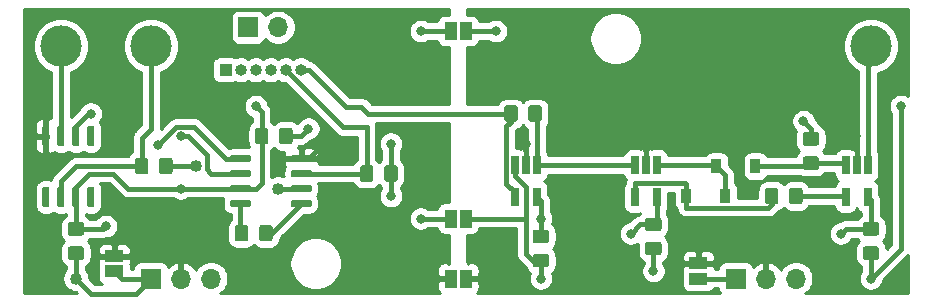
<source format=gbr>
G04 #@! TF.GenerationSoftware,KiCad,Pcbnew,(5.1.5)-3*
G04 #@! TF.CreationDate,2020-05-18T11:13:30-07:00*
G04 #@! TF.ProjectId,Conductivity_Sensor,436f6e64-7563-4746-9976-6974795f5365,rev?*
G04 #@! TF.SameCoordinates,Original*
G04 #@! TF.FileFunction,Copper,L1,Top*
G04 #@! TF.FilePolarity,Positive*
%FSLAX46Y46*%
G04 Gerber Fmt 4.6, Leading zero omitted, Abs format (unit mm)*
G04 Created by KiCad (PCBNEW (5.1.5)-3) date 2020-05-18 11:13:30*
%MOMM*%
%LPD*%
G04 APERTURE LIST*
%ADD10O,1.700000X1.700000*%
%ADD11R,1.700000X1.700000*%
%ADD12R,1.500000X1.000000*%
%ADD13R,1.000000X1.500000*%
%ADD14R,0.900000X1.200000*%
%ADD15R,1.000000X1.000000*%
%ADD16O,1.000000X1.000000*%
%ADD17C,0.100000*%
%ADD18R,0.650000X1.560000*%
%ADD19C,3.500120*%
%ADD20C,0.800000*%
%ADD21C,1.016000*%
%ADD22C,0.381000*%
%ADD23C,0.250000*%
%ADD24C,0.254000*%
G04 APERTURE END LIST*
D10*
X123799600Y-53009800D03*
D11*
X121259600Y-53009800D03*
D12*
X109931200Y-73690000D03*
X109931200Y-72390000D03*
X159385000Y-74310000D03*
X159385000Y-73010000D03*
D13*
X138415000Y-69215000D03*
X139715000Y-69215000D03*
X138400000Y-53340000D03*
X139700000Y-53340000D03*
X138415000Y-74295000D03*
X139715000Y-74295000D03*
D11*
X113030000Y-74295000D03*
D10*
X115570000Y-74295000D03*
X118110000Y-74295000D03*
X167640000Y-74295000D03*
X165100000Y-74295000D03*
D11*
X162560000Y-74295000D03*
D14*
X158370000Y-67310000D03*
X161670000Y-67310000D03*
D15*
X119354600Y-56616600D03*
D16*
X120624600Y-56616600D03*
X121894600Y-56616600D03*
X123164600Y-56616600D03*
X124434600Y-56616600D03*
X125704600Y-56616600D03*
G04 #@! TA.AperFunction,SMDPad,CuDef*
D17*
G36*
X107154505Y-69521204D02*
G01*
X107178773Y-69524804D01*
X107202572Y-69530765D01*
X107225671Y-69539030D01*
X107247850Y-69549520D01*
X107268893Y-69562132D01*
X107288599Y-69576747D01*
X107306777Y-69593223D01*
X107323253Y-69611401D01*
X107337868Y-69631107D01*
X107350480Y-69652150D01*
X107360970Y-69674329D01*
X107369235Y-69697428D01*
X107375196Y-69721227D01*
X107378796Y-69745495D01*
X107380000Y-69769999D01*
X107380000Y-70420001D01*
X107378796Y-70444505D01*
X107375196Y-70468773D01*
X107369235Y-70492572D01*
X107360970Y-70515671D01*
X107350480Y-70537850D01*
X107337868Y-70558893D01*
X107323253Y-70578599D01*
X107306777Y-70596777D01*
X107288599Y-70613253D01*
X107268893Y-70627868D01*
X107247850Y-70640480D01*
X107225671Y-70650970D01*
X107202572Y-70659235D01*
X107178773Y-70665196D01*
X107154505Y-70668796D01*
X107130001Y-70670000D01*
X106229999Y-70670000D01*
X106205495Y-70668796D01*
X106181227Y-70665196D01*
X106157428Y-70659235D01*
X106134329Y-70650970D01*
X106112150Y-70640480D01*
X106091107Y-70627868D01*
X106071401Y-70613253D01*
X106053223Y-70596777D01*
X106036747Y-70578599D01*
X106022132Y-70558893D01*
X106009520Y-70537850D01*
X105999030Y-70515671D01*
X105990765Y-70492572D01*
X105984804Y-70468773D01*
X105981204Y-70444505D01*
X105980000Y-70420001D01*
X105980000Y-69769999D01*
X105981204Y-69745495D01*
X105984804Y-69721227D01*
X105990765Y-69697428D01*
X105999030Y-69674329D01*
X106009520Y-69652150D01*
X106022132Y-69631107D01*
X106036747Y-69611401D01*
X106053223Y-69593223D01*
X106071401Y-69576747D01*
X106091107Y-69562132D01*
X106112150Y-69549520D01*
X106134329Y-69539030D01*
X106157428Y-69530765D01*
X106181227Y-69524804D01*
X106205495Y-69521204D01*
X106229999Y-69520000D01*
X107130001Y-69520000D01*
X107154505Y-69521204D01*
G37*
G04 #@! TD.AperFunction*
G04 #@! TA.AperFunction,SMDPad,CuDef*
G36*
X107154505Y-71571204D02*
G01*
X107178773Y-71574804D01*
X107202572Y-71580765D01*
X107225671Y-71589030D01*
X107247850Y-71599520D01*
X107268893Y-71612132D01*
X107288599Y-71626747D01*
X107306777Y-71643223D01*
X107323253Y-71661401D01*
X107337868Y-71681107D01*
X107350480Y-71702150D01*
X107360970Y-71724329D01*
X107369235Y-71747428D01*
X107375196Y-71771227D01*
X107378796Y-71795495D01*
X107380000Y-71819999D01*
X107380000Y-72470001D01*
X107378796Y-72494505D01*
X107375196Y-72518773D01*
X107369235Y-72542572D01*
X107360970Y-72565671D01*
X107350480Y-72587850D01*
X107337868Y-72608893D01*
X107323253Y-72628599D01*
X107306777Y-72646777D01*
X107288599Y-72663253D01*
X107268893Y-72677868D01*
X107247850Y-72690480D01*
X107225671Y-72700970D01*
X107202572Y-72709235D01*
X107178773Y-72715196D01*
X107154505Y-72718796D01*
X107130001Y-72720000D01*
X106229999Y-72720000D01*
X106205495Y-72718796D01*
X106181227Y-72715196D01*
X106157428Y-72709235D01*
X106134329Y-72700970D01*
X106112150Y-72690480D01*
X106091107Y-72677868D01*
X106071401Y-72663253D01*
X106053223Y-72646777D01*
X106036747Y-72628599D01*
X106022132Y-72608893D01*
X106009520Y-72587850D01*
X105999030Y-72565671D01*
X105990765Y-72542572D01*
X105984804Y-72518773D01*
X105981204Y-72494505D01*
X105980000Y-72470001D01*
X105980000Y-71819999D01*
X105981204Y-71795495D01*
X105984804Y-71771227D01*
X105990765Y-71747428D01*
X105999030Y-71724329D01*
X106009520Y-71702150D01*
X106022132Y-71681107D01*
X106036747Y-71661401D01*
X106053223Y-71643223D01*
X106071401Y-71626747D01*
X106091107Y-71612132D01*
X106112150Y-71599520D01*
X106134329Y-71589030D01*
X106157428Y-71580765D01*
X106181227Y-71574804D01*
X106205495Y-71571204D01*
X106229999Y-71570000D01*
X107130001Y-71570000D01*
X107154505Y-71571204D01*
G37*
G04 #@! TD.AperFunction*
G04 #@! TA.AperFunction,SMDPad,CuDef*
G36*
X122759505Y-61531204D02*
G01*
X122783773Y-61534804D01*
X122807572Y-61540765D01*
X122830671Y-61549030D01*
X122852850Y-61559520D01*
X122873893Y-61572132D01*
X122893599Y-61586747D01*
X122911777Y-61603223D01*
X122928253Y-61621401D01*
X122942868Y-61641107D01*
X122955480Y-61662150D01*
X122965970Y-61684329D01*
X122974235Y-61707428D01*
X122980196Y-61731227D01*
X122983796Y-61755495D01*
X122985000Y-61779999D01*
X122985000Y-62680001D01*
X122983796Y-62704505D01*
X122980196Y-62728773D01*
X122974235Y-62752572D01*
X122965970Y-62775671D01*
X122955480Y-62797850D01*
X122942868Y-62818893D01*
X122928253Y-62838599D01*
X122911777Y-62856777D01*
X122893599Y-62873253D01*
X122873893Y-62887868D01*
X122852850Y-62900480D01*
X122830671Y-62910970D01*
X122807572Y-62919235D01*
X122783773Y-62925196D01*
X122759505Y-62928796D01*
X122735001Y-62930000D01*
X122084999Y-62930000D01*
X122060495Y-62928796D01*
X122036227Y-62925196D01*
X122012428Y-62919235D01*
X121989329Y-62910970D01*
X121967150Y-62900480D01*
X121946107Y-62887868D01*
X121926401Y-62873253D01*
X121908223Y-62856777D01*
X121891747Y-62838599D01*
X121877132Y-62818893D01*
X121864520Y-62797850D01*
X121854030Y-62775671D01*
X121845765Y-62752572D01*
X121839804Y-62728773D01*
X121836204Y-62704505D01*
X121835000Y-62680001D01*
X121835000Y-61779999D01*
X121836204Y-61755495D01*
X121839804Y-61731227D01*
X121845765Y-61707428D01*
X121854030Y-61684329D01*
X121864520Y-61662150D01*
X121877132Y-61641107D01*
X121891747Y-61621401D01*
X121908223Y-61603223D01*
X121926401Y-61586747D01*
X121946107Y-61572132D01*
X121967150Y-61559520D01*
X121989329Y-61549030D01*
X122012428Y-61540765D01*
X122036227Y-61534804D01*
X122060495Y-61531204D01*
X122084999Y-61530000D01*
X122735001Y-61530000D01*
X122759505Y-61531204D01*
G37*
G04 #@! TD.AperFunction*
G04 #@! TA.AperFunction,SMDPad,CuDef*
G36*
X124809505Y-61531204D02*
G01*
X124833773Y-61534804D01*
X124857572Y-61540765D01*
X124880671Y-61549030D01*
X124902850Y-61559520D01*
X124923893Y-61572132D01*
X124943599Y-61586747D01*
X124961777Y-61603223D01*
X124978253Y-61621401D01*
X124992868Y-61641107D01*
X125005480Y-61662150D01*
X125015970Y-61684329D01*
X125024235Y-61707428D01*
X125030196Y-61731227D01*
X125033796Y-61755495D01*
X125035000Y-61779999D01*
X125035000Y-62680001D01*
X125033796Y-62704505D01*
X125030196Y-62728773D01*
X125024235Y-62752572D01*
X125015970Y-62775671D01*
X125005480Y-62797850D01*
X124992868Y-62818893D01*
X124978253Y-62838599D01*
X124961777Y-62856777D01*
X124943599Y-62873253D01*
X124923893Y-62887868D01*
X124902850Y-62900480D01*
X124880671Y-62910970D01*
X124857572Y-62919235D01*
X124833773Y-62925196D01*
X124809505Y-62928796D01*
X124785001Y-62930000D01*
X124134999Y-62930000D01*
X124110495Y-62928796D01*
X124086227Y-62925196D01*
X124062428Y-62919235D01*
X124039329Y-62910970D01*
X124017150Y-62900480D01*
X123996107Y-62887868D01*
X123976401Y-62873253D01*
X123958223Y-62856777D01*
X123941747Y-62838599D01*
X123927132Y-62818893D01*
X123914520Y-62797850D01*
X123904030Y-62775671D01*
X123895765Y-62752572D01*
X123889804Y-62728773D01*
X123886204Y-62704505D01*
X123885000Y-62680001D01*
X123885000Y-61779999D01*
X123886204Y-61755495D01*
X123889804Y-61731227D01*
X123895765Y-61707428D01*
X123904030Y-61684329D01*
X123914520Y-61662150D01*
X123927132Y-61641107D01*
X123941747Y-61621401D01*
X123958223Y-61603223D01*
X123976401Y-61586747D01*
X123996107Y-61572132D01*
X124017150Y-61559520D01*
X124039329Y-61549030D01*
X124062428Y-61540765D01*
X124086227Y-61534804D01*
X124110495Y-61531204D01*
X124134999Y-61530000D01*
X124785001Y-61530000D01*
X124809505Y-61531204D01*
G37*
G04 #@! TD.AperFunction*
G04 #@! TA.AperFunction,SMDPad,CuDef*
G36*
X146524505Y-72206204D02*
G01*
X146548773Y-72209804D01*
X146572572Y-72215765D01*
X146595671Y-72224030D01*
X146617850Y-72234520D01*
X146638893Y-72247132D01*
X146658599Y-72261747D01*
X146676777Y-72278223D01*
X146693253Y-72296401D01*
X146707868Y-72316107D01*
X146720480Y-72337150D01*
X146730970Y-72359329D01*
X146739235Y-72382428D01*
X146745196Y-72406227D01*
X146748796Y-72430495D01*
X146750000Y-72454999D01*
X146750000Y-73105001D01*
X146748796Y-73129505D01*
X146745196Y-73153773D01*
X146739235Y-73177572D01*
X146730970Y-73200671D01*
X146720480Y-73222850D01*
X146707868Y-73243893D01*
X146693253Y-73263599D01*
X146676777Y-73281777D01*
X146658599Y-73298253D01*
X146638893Y-73312868D01*
X146617850Y-73325480D01*
X146595671Y-73335970D01*
X146572572Y-73344235D01*
X146548773Y-73350196D01*
X146524505Y-73353796D01*
X146500001Y-73355000D01*
X145599999Y-73355000D01*
X145575495Y-73353796D01*
X145551227Y-73350196D01*
X145527428Y-73344235D01*
X145504329Y-73335970D01*
X145482150Y-73325480D01*
X145461107Y-73312868D01*
X145441401Y-73298253D01*
X145423223Y-73281777D01*
X145406747Y-73263599D01*
X145392132Y-73243893D01*
X145379520Y-73222850D01*
X145369030Y-73200671D01*
X145360765Y-73177572D01*
X145354804Y-73153773D01*
X145351204Y-73129505D01*
X145350000Y-73105001D01*
X145350000Y-72454999D01*
X145351204Y-72430495D01*
X145354804Y-72406227D01*
X145360765Y-72382428D01*
X145369030Y-72359329D01*
X145379520Y-72337150D01*
X145392132Y-72316107D01*
X145406747Y-72296401D01*
X145423223Y-72278223D01*
X145441401Y-72261747D01*
X145461107Y-72247132D01*
X145482150Y-72234520D01*
X145504329Y-72224030D01*
X145527428Y-72215765D01*
X145551227Y-72209804D01*
X145575495Y-72206204D01*
X145599999Y-72205000D01*
X146500001Y-72205000D01*
X146524505Y-72206204D01*
G37*
G04 #@! TD.AperFunction*
G04 #@! TA.AperFunction,SMDPad,CuDef*
G36*
X146524505Y-70156204D02*
G01*
X146548773Y-70159804D01*
X146572572Y-70165765D01*
X146595671Y-70174030D01*
X146617850Y-70184520D01*
X146638893Y-70197132D01*
X146658599Y-70211747D01*
X146676777Y-70228223D01*
X146693253Y-70246401D01*
X146707868Y-70266107D01*
X146720480Y-70287150D01*
X146730970Y-70309329D01*
X146739235Y-70332428D01*
X146745196Y-70356227D01*
X146748796Y-70380495D01*
X146750000Y-70404999D01*
X146750000Y-71055001D01*
X146748796Y-71079505D01*
X146745196Y-71103773D01*
X146739235Y-71127572D01*
X146730970Y-71150671D01*
X146720480Y-71172850D01*
X146707868Y-71193893D01*
X146693253Y-71213599D01*
X146676777Y-71231777D01*
X146658599Y-71248253D01*
X146638893Y-71262868D01*
X146617850Y-71275480D01*
X146595671Y-71285970D01*
X146572572Y-71294235D01*
X146548773Y-71300196D01*
X146524505Y-71303796D01*
X146500001Y-71305000D01*
X145599999Y-71305000D01*
X145575495Y-71303796D01*
X145551227Y-71300196D01*
X145527428Y-71294235D01*
X145504329Y-71285970D01*
X145482150Y-71275480D01*
X145461107Y-71262868D01*
X145441401Y-71248253D01*
X145423223Y-71231777D01*
X145406747Y-71213599D01*
X145392132Y-71193893D01*
X145379520Y-71172850D01*
X145369030Y-71150671D01*
X145360765Y-71127572D01*
X145354804Y-71103773D01*
X145351204Y-71079505D01*
X145350000Y-71055001D01*
X145350000Y-70404999D01*
X145351204Y-70380495D01*
X145354804Y-70356227D01*
X145360765Y-70332428D01*
X145369030Y-70309329D01*
X145379520Y-70287150D01*
X145392132Y-70266107D01*
X145406747Y-70246401D01*
X145423223Y-70228223D01*
X145441401Y-70211747D01*
X145461107Y-70197132D01*
X145482150Y-70184520D01*
X145504329Y-70174030D01*
X145527428Y-70165765D01*
X145551227Y-70159804D01*
X145575495Y-70156204D01*
X145599999Y-70155000D01*
X146500001Y-70155000D01*
X146524505Y-70156204D01*
G37*
G04 #@! TD.AperFunction*
G04 #@! TA.AperFunction,SMDPad,CuDef*
G36*
X156049505Y-71181204D02*
G01*
X156073773Y-71184804D01*
X156097572Y-71190765D01*
X156120671Y-71199030D01*
X156142850Y-71209520D01*
X156163893Y-71222132D01*
X156183599Y-71236747D01*
X156201777Y-71253223D01*
X156218253Y-71271401D01*
X156232868Y-71291107D01*
X156245480Y-71312150D01*
X156255970Y-71334329D01*
X156264235Y-71357428D01*
X156270196Y-71381227D01*
X156273796Y-71405495D01*
X156275000Y-71429999D01*
X156275000Y-72080001D01*
X156273796Y-72104505D01*
X156270196Y-72128773D01*
X156264235Y-72152572D01*
X156255970Y-72175671D01*
X156245480Y-72197850D01*
X156232868Y-72218893D01*
X156218253Y-72238599D01*
X156201777Y-72256777D01*
X156183599Y-72273253D01*
X156163893Y-72287868D01*
X156142850Y-72300480D01*
X156120671Y-72310970D01*
X156097572Y-72319235D01*
X156073773Y-72325196D01*
X156049505Y-72328796D01*
X156025001Y-72330000D01*
X155124999Y-72330000D01*
X155100495Y-72328796D01*
X155076227Y-72325196D01*
X155052428Y-72319235D01*
X155029329Y-72310970D01*
X155007150Y-72300480D01*
X154986107Y-72287868D01*
X154966401Y-72273253D01*
X154948223Y-72256777D01*
X154931747Y-72238599D01*
X154917132Y-72218893D01*
X154904520Y-72197850D01*
X154894030Y-72175671D01*
X154885765Y-72152572D01*
X154879804Y-72128773D01*
X154876204Y-72104505D01*
X154875000Y-72080001D01*
X154875000Y-71429999D01*
X154876204Y-71405495D01*
X154879804Y-71381227D01*
X154885765Y-71357428D01*
X154894030Y-71334329D01*
X154904520Y-71312150D01*
X154917132Y-71291107D01*
X154931747Y-71271401D01*
X154948223Y-71253223D01*
X154966401Y-71236747D01*
X154986107Y-71222132D01*
X155007150Y-71209520D01*
X155029329Y-71199030D01*
X155052428Y-71190765D01*
X155076227Y-71184804D01*
X155100495Y-71181204D01*
X155124999Y-71180000D01*
X156025001Y-71180000D01*
X156049505Y-71181204D01*
G37*
G04 #@! TD.AperFunction*
G04 #@! TA.AperFunction,SMDPad,CuDef*
G36*
X156049505Y-69131204D02*
G01*
X156073773Y-69134804D01*
X156097572Y-69140765D01*
X156120671Y-69149030D01*
X156142850Y-69159520D01*
X156163893Y-69172132D01*
X156183599Y-69186747D01*
X156201777Y-69203223D01*
X156218253Y-69221401D01*
X156232868Y-69241107D01*
X156245480Y-69262150D01*
X156255970Y-69284329D01*
X156264235Y-69307428D01*
X156270196Y-69331227D01*
X156273796Y-69355495D01*
X156275000Y-69379999D01*
X156275000Y-70030001D01*
X156273796Y-70054505D01*
X156270196Y-70078773D01*
X156264235Y-70102572D01*
X156255970Y-70125671D01*
X156245480Y-70147850D01*
X156232868Y-70168893D01*
X156218253Y-70188599D01*
X156201777Y-70206777D01*
X156183599Y-70223253D01*
X156163893Y-70237868D01*
X156142850Y-70250480D01*
X156120671Y-70260970D01*
X156097572Y-70269235D01*
X156073773Y-70275196D01*
X156049505Y-70278796D01*
X156025001Y-70280000D01*
X155124999Y-70280000D01*
X155100495Y-70278796D01*
X155076227Y-70275196D01*
X155052428Y-70269235D01*
X155029329Y-70260970D01*
X155007150Y-70250480D01*
X154986107Y-70237868D01*
X154966401Y-70223253D01*
X154948223Y-70206777D01*
X154931747Y-70188599D01*
X154917132Y-70168893D01*
X154904520Y-70147850D01*
X154894030Y-70125671D01*
X154885765Y-70102572D01*
X154879804Y-70078773D01*
X154876204Y-70054505D01*
X154875000Y-70030001D01*
X154875000Y-69379999D01*
X154876204Y-69355495D01*
X154879804Y-69331227D01*
X154885765Y-69307428D01*
X154894030Y-69284329D01*
X154904520Y-69262150D01*
X154917132Y-69241107D01*
X154931747Y-69221401D01*
X154948223Y-69203223D01*
X154966401Y-69186747D01*
X154986107Y-69172132D01*
X155007150Y-69159520D01*
X155029329Y-69149030D01*
X155052428Y-69140765D01*
X155076227Y-69134804D01*
X155100495Y-69131204D01*
X155124999Y-69130000D01*
X156025001Y-69130000D01*
X156049505Y-69131204D01*
G37*
G04 #@! TD.AperFunction*
G04 #@! TA.AperFunction,SMDPad,CuDef*
G36*
X174464505Y-71571204D02*
G01*
X174488773Y-71574804D01*
X174512572Y-71580765D01*
X174535671Y-71589030D01*
X174557850Y-71599520D01*
X174578893Y-71612132D01*
X174598599Y-71626747D01*
X174616777Y-71643223D01*
X174633253Y-71661401D01*
X174647868Y-71681107D01*
X174660480Y-71702150D01*
X174670970Y-71724329D01*
X174679235Y-71747428D01*
X174685196Y-71771227D01*
X174688796Y-71795495D01*
X174690000Y-71819999D01*
X174690000Y-72470001D01*
X174688796Y-72494505D01*
X174685196Y-72518773D01*
X174679235Y-72542572D01*
X174670970Y-72565671D01*
X174660480Y-72587850D01*
X174647868Y-72608893D01*
X174633253Y-72628599D01*
X174616777Y-72646777D01*
X174598599Y-72663253D01*
X174578893Y-72677868D01*
X174557850Y-72690480D01*
X174535671Y-72700970D01*
X174512572Y-72709235D01*
X174488773Y-72715196D01*
X174464505Y-72718796D01*
X174440001Y-72720000D01*
X173539999Y-72720000D01*
X173515495Y-72718796D01*
X173491227Y-72715196D01*
X173467428Y-72709235D01*
X173444329Y-72700970D01*
X173422150Y-72690480D01*
X173401107Y-72677868D01*
X173381401Y-72663253D01*
X173363223Y-72646777D01*
X173346747Y-72628599D01*
X173332132Y-72608893D01*
X173319520Y-72587850D01*
X173309030Y-72565671D01*
X173300765Y-72542572D01*
X173294804Y-72518773D01*
X173291204Y-72494505D01*
X173290000Y-72470001D01*
X173290000Y-71819999D01*
X173291204Y-71795495D01*
X173294804Y-71771227D01*
X173300765Y-71747428D01*
X173309030Y-71724329D01*
X173319520Y-71702150D01*
X173332132Y-71681107D01*
X173346747Y-71661401D01*
X173363223Y-71643223D01*
X173381401Y-71626747D01*
X173401107Y-71612132D01*
X173422150Y-71599520D01*
X173444329Y-71589030D01*
X173467428Y-71580765D01*
X173491227Y-71574804D01*
X173515495Y-71571204D01*
X173539999Y-71570000D01*
X174440001Y-71570000D01*
X174464505Y-71571204D01*
G37*
G04 #@! TD.AperFunction*
G04 #@! TA.AperFunction,SMDPad,CuDef*
G36*
X174464505Y-69521204D02*
G01*
X174488773Y-69524804D01*
X174512572Y-69530765D01*
X174535671Y-69539030D01*
X174557850Y-69549520D01*
X174578893Y-69562132D01*
X174598599Y-69576747D01*
X174616777Y-69593223D01*
X174633253Y-69611401D01*
X174647868Y-69631107D01*
X174660480Y-69652150D01*
X174670970Y-69674329D01*
X174679235Y-69697428D01*
X174685196Y-69721227D01*
X174688796Y-69745495D01*
X174690000Y-69769999D01*
X174690000Y-70420001D01*
X174688796Y-70444505D01*
X174685196Y-70468773D01*
X174679235Y-70492572D01*
X174670970Y-70515671D01*
X174660480Y-70537850D01*
X174647868Y-70558893D01*
X174633253Y-70578599D01*
X174616777Y-70596777D01*
X174598599Y-70613253D01*
X174578893Y-70627868D01*
X174557850Y-70640480D01*
X174535671Y-70650970D01*
X174512572Y-70659235D01*
X174488773Y-70665196D01*
X174464505Y-70668796D01*
X174440001Y-70670000D01*
X173539999Y-70670000D01*
X173515495Y-70668796D01*
X173491227Y-70665196D01*
X173467428Y-70659235D01*
X173444329Y-70650970D01*
X173422150Y-70640480D01*
X173401107Y-70627868D01*
X173381401Y-70613253D01*
X173363223Y-70596777D01*
X173346747Y-70578599D01*
X173332132Y-70558893D01*
X173319520Y-70537850D01*
X173309030Y-70515671D01*
X173300765Y-70492572D01*
X173294804Y-70468773D01*
X173291204Y-70444505D01*
X173290000Y-70420001D01*
X173290000Y-69769999D01*
X173291204Y-69745495D01*
X173294804Y-69721227D01*
X173300765Y-69697428D01*
X173309030Y-69674329D01*
X173319520Y-69652150D01*
X173332132Y-69631107D01*
X173346747Y-69611401D01*
X173363223Y-69593223D01*
X173381401Y-69576747D01*
X173401107Y-69562132D01*
X173422150Y-69549520D01*
X173444329Y-69539030D01*
X173467428Y-69530765D01*
X173491227Y-69524804D01*
X173515495Y-69521204D01*
X173539999Y-69520000D01*
X174440001Y-69520000D01*
X174464505Y-69521204D01*
G37*
G04 #@! TD.AperFunction*
G04 #@! TA.AperFunction,SMDPad,CuDef*
G36*
X169384505Y-61901204D02*
G01*
X169408773Y-61904804D01*
X169432572Y-61910765D01*
X169455671Y-61919030D01*
X169477850Y-61929520D01*
X169498893Y-61942132D01*
X169518599Y-61956747D01*
X169536777Y-61973223D01*
X169553253Y-61991401D01*
X169567868Y-62011107D01*
X169580480Y-62032150D01*
X169590970Y-62054329D01*
X169599235Y-62077428D01*
X169605196Y-62101227D01*
X169608796Y-62125495D01*
X169610000Y-62149999D01*
X169610000Y-62800001D01*
X169608796Y-62824505D01*
X169605196Y-62848773D01*
X169599235Y-62872572D01*
X169590970Y-62895671D01*
X169580480Y-62917850D01*
X169567868Y-62938893D01*
X169553253Y-62958599D01*
X169536777Y-62976777D01*
X169518599Y-62993253D01*
X169498893Y-63007868D01*
X169477850Y-63020480D01*
X169455671Y-63030970D01*
X169432572Y-63039235D01*
X169408773Y-63045196D01*
X169384505Y-63048796D01*
X169360001Y-63050000D01*
X168459999Y-63050000D01*
X168435495Y-63048796D01*
X168411227Y-63045196D01*
X168387428Y-63039235D01*
X168364329Y-63030970D01*
X168342150Y-63020480D01*
X168321107Y-63007868D01*
X168301401Y-62993253D01*
X168283223Y-62976777D01*
X168266747Y-62958599D01*
X168252132Y-62938893D01*
X168239520Y-62917850D01*
X168229030Y-62895671D01*
X168220765Y-62872572D01*
X168214804Y-62848773D01*
X168211204Y-62824505D01*
X168210000Y-62800001D01*
X168210000Y-62149999D01*
X168211204Y-62125495D01*
X168214804Y-62101227D01*
X168220765Y-62077428D01*
X168229030Y-62054329D01*
X168239520Y-62032150D01*
X168252132Y-62011107D01*
X168266747Y-61991401D01*
X168283223Y-61973223D01*
X168301401Y-61956747D01*
X168321107Y-61942132D01*
X168342150Y-61929520D01*
X168364329Y-61919030D01*
X168387428Y-61910765D01*
X168411227Y-61904804D01*
X168435495Y-61901204D01*
X168459999Y-61900000D01*
X169360001Y-61900000D01*
X169384505Y-61901204D01*
G37*
G04 #@! TD.AperFunction*
G04 #@! TA.AperFunction,SMDPad,CuDef*
G36*
X169384505Y-63951204D02*
G01*
X169408773Y-63954804D01*
X169432572Y-63960765D01*
X169455671Y-63969030D01*
X169477850Y-63979520D01*
X169498893Y-63992132D01*
X169518599Y-64006747D01*
X169536777Y-64023223D01*
X169553253Y-64041401D01*
X169567868Y-64061107D01*
X169580480Y-64082150D01*
X169590970Y-64104329D01*
X169599235Y-64127428D01*
X169605196Y-64151227D01*
X169608796Y-64175495D01*
X169610000Y-64199999D01*
X169610000Y-64850001D01*
X169608796Y-64874505D01*
X169605196Y-64898773D01*
X169599235Y-64922572D01*
X169590970Y-64945671D01*
X169580480Y-64967850D01*
X169567868Y-64988893D01*
X169553253Y-65008599D01*
X169536777Y-65026777D01*
X169518599Y-65043253D01*
X169498893Y-65057868D01*
X169477850Y-65070480D01*
X169455671Y-65080970D01*
X169432572Y-65089235D01*
X169408773Y-65095196D01*
X169384505Y-65098796D01*
X169360001Y-65100000D01*
X168459999Y-65100000D01*
X168435495Y-65098796D01*
X168411227Y-65095196D01*
X168387428Y-65089235D01*
X168364329Y-65080970D01*
X168342150Y-65070480D01*
X168321107Y-65057868D01*
X168301401Y-65043253D01*
X168283223Y-65026777D01*
X168266747Y-65008599D01*
X168252132Y-64988893D01*
X168239520Y-64967850D01*
X168229030Y-64945671D01*
X168220765Y-64922572D01*
X168214804Y-64898773D01*
X168211204Y-64874505D01*
X168210000Y-64850001D01*
X168210000Y-64199999D01*
X168211204Y-64175495D01*
X168214804Y-64151227D01*
X168220765Y-64127428D01*
X168229030Y-64104329D01*
X168239520Y-64082150D01*
X168252132Y-64061107D01*
X168266747Y-64041401D01*
X168283223Y-64023223D01*
X168301401Y-64006747D01*
X168321107Y-63992132D01*
X168342150Y-63979520D01*
X168364329Y-63969030D01*
X168387428Y-63960765D01*
X168411227Y-63954804D01*
X168435495Y-63951204D01*
X168459999Y-63950000D01*
X169360001Y-63950000D01*
X169384505Y-63951204D01*
G37*
G04 #@! TD.AperFunction*
D14*
X164210000Y-64770000D03*
X160910000Y-64770000D03*
G04 #@! TA.AperFunction,SMDPad,CuDef*
D17*
G36*
X114649505Y-64071204D02*
G01*
X114673773Y-64074804D01*
X114697572Y-64080765D01*
X114720671Y-64089030D01*
X114742850Y-64099520D01*
X114763893Y-64112132D01*
X114783599Y-64126747D01*
X114801777Y-64143223D01*
X114818253Y-64161401D01*
X114832868Y-64181107D01*
X114845480Y-64202150D01*
X114855970Y-64224329D01*
X114864235Y-64247428D01*
X114870196Y-64271227D01*
X114873796Y-64295495D01*
X114875000Y-64319999D01*
X114875000Y-65220001D01*
X114873796Y-65244505D01*
X114870196Y-65268773D01*
X114864235Y-65292572D01*
X114855970Y-65315671D01*
X114845480Y-65337850D01*
X114832868Y-65358893D01*
X114818253Y-65378599D01*
X114801777Y-65396777D01*
X114783599Y-65413253D01*
X114763893Y-65427868D01*
X114742850Y-65440480D01*
X114720671Y-65450970D01*
X114697572Y-65459235D01*
X114673773Y-65465196D01*
X114649505Y-65468796D01*
X114625001Y-65470000D01*
X113974999Y-65470000D01*
X113950495Y-65468796D01*
X113926227Y-65465196D01*
X113902428Y-65459235D01*
X113879329Y-65450970D01*
X113857150Y-65440480D01*
X113836107Y-65427868D01*
X113816401Y-65413253D01*
X113798223Y-65396777D01*
X113781747Y-65378599D01*
X113767132Y-65358893D01*
X113754520Y-65337850D01*
X113744030Y-65315671D01*
X113735765Y-65292572D01*
X113729804Y-65268773D01*
X113726204Y-65244505D01*
X113725000Y-65220001D01*
X113725000Y-64319999D01*
X113726204Y-64295495D01*
X113729804Y-64271227D01*
X113735765Y-64247428D01*
X113744030Y-64224329D01*
X113754520Y-64202150D01*
X113767132Y-64181107D01*
X113781747Y-64161401D01*
X113798223Y-64143223D01*
X113816401Y-64126747D01*
X113836107Y-64112132D01*
X113857150Y-64099520D01*
X113879329Y-64089030D01*
X113902428Y-64080765D01*
X113926227Y-64074804D01*
X113950495Y-64071204D01*
X113974999Y-64070000D01*
X114625001Y-64070000D01*
X114649505Y-64071204D01*
G37*
G04 #@! TD.AperFunction*
G04 #@! TA.AperFunction,SMDPad,CuDef*
G36*
X112599505Y-64071204D02*
G01*
X112623773Y-64074804D01*
X112647572Y-64080765D01*
X112670671Y-64089030D01*
X112692850Y-64099520D01*
X112713893Y-64112132D01*
X112733599Y-64126747D01*
X112751777Y-64143223D01*
X112768253Y-64161401D01*
X112782868Y-64181107D01*
X112795480Y-64202150D01*
X112805970Y-64224329D01*
X112814235Y-64247428D01*
X112820196Y-64271227D01*
X112823796Y-64295495D01*
X112825000Y-64319999D01*
X112825000Y-65220001D01*
X112823796Y-65244505D01*
X112820196Y-65268773D01*
X112814235Y-65292572D01*
X112805970Y-65315671D01*
X112795480Y-65337850D01*
X112782868Y-65358893D01*
X112768253Y-65378599D01*
X112751777Y-65396777D01*
X112733599Y-65413253D01*
X112713893Y-65427868D01*
X112692850Y-65440480D01*
X112670671Y-65450970D01*
X112647572Y-65459235D01*
X112623773Y-65465196D01*
X112599505Y-65468796D01*
X112575001Y-65470000D01*
X111924999Y-65470000D01*
X111900495Y-65468796D01*
X111876227Y-65465196D01*
X111852428Y-65459235D01*
X111829329Y-65450970D01*
X111807150Y-65440480D01*
X111786107Y-65427868D01*
X111766401Y-65413253D01*
X111748223Y-65396777D01*
X111731747Y-65378599D01*
X111717132Y-65358893D01*
X111704520Y-65337850D01*
X111694030Y-65315671D01*
X111685765Y-65292572D01*
X111679804Y-65268773D01*
X111676204Y-65244505D01*
X111675000Y-65220001D01*
X111675000Y-64319999D01*
X111676204Y-64295495D01*
X111679804Y-64271227D01*
X111685765Y-64247428D01*
X111694030Y-64224329D01*
X111704520Y-64202150D01*
X111717132Y-64181107D01*
X111731747Y-64161401D01*
X111748223Y-64143223D01*
X111766401Y-64126747D01*
X111786107Y-64112132D01*
X111807150Y-64099520D01*
X111829329Y-64089030D01*
X111852428Y-64080765D01*
X111876227Y-64074804D01*
X111900495Y-64071204D01*
X111924999Y-64070000D01*
X112575001Y-64070000D01*
X112599505Y-64071204D01*
G37*
G04 #@! TD.AperFunction*
G04 #@! TA.AperFunction,SMDPad,CuDef*
G36*
X131649505Y-64706204D02*
G01*
X131673773Y-64709804D01*
X131697572Y-64715765D01*
X131720671Y-64724030D01*
X131742850Y-64734520D01*
X131763893Y-64747132D01*
X131783599Y-64761747D01*
X131801777Y-64778223D01*
X131818253Y-64796401D01*
X131832868Y-64816107D01*
X131845480Y-64837150D01*
X131855970Y-64859329D01*
X131864235Y-64882428D01*
X131870196Y-64906227D01*
X131873796Y-64930495D01*
X131875000Y-64954999D01*
X131875000Y-65855001D01*
X131873796Y-65879505D01*
X131870196Y-65903773D01*
X131864235Y-65927572D01*
X131855970Y-65950671D01*
X131845480Y-65972850D01*
X131832868Y-65993893D01*
X131818253Y-66013599D01*
X131801777Y-66031777D01*
X131783599Y-66048253D01*
X131763893Y-66062868D01*
X131742850Y-66075480D01*
X131720671Y-66085970D01*
X131697572Y-66094235D01*
X131673773Y-66100196D01*
X131649505Y-66103796D01*
X131625001Y-66105000D01*
X130974999Y-66105000D01*
X130950495Y-66103796D01*
X130926227Y-66100196D01*
X130902428Y-66094235D01*
X130879329Y-66085970D01*
X130857150Y-66075480D01*
X130836107Y-66062868D01*
X130816401Y-66048253D01*
X130798223Y-66031777D01*
X130781747Y-66013599D01*
X130767132Y-65993893D01*
X130754520Y-65972850D01*
X130744030Y-65950671D01*
X130735765Y-65927572D01*
X130729804Y-65903773D01*
X130726204Y-65879505D01*
X130725000Y-65855001D01*
X130725000Y-64954999D01*
X130726204Y-64930495D01*
X130729804Y-64906227D01*
X130735765Y-64882428D01*
X130744030Y-64859329D01*
X130754520Y-64837150D01*
X130767132Y-64816107D01*
X130781747Y-64796401D01*
X130798223Y-64778223D01*
X130816401Y-64761747D01*
X130836107Y-64747132D01*
X130857150Y-64734520D01*
X130879329Y-64724030D01*
X130902428Y-64715765D01*
X130926227Y-64709804D01*
X130950495Y-64706204D01*
X130974999Y-64705000D01*
X131625001Y-64705000D01*
X131649505Y-64706204D01*
G37*
G04 #@! TD.AperFunction*
G04 #@! TA.AperFunction,SMDPad,CuDef*
G36*
X133699505Y-64706204D02*
G01*
X133723773Y-64709804D01*
X133747572Y-64715765D01*
X133770671Y-64724030D01*
X133792850Y-64734520D01*
X133813893Y-64747132D01*
X133833599Y-64761747D01*
X133851777Y-64778223D01*
X133868253Y-64796401D01*
X133882868Y-64816107D01*
X133895480Y-64837150D01*
X133905970Y-64859329D01*
X133914235Y-64882428D01*
X133920196Y-64906227D01*
X133923796Y-64930495D01*
X133925000Y-64954999D01*
X133925000Y-65855001D01*
X133923796Y-65879505D01*
X133920196Y-65903773D01*
X133914235Y-65927572D01*
X133905970Y-65950671D01*
X133895480Y-65972850D01*
X133882868Y-65993893D01*
X133868253Y-66013599D01*
X133851777Y-66031777D01*
X133833599Y-66048253D01*
X133813893Y-66062868D01*
X133792850Y-66075480D01*
X133770671Y-66085970D01*
X133747572Y-66094235D01*
X133723773Y-66100196D01*
X133699505Y-66103796D01*
X133675001Y-66105000D01*
X133024999Y-66105000D01*
X133000495Y-66103796D01*
X132976227Y-66100196D01*
X132952428Y-66094235D01*
X132929329Y-66085970D01*
X132907150Y-66075480D01*
X132886107Y-66062868D01*
X132866401Y-66048253D01*
X132848223Y-66031777D01*
X132831747Y-66013599D01*
X132817132Y-65993893D01*
X132804520Y-65972850D01*
X132794030Y-65950671D01*
X132785765Y-65927572D01*
X132779804Y-65903773D01*
X132776204Y-65879505D01*
X132775000Y-65855001D01*
X132775000Y-64954999D01*
X132776204Y-64930495D01*
X132779804Y-64906227D01*
X132785765Y-64882428D01*
X132794030Y-64859329D01*
X132804520Y-64837150D01*
X132817132Y-64816107D01*
X132831747Y-64796401D01*
X132848223Y-64778223D01*
X132866401Y-64761747D01*
X132886107Y-64747132D01*
X132907150Y-64734520D01*
X132929329Y-64724030D01*
X132952428Y-64715765D01*
X132976227Y-64709804D01*
X133000495Y-64706204D01*
X133024999Y-64705000D01*
X133675001Y-64705000D01*
X133699505Y-64706204D01*
G37*
G04 #@! TD.AperFunction*
G04 #@! TA.AperFunction,SMDPad,CuDef*
G36*
X123107705Y-69760804D02*
G01*
X123131973Y-69764404D01*
X123155772Y-69770365D01*
X123178871Y-69778630D01*
X123201050Y-69789120D01*
X123222093Y-69801732D01*
X123241799Y-69816347D01*
X123259977Y-69832823D01*
X123276453Y-69851001D01*
X123291068Y-69870707D01*
X123303680Y-69891750D01*
X123314170Y-69913929D01*
X123322435Y-69937028D01*
X123328396Y-69960827D01*
X123331996Y-69985095D01*
X123333200Y-70009599D01*
X123333200Y-70909601D01*
X123331996Y-70934105D01*
X123328396Y-70958373D01*
X123322435Y-70982172D01*
X123314170Y-71005271D01*
X123303680Y-71027450D01*
X123291068Y-71048493D01*
X123276453Y-71068199D01*
X123259977Y-71086377D01*
X123241799Y-71102853D01*
X123222093Y-71117468D01*
X123201050Y-71130080D01*
X123178871Y-71140570D01*
X123155772Y-71148835D01*
X123131973Y-71154796D01*
X123107705Y-71158396D01*
X123083201Y-71159600D01*
X122433199Y-71159600D01*
X122408695Y-71158396D01*
X122384427Y-71154796D01*
X122360628Y-71148835D01*
X122337529Y-71140570D01*
X122315350Y-71130080D01*
X122294307Y-71117468D01*
X122274601Y-71102853D01*
X122256423Y-71086377D01*
X122239947Y-71068199D01*
X122225332Y-71048493D01*
X122212720Y-71027450D01*
X122202230Y-71005271D01*
X122193965Y-70982172D01*
X122188004Y-70958373D01*
X122184404Y-70934105D01*
X122183200Y-70909601D01*
X122183200Y-70009599D01*
X122184404Y-69985095D01*
X122188004Y-69960827D01*
X122193965Y-69937028D01*
X122202230Y-69913929D01*
X122212720Y-69891750D01*
X122225332Y-69870707D01*
X122239947Y-69851001D01*
X122256423Y-69832823D01*
X122274601Y-69816347D01*
X122294307Y-69801732D01*
X122315350Y-69789120D01*
X122337529Y-69778630D01*
X122360628Y-69770365D01*
X122384427Y-69764404D01*
X122408695Y-69760804D01*
X122433199Y-69759600D01*
X123083201Y-69759600D01*
X123107705Y-69760804D01*
G37*
G04 #@! TD.AperFunction*
G04 #@! TA.AperFunction,SMDPad,CuDef*
G36*
X121057705Y-69760804D02*
G01*
X121081973Y-69764404D01*
X121105772Y-69770365D01*
X121128871Y-69778630D01*
X121151050Y-69789120D01*
X121172093Y-69801732D01*
X121191799Y-69816347D01*
X121209977Y-69832823D01*
X121226453Y-69851001D01*
X121241068Y-69870707D01*
X121253680Y-69891750D01*
X121264170Y-69913929D01*
X121272435Y-69937028D01*
X121278396Y-69960827D01*
X121281996Y-69985095D01*
X121283200Y-70009599D01*
X121283200Y-70909601D01*
X121281996Y-70934105D01*
X121278396Y-70958373D01*
X121272435Y-70982172D01*
X121264170Y-71005271D01*
X121253680Y-71027450D01*
X121241068Y-71048493D01*
X121226453Y-71068199D01*
X121209977Y-71086377D01*
X121191799Y-71102853D01*
X121172093Y-71117468D01*
X121151050Y-71130080D01*
X121128871Y-71140570D01*
X121105772Y-71148835D01*
X121081973Y-71154796D01*
X121057705Y-71158396D01*
X121033201Y-71159600D01*
X120383199Y-71159600D01*
X120358695Y-71158396D01*
X120334427Y-71154796D01*
X120310628Y-71148835D01*
X120287529Y-71140570D01*
X120265350Y-71130080D01*
X120244307Y-71117468D01*
X120224601Y-71102853D01*
X120206423Y-71086377D01*
X120189947Y-71068199D01*
X120175332Y-71048493D01*
X120162720Y-71027450D01*
X120152230Y-71005271D01*
X120143965Y-70982172D01*
X120138004Y-70958373D01*
X120134404Y-70934105D01*
X120133200Y-70909601D01*
X120133200Y-70009599D01*
X120134404Y-69985095D01*
X120138004Y-69960827D01*
X120143965Y-69937028D01*
X120152230Y-69913929D01*
X120162720Y-69891750D01*
X120175332Y-69870707D01*
X120189947Y-69851001D01*
X120206423Y-69832823D01*
X120224601Y-69816347D01*
X120244307Y-69801732D01*
X120265350Y-69789120D01*
X120287529Y-69778630D01*
X120310628Y-69770365D01*
X120334427Y-69764404D01*
X120358695Y-69760804D01*
X120383199Y-69759600D01*
X121033201Y-69759600D01*
X121057705Y-69760804D01*
G37*
G04 #@! TD.AperFunction*
G04 #@! TA.AperFunction,SMDPad,CuDef*
G36*
X143859505Y-59626204D02*
G01*
X143883773Y-59629804D01*
X143907572Y-59635765D01*
X143930671Y-59644030D01*
X143952850Y-59654520D01*
X143973893Y-59667132D01*
X143993599Y-59681747D01*
X144011777Y-59698223D01*
X144028253Y-59716401D01*
X144042868Y-59736107D01*
X144055480Y-59757150D01*
X144065970Y-59779329D01*
X144074235Y-59802428D01*
X144080196Y-59826227D01*
X144083796Y-59850495D01*
X144085000Y-59874999D01*
X144085000Y-60775001D01*
X144083796Y-60799505D01*
X144080196Y-60823773D01*
X144074235Y-60847572D01*
X144065970Y-60870671D01*
X144055480Y-60892850D01*
X144042868Y-60913893D01*
X144028253Y-60933599D01*
X144011777Y-60951777D01*
X143993599Y-60968253D01*
X143973893Y-60982868D01*
X143952850Y-60995480D01*
X143930671Y-61005970D01*
X143907572Y-61014235D01*
X143883773Y-61020196D01*
X143859505Y-61023796D01*
X143835001Y-61025000D01*
X143184999Y-61025000D01*
X143160495Y-61023796D01*
X143136227Y-61020196D01*
X143112428Y-61014235D01*
X143089329Y-61005970D01*
X143067150Y-60995480D01*
X143046107Y-60982868D01*
X143026401Y-60968253D01*
X143008223Y-60951777D01*
X142991747Y-60933599D01*
X142977132Y-60913893D01*
X142964520Y-60892850D01*
X142954030Y-60870671D01*
X142945765Y-60847572D01*
X142939804Y-60823773D01*
X142936204Y-60799505D01*
X142935000Y-60775001D01*
X142935000Y-59874999D01*
X142936204Y-59850495D01*
X142939804Y-59826227D01*
X142945765Y-59802428D01*
X142954030Y-59779329D01*
X142964520Y-59757150D01*
X142977132Y-59736107D01*
X142991747Y-59716401D01*
X143008223Y-59698223D01*
X143026401Y-59681747D01*
X143046107Y-59667132D01*
X143067150Y-59654520D01*
X143089329Y-59644030D01*
X143112428Y-59635765D01*
X143136227Y-59629804D01*
X143160495Y-59626204D01*
X143184999Y-59625000D01*
X143835001Y-59625000D01*
X143859505Y-59626204D01*
G37*
G04 #@! TD.AperFunction*
G04 #@! TA.AperFunction,SMDPad,CuDef*
G36*
X145909505Y-59626204D02*
G01*
X145933773Y-59629804D01*
X145957572Y-59635765D01*
X145980671Y-59644030D01*
X146002850Y-59654520D01*
X146023893Y-59667132D01*
X146043599Y-59681747D01*
X146061777Y-59698223D01*
X146078253Y-59716401D01*
X146092868Y-59736107D01*
X146105480Y-59757150D01*
X146115970Y-59779329D01*
X146124235Y-59802428D01*
X146130196Y-59826227D01*
X146133796Y-59850495D01*
X146135000Y-59874999D01*
X146135000Y-60775001D01*
X146133796Y-60799505D01*
X146130196Y-60823773D01*
X146124235Y-60847572D01*
X146115970Y-60870671D01*
X146105480Y-60892850D01*
X146092868Y-60913893D01*
X146078253Y-60933599D01*
X146061777Y-60951777D01*
X146043599Y-60968253D01*
X146023893Y-60982868D01*
X146002850Y-60995480D01*
X145980671Y-61005970D01*
X145957572Y-61014235D01*
X145933773Y-61020196D01*
X145909505Y-61023796D01*
X145885001Y-61025000D01*
X145234999Y-61025000D01*
X145210495Y-61023796D01*
X145186227Y-61020196D01*
X145162428Y-61014235D01*
X145139329Y-61005970D01*
X145117150Y-60995480D01*
X145096107Y-60982868D01*
X145076401Y-60968253D01*
X145058223Y-60951777D01*
X145041747Y-60933599D01*
X145027132Y-60913893D01*
X145014520Y-60892850D01*
X145004030Y-60870671D01*
X144995765Y-60847572D01*
X144989804Y-60823773D01*
X144986204Y-60799505D01*
X144985000Y-60775001D01*
X144985000Y-59874999D01*
X144986204Y-59850495D01*
X144989804Y-59826227D01*
X144995765Y-59802428D01*
X145004030Y-59779329D01*
X145014520Y-59757150D01*
X145027132Y-59736107D01*
X145041747Y-59716401D01*
X145058223Y-59698223D01*
X145076401Y-59681747D01*
X145096107Y-59667132D01*
X145117150Y-59654520D01*
X145139329Y-59644030D01*
X145162428Y-59635765D01*
X145186227Y-59629804D01*
X145210495Y-59626204D01*
X145234999Y-59625000D01*
X145885001Y-59625000D01*
X145909505Y-59626204D01*
G37*
G04 #@! TD.AperFunction*
G04 #@! TA.AperFunction,SMDPad,CuDef*
G36*
X167989505Y-66611204D02*
G01*
X168013773Y-66614804D01*
X168037572Y-66620765D01*
X168060671Y-66629030D01*
X168082850Y-66639520D01*
X168103893Y-66652132D01*
X168123599Y-66666747D01*
X168141777Y-66683223D01*
X168158253Y-66701401D01*
X168172868Y-66721107D01*
X168185480Y-66742150D01*
X168195970Y-66764329D01*
X168204235Y-66787428D01*
X168210196Y-66811227D01*
X168213796Y-66835495D01*
X168215000Y-66859999D01*
X168215000Y-67760001D01*
X168213796Y-67784505D01*
X168210196Y-67808773D01*
X168204235Y-67832572D01*
X168195970Y-67855671D01*
X168185480Y-67877850D01*
X168172868Y-67898893D01*
X168158253Y-67918599D01*
X168141777Y-67936777D01*
X168123599Y-67953253D01*
X168103893Y-67967868D01*
X168082850Y-67980480D01*
X168060671Y-67990970D01*
X168037572Y-67999235D01*
X168013773Y-68005196D01*
X167989505Y-68008796D01*
X167965001Y-68010000D01*
X167314999Y-68010000D01*
X167290495Y-68008796D01*
X167266227Y-68005196D01*
X167242428Y-67999235D01*
X167219329Y-67990970D01*
X167197150Y-67980480D01*
X167176107Y-67967868D01*
X167156401Y-67953253D01*
X167138223Y-67936777D01*
X167121747Y-67918599D01*
X167107132Y-67898893D01*
X167094520Y-67877850D01*
X167084030Y-67855671D01*
X167075765Y-67832572D01*
X167069804Y-67808773D01*
X167066204Y-67784505D01*
X167065000Y-67760001D01*
X167065000Y-66859999D01*
X167066204Y-66835495D01*
X167069804Y-66811227D01*
X167075765Y-66787428D01*
X167084030Y-66764329D01*
X167094520Y-66742150D01*
X167107132Y-66721107D01*
X167121747Y-66701401D01*
X167138223Y-66683223D01*
X167156401Y-66666747D01*
X167176107Y-66652132D01*
X167197150Y-66639520D01*
X167219329Y-66629030D01*
X167242428Y-66620765D01*
X167266227Y-66614804D01*
X167290495Y-66611204D01*
X167314999Y-66610000D01*
X167965001Y-66610000D01*
X167989505Y-66611204D01*
G37*
G04 #@! TD.AperFunction*
G04 #@! TA.AperFunction,SMDPad,CuDef*
G36*
X165939505Y-66611204D02*
G01*
X165963773Y-66614804D01*
X165987572Y-66620765D01*
X166010671Y-66629030D01*
X166032850Y-66639520D01*
X166053893Y-66652132D01*
X166073599Y-66666747D01*
X166091777Y-66683223D01*
X166108253Y-66701401D01*
X166122868Y-66721107D01*
X166135480Y-66742150D01*
X166145970Y-66764329D01*
X166154235Y-66787428D01*
X166160196Y-66811227D01*
X166163796Y-66835495D01*
X166165000Y-66859999D01*
X166165000Y-67760001D01*
X166163796Y-67784505D01*
X166160196Y-67808773D01*
X166154235Y-67832572D01*
X166145970Y-67855671D01*
X166135480Y-67877850D01*
X166122868Y-67898893D01*
X166108253Y-67918599D01*
X166091777Y-67936777D01*
X166073599Y-67953253D01*
X166053893Y-67967868D01*
X166032850Y-67980480D01*
X166010671Y-67990970D01*
X165987572Y-67999235D01*
X165963773Y-68005196D01*
X165939505Y-68008796D01*
X165915001Y-68010000D01*
X165264999Y-68010000D01*
X165240495Y-68008796D01*
X165216227Y-68005196D01*
X165192428Y-67999235D01*
X165169329Y-67990970D01*
X165147150Y-67980480D01*
X165126107Y-67967868D01*
X165106401Y-67953253D01*
X165088223Y-67936777D01*
X165071747Y-67918599D01*
X165057132Y-67898893D01*
X165044520Y-67877850D01*
X165034030Y-67855671D01*
X165025765Y-67832572D01*
X165019804Y-67808773D01*
X165016204Y-67784505D01*
X165015000Y-67760001D01*
X165015000Y-66859999D01*
X165016204Y-66835495D01*
X165019804Y-66811227D01*
X165025765Y-66787428D01*
X165034030Y-66764329D01*
X165044520Y-66742150D01*
X165057132Y-66721107D01*
X165071747Y-66701401D01*
X165088223Y-66683223D01*
X165106401Y-66666747D01*
X165126107Y-66652132D01*
X165147150Y-66639520D01*
X165169329Y-66629030D01*
X165192428Y-66620765D01*
X165216227Y-66614804D01*
X165240495Y-66611204D01*
X165264999Y-66610000D01*
X165915001Y-66610000D01*
X165939505Y-66611204D01*
G37*
G04 #@! TD.AperFunction*
G04 #@! TA.AperFunction,SMDPad,CuDef*
G36*
X108114703Y-61355722D02*
G01*
X108129264Y-61357882D01*
X108143543Y-61361459D01*
X108157403Y-61366418D01*
X108170710Y-61372712D01*
X108183336Y-61380280D01*
X108195159Y-61389048D01*
X108206066Y-61398934D01*
X108215952Y-61409841D01*
X108224720Y-61421664D01*
X108232288Y-61434290D01*
X108238582Y-61447597D01*
X108243541Y-61461457D01*
X108247118Y-61475736D01*
X108249278Y-61490297D01*
X108250000Y-61505000D01*
X108250000Y-62955000D01*
X108249278Y-62969703D01*
X108247118Y-62984264D01*
X108243541Y-62998543D01*
X108238582Y-63012403D01*
X108232288Y-63025710D01*
X108224720Y-63038336D01*
X108215952Y-63050159D01*
X108206066Y-63061066D01*
X108195159Y-63070952D01*
X108183336Y-63079720D01*
X108170710Y-63087288D01*
X108157403Y-63093582D01*
X108143543Y-63098541D01*
X108129264Y-63102118D01*
X108114703Y-63104278D01*
X108100000Y-63105000D01*
X107800000Y-63105000D01*
X107785297Y-63104278D01*
X107770736Y-63102118D01*
X107756457Y-63098541D01*
X107742597Y-63093582D01*
X107729290Y-63087288D01*
X107716664Y-63079720D01*
X107704841Y-63070952D01*
X107693934Y-63061066D01*
X107684048Y-63050159D01*
X107675280Y-63038336D01*
X107667712Y-63025710D01*
X107661418Y-63012403D01*
X107656459Y-62998543D01*
X107652882Y-62984264D01*
X107650722Y-62969703D01*
X107650000Y-62955000D01*
X107650000Y-61505000D01*
X107650722Y-61490297D01*
X107652882Y-61475736D01*
X107656459Y-61461457D01*
X107661418Y-61447597D01*
X107667712Y-61434290D01*
X107675280Y-61421664D01*
X107684048Y-61409841D01*
X107693934Y-61398934D01*
X107704841Y-61389048D01*
X107716664Y-61380280D01*
X107729290Y-61372712D01*
X107742597Y-61366418D01*
X107756457Y-61361459D01*
X107770736Y-61357882D01*
X107785297Y-61355722D01*
X107800000Y-61355000D01*
X108100000Y-61355000D01*
X108114703Y-61355722D01*
G37*
G04 #@! TD.AperFunction*
G04 #@! TA.AperFunction,SMDPad,CuDef*
G36*
X106844703Y-61355722D02*
G01*
X106859264Y-61357882D01*
X106873543Y-61361459D01*
X106887403Y-61366418D01*
X106900710Y-61372712D01*
X106913336Y-61380280D01*
X106925159Y-61389048D01*
X106936066Y-61398934D01*
X106945952Y-61409841D01*
X106954720Y-61421664D01*
X106962288Y-61434290D01*
X106968582Y-61447597D01*
X106973541Y-61461457D01*
X106977118Y-61475736D01*
X106979278Y-61490297D01*
X106980000Y-61505000D01*
X106980000Y-62955000D01*
X106979278Y-62969703D01*
X106977118Y-62984264D01*
X106973541Y-62998543D01*
X106968582Y-63012403D01*
X106962288Y-63025710D01*
X106954720Y-63038336D01*
X106945952Y-63050159D01*
X106936066Y-63061066D01*
X106925159Y-63070952D01*
X106913336Y-63079720D01*
X106900710Y-63087288D01*
X106887403Y-63093582D01*
X106873543Y-63098541D01*
X106859264Y-63102118D01*
X106844703Y-63104278D01*
X106830000Y-63105000D01*
X106530000Y-63105000D01*
X106515297Y-63104278D01*
X106500736Y-63102118D01*
X106486457Y-63098541D01*
X106472597Y-63093582D01*
X106459290Y-63087288D01*
X106446664Y-63079720D01*
X106434841Y-63070952D01*
X106423934Y-63061066D01*
X106414048Y-63050159D01*
X106405280Y-63038336D01*
X106397712Y-63025710D01*
X106391418Y-63012403D01*
X106386459Y-62998543D01*
X106382882Y-62984264D01*
X106380722Y-62969703D01*
X106380000Y-62955000D01*
X106380000Y-61505000D01*
X106380722Y-61490297D01*
X106382882Y-61475736D01*
X106386459Y-61461457D01*
X106391418Y-61447597D01*
X106397712Y-61434290D01*
X106405280Y-61421664D01*
X106414048Y-61409841D01*
X106423934Y-61398934D01*
X106434841Y-61389048D01*
X106446664Y-61380280D01*
X106459290Y-61372712D01*
X106472597Y-61366418D01*
X106486457Y-61361459D01*
X106500736Y-61357882D01*
X106515297Y-61355722D01*
X106530000Y-61355000D01*
X106830000Y-61355000D01*
X106844703Y-61355722D01*
G37*
G04 #@! TD.AperFunction*
G04 #@! TA.AperFunction,SMDPad,CuDef*
G36*
X105574703Y-61355722D02*
G01*
X105589264Y-61357882D01*
X105603543Y-61361459D01*
X105617403Y-61366418D01*
X105630710Y-61372712D01*
X105643336Y-61380280D01*
X105655159Y-61389048D01*
X105666066Y-61398934D01*
X105675952Y-61409841D01*
X105684720Y-61421664D01*
X105692288Y-61434290D01*
X105698582Y-61447597D01*
X105703541Y-61461457D01*
X105707118Y-61475736D01*
X105709278Y-61490297D01*
X105710000Y-61505000D01*
X105710000Y-62955000D01*
X105709278Y-62969703D01*
X105707118Y-62984264D01*
X105703541Y-62998543D01*
X105698582Y-63012403D01*
X105692288Y-63025710D01*
X105684720Y-63038336D01*
X105675952Y-63050159D01*
X105666066Y-63061066D01*
X105655159Y-63070952D01*
X105643336Y-63079720D01*
X105630710Y-63087288D01*
X105617403Y-63093582D01*
X105603543Y-63098541D01*
X105589264Y-63102118D01*
X105574703Y-63104278D01*
X105560000Y-63105000D01*
X105260000Y-63105000D01*
X105245297Y-63104278D01*
X105230736Y-63102118D01*
X105216457Y-63098541D01*
X105202597Y-63093582D01*
X105189290Y-63087288D01*
X105176664Y-63079720D01*
X105164841Y-63070952D01*
X105153934Y-63061066D01*
X105144048Y-63050159D01*
X105135280Y-63038336D01*
X105127712Y-63025710D01*
X105121418Y-63012403D01*
X105116459Y-62998543D01*
X105112882Y-62984264D01*
X105110722Y-62969703D01*
X105110000Y-62955000D01*
X105110000Y-61505000D01*
X105110722Y-61490297D01*
X105112882Y-61475736D01*
X105116459Y-61461457D01*
X105121418Y-61447597D01*
X105127712Y-61434290D01*
X105135280Y-61421664D01*
X105144048Y-61409841D01*
X105153934Y-61398934D01*
X105164841Y-61389048D01*
X105176664Y-61380280D01*
X105189290Y-61372712D01*
X105202597Y-61366418D01*
X105216457Y-61361459D01*
X105230736Y-61357882D01*
X105245297Y-61355722D01*
X105260000Y-61355000D01*
X105560000Y-61355000D01*
X105574703Y-61355722D01*
G37*
G04 #@! TD.AperFunction*
G04 #@! TA.AperFunction,SMDPad,CuDef*
G36*
X104304703Y-61355722D02*
G01*
X104319264Y-61357882D01*
X104333543Y-61361459D01*
X104347403Y-61366418D01*
X104360710Y-61372712D01*
X104373336Y-61380280D01*
X104385159Y-61389048D01*
X104396066Y-61398934D01*
X104405952Y-61409841D01*
X104414720Y-61421664D01*
X104422288Y-61434290D01*
X104428582Y-61447597D01*
X104433541Y-61461457D01*
X104437118Y-61475736D01*
X104439278Y-61490297D01*
X104440000Y-61505000D01*
X104440000Y-62955000D01*
X104439278Y-62969703D01*
X104437118Y-62984264D01*
X104433541Y-62998543D01*
X104428582Y-63012403D01*
X104422288Y-63025710D01*
X104414720Y-63038336D01*
X104405952Y-63050159D01*
X104396066Y-63061066D01*
X104385159Y-63070952D01*
X104373336Y-63079720D01*
X104360710Y-63087288D01*
X104347403Y-63093582D01*
X104333543Y-63098541D01*
X104319264Y-63102118D01*
X104304703Y-63104278D01*
X104290000Y-63105000D01*
X103990000Y-63105000D01*
X103975297Y-63104278D01*
X103960736Y-63102118D01*
X103946457Y-63098541D01*
X103932597Y-63093582D01*
X103919290Y-63087288D01*
X103906664Y-63079720D01*
X103894841Y-63070952D01*
X103883934Y-63061066D01*
X103874048Y-63050159D01*
X103865280Y-63038336D01*
X103857712Y-63025710D01*
X103851418Y-63012403D01*
X103846459Y-62998543D01*
X103842882Y-62984264D01*
X103840722Y-62969703D01*
X103840000Y-62955000D01*
X103840000Y-61505000D01*
X103840722Y-61490297D01*
X103842882Y-61475736D01*
X103846459Y-61461457D01*
X103851418Y-61447597D01*
X103857712Y-61434290D01*
X103865280Y-61421664D01*
X103874048Y-61409841D01*
X103883934Y-61398934D01*
X103894841Y-61389048D01*
X103906664Y-61380280D01*
X103919290Y-61372712D01*
X103932597Y-61366418D01*
X103946457Y-61361459D01*
X103960736Y-61357882D01*
X103975297Y-61355722D01*
X103990000Y-61355000D01*
X104290000Y-61355000D01*
X104304703Y-61355722D01*
G37*
G04 #@! TD.AperFunction*
G04 #@! TA.AperFunction,SMDPad,CuDef*
G36*
X104304703Y-66505722D02*
G01*
X104319264Y-66507882D01*
X104333543Y-66511459D01*
X104347403Y-66516418D01*
X104360710Y-66522712D01*
X104373336Y-66530280D01*
X104385159Y-66539048D01*
X104396066Y-66548934D01*
X104405952Y-66559841D01*
X104414720Y-66571664D01*
X104422288Y-66584290D01*
X104428582Y-66597597D01*
X104433541Y-66611457D01*
X104437118Y-66625736D01*
X104439278Y-66640297D01*
X104440000Y-66655000D01*
X104440000Y-68105000D01*
X104439278Y-68119703D01*
X104437118Y-68134264D01*
X104433541Y-68148543D01*
X104428582Y-68162403D01*
X104422288Y-68175710D01*
X104414720Y-68188336D01*
X104405952Y-68200159D01*
X104396066Y-68211066D01*
X104385159Y-68220952D01*
X104373336Y-68229720D01*
X104360710Y-68237288D01*
X104347403Y-68243582D01*
X104333543Y-68248541D01*
X104319264Y-68252118D01*
X104304703Y-68254278D01*
X104290000Y-68255000D01*
X103990000Y-68255000D01*
X103975297Y-68254278D01*
X103960736Y-68252118D01*
X103946457Y-68248541D01*
X103932597Y-68243582D01*
X103919290Y-68237288D01*
X103906664Y-68229720D01*
X103894841Y-68220952D01*
X103883934Y-68211066D01*
X103874048Y-68200159D01*
X103865280Y-68188336D01*
X103857712Y-68175710D01*
X103851418Y-68162403D01*
X103846459Y-68148543D01*
X103842882Y-68134264D01*
X103840722Y-68119703D01*
X103840000Y-68105000D01*
X103840000Y-66655000D01*
X103840722Y-66640297D01*
X103842882Y-66625736D01*
X103846459Y-66611457D01*
X103851418Y-66597597D01*
X103857712Y-66584290D01*
X103865280Y-66571664D01*
X103874048Y-66559841D01*
X103883934Y-66548934D01*
X103894841Y-66539048D01*
X103906664Y-66530280D01*
X103919290Y-66522712D01*
X103932597Y-66516418D01*
X103946457Y-66511459D01*
X103960736Y-66507882D01*
X103975297Y-66505722D01*
X103990000Y-66505000D01*
X104290000Y-66505000D01*
X104304703Y-66505722D01*
G37*
G04 #@! TD.AperFunction*
G04 #@! TA.AperFunction,SMDPad,CuDef*
G36*
X105574703Y-66505722D02*
G01*
X105589264Y-66507882D01*
X105603543Y-66511459D01*
X105617403Y-66516418D01*
X105630710Y-66522712D01*
X105643336Y-66530280D01*
X105655159Y-66539048D01*
X105666066Y-66548934D01*
X105675952Y-66559841D01*
X105684720Y-66571664D01*
X105692288Y-66584290D01*
X105698582Y-66597597D01*
X105703541Y-66611457D01*
X105707118Y-66625736D01*
X105709278Y-66640297D01*
X105710000Y-66655000D01*
X105710000Y-68105000D01*
X105709278Y-68119703D01*
X105707118Y-68134264D01*
X105703541Y-68148543D01*
X105698582Y-68162403D01*
X105692288Y-68175710D01*
X105684720Y-68188336D01*
X105675952Y-68200159D01*
X105666066Y-68211066D01*
X105655159Y-68220952D01*
X105643336Y-68229720D01*
X105630710Y-68237288D01*
X105617403Y-68243582D01*
X105603543Y-68248541D01*
X105589264Y-68252118D01*
X105574703Y-68254278D01*
X105560000Y-68255000D01*
X105260000Y-68255000D01*
X105245297Y-68254278D01*
X105230736Y-68252118D01*
X105216457Y-68248541D01*
X105202597Y-68243582D01*
X105189290Y-68237288D01*
X105176664Y-68229720D01*
X105164841Y-68220952D01*
X105153934Y-68211066D01*
X105144048Y-68200159D01*
X105135280Y-68188336D01*
X105127712Y-68175710D01*
X105121418Y-68162403D01*
X105116459Y-68148543D01*
X105112882Y-68134264D01*
X105110722Y-68119703D01*
X105110000Y-68105000D01*
X105110000Y-66655000D01*
X105110722Y-66640297D01*
X105112882Y-66625736D01*
X105116459Y-66611457D01*
X105121418Y-66597597D01*
X105127712Y-66584290D01*
X105135280Y-66571664D01*
X105144048Y-66559841D01*
X105153934Y-66548934D01*
X105164841Y-66539048D01*
X105176664Y-66530280D01*
X105189290Y-66522712D01*
X105202597Y-66516418D01*
X105216457Y-66511459D01*
X105230736Y-66507882D01*
X105245297Y-66505722D01*
X105260000Y-66505000D01*
X105560000Y-66505000D01*
X105574703Y-66505722D01*
G37*
G04 #@! TD.AperFunction*
G04 #@! TA.AperFunction,SMDPad,CuDef*
G36*
X106844703Y-66505722D02*
G01*
X106859264Y-66507882D01*
X106873543Y-66511459D01*
X106887403Y-66516418D01*
X106900710Y-66522712D01*
X106913336Y-66530280D01*
X106925159Y-66539048D01*
X106936066Y-66548934D01*
X106945952Y-66559841D01*
X106954720Y-66571664D01*
X106962288Y-66584290D01*
X106968582Y-66597597D01*
X106973541Y-66611457D01*
X106977118Y-66625736D01*
X106979278Y-66640297D01*
X106980000Y-66655000D01*
X106980000Y-68105000D01*
X106979278Y-68119703D01*
X106977118Y-68134264D01*
X106973541Y-68148543D01*
X106968582Y-68162403D01*
X106962288Y-68175710D01*
X106954720Y-68188336D01*
X106945952Y-68200159D01*
X106936066Y-68211066D01*
X106925159Y-68220952D01*
X106913336Y-68229720D01*
X106900710Y-68237288D01*
X106887403Y-68243582D01*
X106873543Y-68248541D01*
X106859264Y-68252118D01*
X106844703Y-68254278D01*
X106830000Y-68255000D01*
X106530000Y-68255000D01*
X106515297Y-68254278D01*
X106500736Y-68252118D01*
X106486457Y-68248541D01*
X106472597Y-68243582D01*
X106459290Y-68237288D01*
X106446664Y-68229720D01*
X106434841Y-68220952D01*
X106423934Y-68211066D01*
X106414048Y-68200159D01*
X106405280Y-68188336D01*
X106397712Y-68175710D01*
X106391418Y-68162403D01*
X106386459Y-68148543D01*
X106382882Y-68134264D01*
X106380722Y-68119703D01*
X106380000Y-68105000D01*
X106380000Y-66655000D01*
X106380722Y-66640297D01*
X106382882Y-66625736D01*
X106386459Y-66611457D01*
X106391418Y-66597597D01*
X106397712Y-66584290D01*
X106405280Y-66571664D01*
X106414048Y-66559841D01*
X106423934Y-66548934D01*
X106434841Y-66539048D01*
X106446664Y-66530280D01*
X106459290Y-66522712D01*
X106472597Y-66516418D01*
X106486457Y-66511459D01*
X106500736Y-66507882D01*
X106515297Y-66505722D01*
X106530000Y-66505000D01*
X106830000Y-66505000D01*
X106844703Y-66505722D01*
G37*
G04 #@! TD.AperFunction*
G04 #@! TA.AperFunction,SMDPad,CuDef*
G36*
X108114703Y-66505722D02*
G01*
X108129264Y-66507882D01*
X108143543Y-66511459D01*
X108157403Y-66516418D01*
X108170710Y-66522712D01*
X108183336Y-66530280D01*
X108195159Y-66539048D01*
X108206066Y-66548934D01*
X108215952Y-66559841D01*
X108224720Y-66571664D01*
X108232288Y-66584290D01*
X108238582Y-66597597D01*
X108243541Y-66611457D01*
X108247118Y-66625736D01*
X108249278Y-66640297D01*
X108250000Y-66655000D01*
X108250000Y-68105000D01*
X108249278Y-68119703D01*
X108247118Y-68134264D01*
X108243541Y-68148543D01*
X108238582Y-68162403D01*
X108232288Y-68175710D01*
X108224720Y-68188336D01*
X108215952Y-68200159D01*
X108206066Y-68211066D01*
X108195159Y-68220952D01*
X108183336Y-68229720D01*
X108170710Y-68237288D01*
X108157403Y-68243582D01*
X108143543Y-68248541D01*
X108129264Y-68252118D01*
X108114703Y-68254278D01*
X108100000Y-68255000D01*
X107800000Y-68255000D01*
X107785297Y-68254278D01*
X107770736Y-68252118D01*
X107756457Y-68248541D01*
X107742597Y-68243582D01*
X107729290Y-68237288D01*
X107716664Y-68229720D01*
X107704841Y-68220952D01*
X107693934Y-68211066D01*
X107684048Y-68200159D01*
X107675280Y-68188336D01*
X107667712Y-68175710D01*
X107661418Y-68162403D01*
X107656459Y-68148543D01*
X107652882Y-68134264D01*
X107650722Y-68119703D01*
X107650000Y-68105000D01*
X107650000Y-66655000D01*
X107650722Y-66640297D01*
X107652882Y-66625736D01*
X107656459Y-66611457D01*
X107661418Y-66597597D01*
X107667712Y-66584290D01*
X107675280Y-66571664D01*
X107684048Y-66559841D01*
X107693934Y-66548934D01*
X107704841Y-66539048D01*
X107716664Y-66530280D01*
X107729290Y-66522712D01*
X107742597Y-66516418D01*
X107756457Y-66511459D01*
X107770736Y-66507882D01*
X107785297Y-66505722D01*
X107800000Y-66505000D01*
X108100000Y-66505000D01*
X108114703Y-66505722D01*
G37*
G04 #@! TD.AperFunction*
G04 #@! TA.AperFunction,SMDPad,CuDef*
G36*
X121354703Y-67645722D02*
G01*
X121369264Y-67647882D01*
X121383543Y-67651459D01*
X121397403Y-67656418D01*
X121410710Y-67662712D01*
X121423336Y-67670280D01*
X121435159Y-67679048D01*
X121446066Y-67688934D01*
X121455952Y-67699841D01*
X121464720Y-67711664D01*
X121472288Y-67724290D01*
X121478582Y-67737597D01*
X121483541Y-67751457D01*
X121487118Y-67765736D01*
X121489278Y-67780297D01*
X121490000Y-67795000D01*
X121490000Y-68095000D01*
X121489278Y-68109703D01*
X121487118Y-68124264D01*
X121483541Y-68138543D01*
X121478582Y-68152403D01*
X121472288Y-68165710D01*
X121464720Y-68178336D01*
X121455952Y-68190159D01*
X121446066Y-68201066D01*
X121435159Y-68210952D01*
X121423336Y-68219720D01*
X121410710Y-68227288D01*
X121397403Y-68233582D01*
X121383543Y-68238541D01*
X121369264Y-68242118D01*
X121354703Y-68244278D01*
X121340000Y-68245000D01*
X119890000Y-68245000D01*
X119875297Y-68244278D01*
X119860736Y-68242118D01*
X119846457Y-68238541D01*
X119832597Y-68233582D01*
X119819290Y-68227288D01*
X119806664Y-68219720D01*
X119794841Y-68210952D01*
X119783934Y-68201066D01*
X119774048Y-68190159D01*
X119765280Y-68178336D01*
X119757712Y-68165710D01*
X119751418Y-68152403D01*
X119746459Y-68138543D01*
X119742882Y-68124264D01*
X119740722Y-68109703D01*
X119740000Y-68095000D01*
X119740000Y-67795000D01*
X119740722Y-67780297D01*
X119742882Y-67765736D01*
X119746459Y-67751457D01*
X119751418Y-67737597D01*
X119757712Y-67724290D01*
X119765280Y-67711664D01*
X119774048Y-67699841D01*
X119783934Y-67688934D01*
X119794841Y-67679048D01*
X119806664Y-67670280D01*
X119819290Y-67662712D01*
X119832597Y-67656418D01*
X119846457Y-67651459D01*
X119860736Y-67647882D01*
X119875297Y-67645722D01*
X119890000Y-67645000D01*
X121340000Y-67645000D01*
X121354703Y-67645722D01*
G37*
G04 #@! TD.AperFunction*
G04 #@! TA.AperFunction,SMDPad,CuDef*
G36*
X121354703Y-66375722D02*
G01*
X121369264Y-66377882D01*
X121383543Y-66381459D01*
X121397403Y-66386418D01*
X121410710Y-66392712D01*
X121423336Y-66400280D01*
X121435159Y-66409048D01*
X121446066Y-66418934D01*
X121455952Y-66429841D01*
X121464720Y-66441664D01*
X121472288Y-66454290D01*
X121478582Y-66467597D01*
X121483541Y-66481457D01*
X121487118Y-66495736D01*
X121489278Y-66510297D01*
X121490000Y-66525000D01*
X121490000Y-66825000D01*
X121489278Y-66839703D01*
X121487118Y-66854264D01*
X121483541Y-66868543D01*
X121478582Y-66882403D01*
X121472288Y-66895710D01*
X121464720Y-66908336D01*
X121455952Y-66920159D01*
X121446066Y-66931066D01*
X121435159Y-66940952D01*
X121423336Y-66949720D01*
X121410710Y-66957288D01*
X121397403Y-66963582D01*
X121383543Y-66968541D01*
X121369264Y-66972118D01*
X121354703Y-66974278D01*
X121340000Y-66975000D01*
X119890000Y-66975000D01*
X119875297Y-66974278D01*
X119860736Y-66972118D01*
X119846457Y-66968541D01*
X119832597Y-66963582D01*
X119819290Y-66957288D01*
X119806664Y-66949720D01*
X119794841Y-66940952D01*
X119783934Y-66931066D01*
X119774048Y-66920159D01*
X119765280Y-66908336D01*
X119757712Y-66895710D01*
X119751418Y-66882403D01*
X119746459Y-66868543D01*
X119742882Y-66854264D01*
X119740722Y-66839703D01*
X119740000Y-66825000D01*
X119740000Y-66525000D01*
X119740722Y-66510297D01*
X119742882Y-66495736D01*
X119746459Y-66481457D01*
X119751418Y-66467597D01*
X119757712Y-66454290D01*
X119765280Y-66441664D01*
X119774048Y-66429841D01*
X119783934Y-66418934D01*
X119794841Y-66409048D01*
X119806664Y-66400280D01*
X119819290Y-66392712D01*
X119832597Y-66386418D01*
X119846457Y-66381459D01*
X119860736Y-66377882D01*
X119875297Y-66375722D01*
X119890000Y-66375000D01*
X121340000Y-66375000D01*
X121354703Y-66375722D01*
G37*
G04 #@! TD.AperFunction*
G04 #@! TA.AperFunction,SMDPad,CuDef*
G36*
X121354703Y-65105722D02*
G01*
X121369264Y-65107882D01*
X121383543Y-65111459D01*
X121397403Y-65116418D01*
X121410710Y-65122712D01*
X121423336Y-65130280D01*
X121435159Y-65139048D01*
X121446066Y-65148934D01*
X121455952Y-65159841D01*
X121464720Y-65171664D01*
X121472288Y-65184290D01*
X121478582Y-65197597D01*
X121483541Y-65211457D01*
X121487118Y-65225736D01*
X121489278Y-65240297D01*
X121490000Y-65255000D01*
X121490000Y-65555000D01*
X121489278Y-65569703D01*
X121487118Y-65584264D01*
X121483541Y-65598543D01*
X121478582Y-65612403D01*
X121472288Y-65625710D01*
X121464720Y-65638336D01*
X121455952Y-65650159D01*
X121446066Y-65661066D01*
X121435159Y-65670952D01*
X121423336Y-65679720D01*
X121410710Y-65687288D01*
X121397403Y-65693582D01*
X121383543Y-65698541D01*
X121369264Y-65702118D01*
X121354703Y-65704278D01*
X121340000Y-65705000D01*
X119890000Y-65705000D01*
X119875297Y-65704278D01*
X119860736Y-65702118D01*
X119846457Y-65698541D01*
X119832597Y-65693582D01*
X119819290Y-65687288D01*
X119806664Y-65679720D01*
X119794841Y-65670952D01*
X119783934Y-65661066D01*
X119774048Y-65650159D01*
X119765280Y-65638336D01*
X119757712Y-65625710D01*
X119751418Y-65612403D01*
X119746459Y-65598543D01*
X119742882Y-65584264D01*
X119740722Y-65569703D01*
X119740000Y-65555000D01*
X119740000Y-65255000D01*
X119740722Y-65240297D01*
X119742882Y-65225736D01*
X119746459Y-65211457D01*
X119751418Y-65197597D01*
X119757712Y-65184290D01*
X119765280Y-65171664D01*
X119774048Y-65159841D01*
X119783934Y-65148934D01*
X119794841Y-65139048D01*
X119806664Y-65130280D01*
X119819290Y-65122712D01*
X119832597Y-65116418D01*
X119846457Y-65111459D01*
X119860736Y-65107882D01*
X119875297Y-65105722D01*
X119890000Y-65105000D01*
X121340000Y-65105000D01*
X121354703Y-65105722D01*
G37*
G04 #@! TD.AperFunction*
G04 #@! TA.AperFunction,SMDPad,CuDef*
G36*
X121354703Y-63835722D02*
G01*
X121369264Y-63837882D01*
X121383543Y-63841459D01*
X121397403Y-63846418D01*
X121410710Y-63852712D01*
X121423336Y-63860280D01*
X121435159Y-63869048D01*
X121446066Y-63878934D01*
X121455952Y-63889841D01*
X121464720Y-63901664D01*
X121472288Y-63914290D01*
X121478582Y-63927597D01*
X121483541Y-63941457D01*
X121487118Y-63955736D01*
X121489278Y-63970297D01*
X121490000Y-63985000D01*
X121490000Y-64285000D01*
X121489278Y-64299703D01*
X121487118Y-64314264D01*
X121483541Y-64328543D01*
X121478582Y-64342403D01*
X121472288Y-64355710D01*
X121464720Y-64368336D01*
X121455952Y-64380159D01*
X121446066Y-64391066D01*
X121435159Y-64400952D01*
X121423336Y-64409720D01*
X121410710Y-64417288D01*
X121397403Y-64423582D01*
X121383543Y-64428541D01*
X121369264Y-64432118D01*
X121354703Y-64434278D01*
X121340000Y-64435000D01*
X119890000Y-64435000D01*
X119875297Y-64434278D01*
X119860736Y-64432118D01*
X119846457Y-64428541D01*
X119832597Y-64423582D01*
X119819290Y-64417288D01*
X119806664Y-64409720D01*
X119794841Y-64400952D01*
X119783934Y-64391066D01*
X119774048Y-64380159D01*
X119765280Y-64368336D01*
X119757712Y-64355710D01*
X119751418Y-64342403D01*
X119746459Y-64328543D01*
X119742882Y-64314264D01*
X119740722Y-64299703D01*
X119740000Y-64285000D01*
X119740000Y-63985000D01*
X119740722Y-63970297D01*
X119742882Y-63955736D01*
X119746459Y-63941457D01*
X119751418Y-63927597D01*
X119757712Y-63914290D01*
X119765280Y-63901664D01*
X119774048Y-63889841D01*
X119783934Y-63878934D01*
X119794841Y-63869048D01*
X119806664Y-63860280D01*
X119819290Y-63852712D01*
X119832597Y-63846418D01*
X119846457Y-63841459D01*
X119860736Y-63837882D01*
X119875297Y-63835722D01*
X119890000Y-63835000D01*
X121340000Y-63835000D01*
X121354703Y-63835722D01*
G37*
G04 #@! TD.AperFunction*
G04 #@! TA.AperFunction,SMDPad,CuDef*
G36*
X126504703Y-63835722D02*
G01*
X126519264Y-63837882D01*
X126533543Y-63841459D01*
X126547403Y-63846418D01*
X126560710Y-63852712D01*
X126573336Y-63860280D01*
X126585159Y-63869048D01*
X126596066Y-63878934D01*
X126605952Y-63889841D01*
X126614720Y-63901664D01*
X126622288Y-63914290D01*
X126628582Y-63927597D01*
X126633541Y-63941457D01*
X126637118Y-63955736D01*
X126639278Y-63970297D01*
X126640000Y-63985000D01*
X126640000Y-64285000D01*
X126639278Y-64299703D01*
X126637118Y-64314264D01*
X126633541Y-64328543D01*
X126628582Y-64342403D01*
X126622288Y-64355710D01*
X126614720Y-64368336D01*
X126605952Y-64380159D01*
X126596066Y-64391066D01*
X126585159Y-64400952D01*
X126573336Y-64409720D01*
X126560710Y-64417288D01*
X126547403Y-64423582D01*
X126533543Y-64428541D01*
X126519264Y-64432118D01*
X126504703Y-64434278D01*
X126490000Y-64435000D01*
X125040000Y-64435000D01*
X125025297Y-64434278D01*
X125010736Y-64432118D01*
X124996457Y-64428541D01*
X124982597Y-64423582D01*
X124969290Y-64417288D01*
X124956664Y-64409720D01*
X124944841Y-64400952D01*
X124933934Y-64391066D01*
X124924048Y-64380159D01*
X124915280Y-64368336D01*
X124907712Y-64355710D01*
X124901418Y-64342403D01*
X124896459Y-64328543D01*
X124892882Y-64314264D01*
X124890722Y-64299703D01*
X124890000Y-64285000D01*
X124890000Y-63985000D01*
X124890722Y-63970297D01*
X124892882Y-63955736D01*
X124896459Y-63941457D01*
X124901418Y-63927597D01*
X124907712Y-63914290D01*
X124915280Y-63901664D01*
X124924048Y-63889841D01*
X124933934Y-63878934D01*
X124944841Y-63869048D01*
X124956664Y-63860280D01*
X124969290Y-63852712D01*
X124982597Y-63846418D01*
X124996457Y-63841459D01*
X125010736Y-63837882D01*
X125025297Y-63835722D01*
X125040000Y-63835000D01*
X126490000Y-63835000D01*
X126504703Y-63835722D01*
G37*
G04 #@! TD.AperFunction*
G04 #@! TA.AperFunction,SMDPad,CuDef*
G36*
X126504703Y-65105722D02*
G01*
X126519264Y-65107882D01*
X126533543Y-65111459D01*
X126547403Y-65116418D01*
X126560710Y-65122712D01*
X126573336Y-65130280D01*
X126585159Y-65139048D01*
X126596066Y-65148934D01*
X126605952Y-65159841D01*
X126614720Y-65171664D01*
X126622288Y-65184290D01*
X126628582Y-65197597D01*
X126633541Y-65211457D01*
X126637118Y-65225736D01*
X126639278Y-65240297D01*
X126640000Y-65255000D01*
X126640000Y-65555000D01*
X126639278Y-65569703D01*
X126637118Y-65584264D01*
X126633541Y-65598543D01*
X126628582Y-65612403D01*
X126622288Y-65625710D01*
X126614720Y-65638336D01*
X126605952Y-65650159D01*
X126596066Y-65661066D01*
X126585159Y-65670952D01*
X126573336Y-65679720D01*
X126560710Y-65687288D01*
X126547403Y-65693582D01*
X126533543Y-65698541D01*
X126519264Y-65702118D01*
X126504703Y-65704278D01*
X126490000Y-65705000D01*
X125040000Y-65705000D01*
X125025297Y-65704278D01*
X125010736Y-65702118D01*
X124996457Y-65698541D01*
X124982597Y-65693582D01*
X124969290Y-65687288D01*
X124956664Y-65679720D01*
X124944841Y-65670952D01*
X124933934Y-65661066D01*
X124924048Y-65650159D01*
X124915280Y-65638336D01*
X124907712Y-65625710D01*
X124901418Y-65612403D01*
X124896459Y-65598543D01*
X124892882Y-65584264D01*
X124890722Y-65569703D01*
X124890000Y-65555000D01*
X124890000Y-65255000D01*
X124890722Y-65240297D01*
X124892882Y-65225736D01*
X124896459Y-65211457D01*
X124901418Y-65197597D01*
X124907712Y-65184290D01*
X124915280Y-65171664D01*
X124924048Y-65159841D01*
X124933934Y-65148934D01*
X124944841Y-65139048D01*
X124956664Y-65130280D01*
X124969290Y-65122712D01*
X124982597Y-65116418D01*
X124996457Y-65111459D01*
X125010736Y-65107882D01*
X125025297Y-65105722D01*
X125040000Y-65105000D01*
X126490000Y-65105000D01*
X126504703Y-65105722D01*
G37*
G04 #@! TD.AperFunction*
G04 #@! TA.AperFunction,SMDPad,CuDef*
G36*
X126504703Y-66375722D02*
G01*
X126519264Y-66377882D01*
X126533543Y-66381459D01*
X126547403Y-66386418D01*
X126560710Y-66392712D01*
X126573336Y-66400280D01*
X126585159Y-66409048D01*
X126596066Y-66418934D01*
X126605952Y-66429841D01*
X126614720Y-66441664D01*
X126622288Y-66454290D01*
X126628582Y-66467597D01*
X126633541Y-66481457D01*
X126637118Y-66495736D01*
X126639278Y-66510297D01*
X126640000Y-66525000D01*
X126640000Y-66825000D01*
X126639278Y-66839703D01*
X126637118Y-66854264D01*
X126633541Y-66868543D01*
X126628582Y-66882403D01*
X126622288Y-66895710D01*
X126614720Y-66908336D01*
X126605952Y-66920159D01*
X126596066Y-66931066D01*
X126585159Y-66940952D01*
X126573336Y-66949720D01*
X126560710Y-66957288D01*
X126547403Y-66963582D01*
X126533543Y-66968541D01*
X126519264Y-66972118D01*
X126504703Y-66974278D01*
X126490000Y-66975000D01*
X125040000Y-66975000D01*
X125025297Y-66974278D01*
X125010736Y-66972118D01*
X124996457Y-66968541D01*
X124982597Y-66963582D01*
X124969290Y-66957288D01*
X124956664Y-66949720D01*
X124944841Y-66940952D01*
X124933934Y-66931066D01*
X124924048Y-66920159D01*
X124915280Y-66908336D01*
X124907712Y-66895710D01*
X124901418Y-66882403D01*
X124896459Y-66868543D01*
X124892882Y-66854264D01*
X124890722Y-66839703D01*
X124890000Y-66825000D01*
X124890000Y-66525000D01*
X124890722Y-66510297D01*
X124892882Y-66495736D01*
X124896459Y-66481457D01*
X124901418Y-66467597D01*
X124907712Y-66454290D01*
X124915280Y-66441664D01*
X124924048Y-66429841D01*
X124933934Y-66418934D01*
X124944841Y-66409048D01*
X124956664Y-66400280D01*
X124969290Y-66392712D01*
X124982597Y-66386418D01*
X124996457Y-66381459D01*
X125010736Y-66377882D01*
X125025297Y-66375722D01*
X125040000Y-66375000D01*
X126490000Y-66375000D01*
X126504703Y-66375722D01*
G37*
G04 #@! TD.AperFunction*
G04 #@! TA.AperFunction,SMDPad,CuDef*
G36*
X126504703Y-67645722D02*
G01*
X126519264Y-67647882D01*
X126533543Y-67651459D01*
X126547403Y-67656418D01*
X126560710Y-67662712D01*
X126573336Y-67670280D01*
X126585159Y-67679048D01*
X126596066Y-67688934D01*
X126605952Y-67699841D01*
X126614720Y-67711664D01*
X126622288Y-67724290D01*
X126628582Y-67737597D01*
X126633541Y-67751457D01*
X126637118Y-67765736D01*
X126639278Y-67780297D01*
X126640000Y-67795000D01*
X126640000Y-68095000D01*
X126639278Y-68109703D01*
X126637118Y-68124264D01*
X126633541Y-68138543D01*
X126628582Y-68152403D01*
X126622288Y-68165710D01*
X126614720Y-68178336D01*
X126605952Y-68190159D01*
X126596066Y-68201066D01*
X126585159Y-68210952D01*
X126573336Y-68219720D01*
X126560710Y-68227288D01*
X126547403Y-68233582D01*
X126533543Y-68238541D01*
X126519264Y-68242118D01*
X126504703Y-68244278D01*
X126490000Y-68245000D01*
X125040000Y-68245000D01*
X125025297Y-68244278D01*
X125010736Y-68242118D01*
X124996457Y-68238541D01*
X124982597Y-68233582D01*
X124969290Y-68227288D01*
X124956664Y-68219720D01*
X124944841Y-68210952D01*
X124933934Y-68201066D01*
X124924048Y-68190159D01*
X124915280Y-68178336D01*
X124907712Y-68165710D01*
X124901418Y-68152403D01*
X124896459Y-68138543D01*
X124892882Y-68124264D01*
X124890722Y-68109703D01*
X124890000Y-68095000D01*
X124890000Y-67795000D01*
X124890722Y-67780297D01*
X124892882Y-67765736D01*
X124896459Y-67751457D01*
X124901418Y-67737597D01*
X124907712Y-67724290D01*
X124915280Y-67711664D01*
X124924048Y-67699841D01*
X124933934Y-67688934D01*
X124944841Y-67679048D01*
X124956664Y-67670280D01*
X124969290Y-67662712D01*
X124982597Y-67656418D01*
X124996457Y-67651459D01*
X125010736Y-67647882D01*
X125025297Y-67645722D01*
X125040000Y-67645000D01*
X126490000Y-67645000D01*
X126504703Y-67645722D01*
G37*
G04 #@! TD.AperFunction*
D18*
X145730000Y-64690000D03*
X144780000Y-64690000D03*
X143830000Y-64690000D03*
X143830000Y-67390000D03*
X145730000Y-67390000D03*
X155890000Y-67390000D03*
X153990000Y-67390000D03*
X153990000Y-64690000D03*
X154940000Y-64690000D03*
X155890000Y-64690000D03*
X173750000Y-64690000D03*
X172800000Y-64690000D03*
X171850000Y-64690000D03*
X171850000Y-67390000D03*
X173750000Y-67390000D03*
D19*
X105410000Y-54610000D03*
X113030000Y-54610000D03*
X173990000Y-54610000D03*
D20*
X121920000Y-59690000D03*
X115570000Y-66675000D03*
X109220000Y-69850000D03*
X146050000Y-69215000D03*
X171450000Y-70485000D03*
X153670000Y-70485000D03*
X142240000Y-53340000D03*
X135890000Y-53340000D03*
D21*
X106680000Y-74295000D03*
D20*
X146050000Y-74295000D03*
X173990000Y-74295000D03*
X168275000Y-60960000D03*
X155575000Y-73660000D03*
X126365000Y-61595000D03*
X133350000Y-67310000D03*
X176530000Y-59690000D03*
X113665000Y-63020500D03*
X133350000Y-62865000D03*
X135890000Y-69215000D03*
D21*
X123825000Y-66675000D03*
X116840000Y-64770000D03*
D20*
X107950000Y-60325000D03*
X115570000Y-62230000D03*
X137160000Y-62230000D03*
X137160000Y-57785000D03*
X129540000Y-55245000D03*
X125171200Y-59029600D03*
D21*
X103505000Y-59690000D03*
X127635000Y-62865000D03*
D20*
X144780000Y-62865000D03*
X154940000Y-62865000D03*
X172720000Y-62230000D03*
X150495000Y-66675000D03*
D22*
X106680000Y-70095000D02*
X106680000Y-67380000D01*
X109855000Y-65405000D02*
X111125000Y-66675000D01*
X106680000Y-67380000D02*
X106680000Y-66505000D01*
X107780000Y-65405000D02*
X109855000Y-65405000D01*
X106680000Y-66505000D02*
X107780000Y-65405000D01*
X122410000Y-62230000D02*
X122410000Y-66185000D01*
X121920000Y-66675000D02*
X120615000Y-66675000D01*
X122410000Y-66185000D02*
X121920000Y-66675000D01*
X122410000Y-62230000D02*
X122410000Y-60180000D01*
X122410000Y-60180000D02*
X121920000Y-59690000D01*
X116205000Y-66675000D02*
X115570000Y-66675000D01*
X116205000Y-66675000D02*
X120615000Y-66675000D01*
X111125000Y-66675000D02*
X116205000Y-66675000D01*
X106680000Y-70095000D02*
X108975000Y-70095000D01*
X108975000Y-70095000D02*
X109220000Y-69850000D01*
X146050000Y-70730000D02*
X146050000Y-69215000D01*
X146050000Y-67710000D02*
X145730000Y-67390000D01*
X146050000Y-69215000D02*
X146050000Y-67710000D01*
X173990000Y-67630000D02*
X173750000Y-67390000D01*
X173990000Y-70095000D02*
X173990000Y-67630000D01*
X173990000Y-70095000D02*
X171840000Y-70095000D01*
X171840000Y-70095000D02*
X171450000Y-70485000D01*
X139700000Y-53340000D02*
X142240000Y-53340000D01*
X138400000Y-53340000D02*
X135890000Y-53340000D01*
X154450000Y-69705000D02*
X155575000Y-69705000D01*
X153670000Y-70485000D02*
X154450000Y-69705000D01*
X155890000Y-69390000D02*
X155575000Y-69705000D01*
X155890000Y-67390000D02*
X155890000Y-69390000D01*
X106680000Y-72145000D02*
X106680000Y-74295000D01*
X145350000Y-72780000D02*
X146050000Y-72780000D01*
X144780000Y-72210000D02*
X145350000Y-72780000D01*
X143830000Y-65582098D02*
X144780000Y-66532098D01*
X143830000Y-64690000D02*
X143830000Y-65582098D01*
X146050000Y-72780000D02*
X146050000Y-74295000D01*
X173990000Y-72145000D02*
X173990000Y-74295000D01*
X168910000Y-62475000D02*
X168910000Y-61595000D01*
X168910000Y-61595000D02*
X168275000Y-60960000D01*
X124460000Y-62230000D02*
X125730000Y-62230000D01*
X125730000Y-62230000D02*
X126365000Y-61595000D01*
X133350000Y-65405000D02*
X133350000Y-67310000D01*
X173990000Y-74295000D02*
X176530000Y-71755000D01*
X176530000Y-71755000D02*
X176530000Y-59690000D01*
X111760000Y-75565000D02*
X113030000Y-74295000D01*
X106680000Y-74295000D02*
X107950000Y-75565000D01*
X107950000Y-75565000D02*
X111760000Y-75565000D01*
X120615000Y-64135000D02*
X119380000Y-64135000D01*
X113665000Y-62965058D02*
X113665000Y-63020500D01*
X115190559Y-61439499D02*
X113665000Y-62965058D01*
X119380000Y-64135000D02*
X116684499Y-61439499D01*
X116684499Y-61439499D02*
X115190559Y-61439499D01*
X133350000Y-62865000D02*
X133350000Y-65405000D01*
X144780000Y-66532098D02*
X144780000Y-69215000D01*
X139715000Y-69215000D02*
X144780000Y-69215000D01*
X144780000Y-69215000D02*
X144780000Y-72210000D01*
X135890000Y-69215000D02*
X138415000Y-69215000D01*
X162545000Y-74310000D02*
X162560000Y-74295000D01*
X159385000Y-74310000D02*
X162545000Y-74310000D01*
X155575000Y-72535000D02*
X155575000Y-71755000D01*
X155575000Y-72535000D02*
X155575000Y-73660000D01*
X112410000Y-73675000D02*
X113030000Y-74295000D01*
X109931200Y-73690000D02*
X109961200Y-73690000D01*
X110566200Y-74295000D02*
X113030000Y-74295000D01*
X109961200Y-73690000D02*
X110566200Y-74295000D01*
X168665000Y-64770000D02*
X168910000Y-64525000D01*
X164210000Y-64770000D02*
X168665000Y-64770000D01*
X171685000Y-64525000D02*
X171850000Y-64690000D01*
X168910000Y-64525000D02*
X171685000Y-64525000D01*
X158370000Y-66329000D02*
X158370000Y-67310000D01*
X158260499Y-66219499D02*
X158370000Y-66329000D01*
X153990000Y-66229000D02*
X153999501Y-66219499D01*
X153999501Y-66219499D02*
X158260499Y-66219499D01*
X153990000Y-67390000D02*
X153990000Y-66229000D01*
X158370000Y-67310000D02*
X158370000Y-68291000D01*
X165590000Y-68010000D02*
X165590000Y-67310000D01*
X165299499Y-68300501D02*
X165590000Y-68010000D01*
X158379501Y-68300501D02*
X165299499Y-68300501D01*
X158370000Y-68291000D02*
X158379501Y-68300501D01*
X160830000Y-64690000D02*
X160910000Y-64770000D01*
X155890000Y-64690000D02*
X160830000Y-64690000D01*
X161670000Y-65530000D02*
X160910000Y-64770000D01*
X161670000Y-67310000D02*
X161670000Y-65530000D01*
X113030000Y-54610000D02*
X113030000Y-61595000D01*
X112250000Y-62375000D02*
X112250000Y-64770000D01*
X113030000Y-61595000D02*
X112250000Y-62375000D01*
X106680000Y-64770000D02*
X112250000Y-64770000D01*
X105410000Y-67380000D02*
X105410000Y-66040000D01*
X105410000Y-66040000D02*
X106680000Y-64770000D01*
X114300000Y-64770000D02*
X114875000Y-64770000D01*
X125765000Y-66675000D02*
X123825000Y-66675000D01*
X116840000Y-64770000D02*
X114300000Y-64770000D01*
X125765000Y-65405000D02*
X131300000Y-65405000D01*
X131300000Y-61450000D02*
X131300000Y-65405000D01*
X131300000Y-61450000D02*
X130452928Y-61450000D01*
X130452928Y-61450000D02*
X130452928Y-61469472D01*
X129287472Y-61469472D02*
X124434600Y-56616600D01*
X130452928Y-61469472D02*
X129287472Y-61469472D01*
X143830000Y-66995000D02*
X143830000Y-67390000D01*
X143114499Y-66279499D02*
X143830000Y-66995000D01*
X143510000Y-60325000D02*
X143510000Y-61025000D01*
X143114499Y-61420501D02*
X143114499Y-66279499D01*
X143510000Y-61025000D02*
X143114499Y-61420501D01*
X131445000Y-60325000D02*
X143510000Y-60325000D01*
X129535906Y-59740800D02*
X130860800Y-59740800D01*
X130860800Y-59740800D02*
X131445000Y-60325000D01*
X126411706Y-56616600D02*
X129535906Y-59740800D01*
X125704600Y-56616600D02*
X126411706Y-56616600D01*
D23*
X123393200Y-70459600D02*
X122758200Y-70459600D01*
X123250400Y-70459600D02*
X122758200Y-70459600D01*
D22*
X125765000Y-67945000D02*
X123250400Y-70459600D01*
D23*
X120615000Y-68245000D02*
X120615000Y-67945000D01*
D22*
X120615000Y-69849200D02*
X120615000Y-68245000D01*
D23*
X120996800Y-70231000D02*
X120615000Y-69849200D01*
D22*
X145730000Y-60495000D02*
X145560000Y-60325000D01*
X145730000Y-64690000D02*
X145730000Y-60495000D01*
X153990000Y-64690000D02*
X145730000Y-64690000D01*
X171770000Y-67310000D02*
X171850000Y-67390000D01*
X167640000Y-67310000D02*
X171770000Y-67310000D01*
X106680000Y-62230000D02*
X106680000Y-61355000D01*
X106680000Y-61355000D02*
X107710000Y-60325000D01*
X116135685Y-62230000D02*
X115570000Y-62230000D01*
X117738501Y-65033501D02*
X117738501Y-63832816D01*
X117738501Y-63832816D02*
X116135685Y-62230000D01*
X118110000Y-65405000D02*
X117738501Y-65033501D01*
X120049315Y-65405000D02*
X118110000Y-65405000D01*
X105410000Y-54610000D02*
X105410000Y-62230000D01*
X104140000Y-62230000D02*
X104140000Y-60325000D01*
X104140000Y-60325000D02*
X103505000Y-59690000D01*
X125765000Y-64135000D02*
X126365000Y-64135000D01*
X126365000Y-64135000D02*
X127635000Y-62865000D01*
X144780000Y-64690000D02*
X144780000Y-62865000D01*
X154940000Y-64690000D02*
X154940000Y-62865000D01*
X172800000Y-64690000D02*
X172800000Y-62310000D01*
X172800000Y-62310000D02*
X172720000Y-62230000D01*
X173750000Y-54850000D02*
X173990000Y-54610000D01*
X173750000Y-64690000D02*
X173750000Y-54850000D01*
D24*
G36*
X153039188Y-65594482D02*
G01*
X153075498Y-65714180D01*
X153134463Y-65824494D01*
X153213815Y-65921185D01*
X153219351Y-65925728D01*
X153176445Y-66067174D01*
X153161091Y-66223059D01*
X153134463Y-66255506D01*
X153075498Y-66365820D01*
X153039188Y-66485518D01*
X153026928Y-66610000D01*
X153026928Y-68170000D01*
X153039188Y-68294482D01*
X153075498Y-68414180D01*
X153134463Y-68524494D01*
X153213815Y-68621185D01*
X153310506Y-68700537D01*
X153420820Y-68759502D01*
X153540518Y-68795812D01*
X153665000Y-68808072D01*
X154315000Y-68808072D01*
X154439482Y-68795812D01*
X154468284Y-68787075D01*
X154390936Y-68881323D01*
X154288174Y-68891444D01*
X154132566Y-68938647D01*
X153989157Y-69015301D01*
X153894958Y-69092608D01*
X153894955Y-69092611D01*
X153863459Y-69118459D01*
X153837611Y-69149956D01*
X153529995Y-69457572D01*
X153368102Y-69489774D01*
X153179744Y-69567795D01*
X153010226Y-69681063D01*
X152866063Y-69825226D01*
X152752795Y-69994744D01*
X152674774Y-70183102D01*
X152635000Y-70383061D01*
X152635000Y-70586939D01*
X152674774Y-70786898D01*
X152752795Y-70975256D01*
X152866063Y-71144774D01*
X153010226Y-71288937D01*
X153179744Y-71402205D01*
X153368102Y-71480226D01*
X153568061Y-71520000D01*
X153771939Y-71520000D01*
X153971898Y-71480226D01*
X154160256Y-71402205D01*
X154245260Y-71345408D01*
X154236928Y-71429999D01*
X154236928Y-72080001D01*
X154253992Y-72253255D01*
X154304528Y-72419851D01*
X154386595Y-72573387D01*
X154497038Y-72707962D01*
X154631613Y-72818405D01*
X154749500Y-72881417D01*
X154749500Y-73032497D01*
X154657795Y-73169744D01*
X154579774Y-73358102D01*
X154540000Y-73558061D01*
X154540000Y-73761939D01*
X154579774Y-73961898D01*
X154657795Y-74150256D01*
X154771063Y-74319774D01*
X154915226Y-74463937D01*
X155084744Y-74577205D01*
X155273102Y-74655226D01*
X155473061Y-74695000D01*
X155676939Y-74695000D01*
X155876898Y-74655226D01*
X156065256Y-74577205D01*
X156234774Y-74463937D01*
X156378937Y-74319774D01*
X156492205Y-74150256D01*
X156570226Y-73961898D01*
X156610000Y-73761939D01*
X156610000Y-73558061D01*
X156570226Y-73358102D01*
X156492205Y-73169744D01*
X156400500Y-73032497D01*
X156400500Y-72881417D01*
X156518387Y-72818405D01*
X156652962Y-72707962D01*
X156763405Y-72573387D01*
X156797286Y-72510000D01*
X157996928Y-72510000D01*
X158000000Y-72724250D01*
X158158750Y-72883000D01*
X159258000Y-72883000D01*
X159258000Y-72033750D01*
X159512000Y-72033750D01*
X159512000Y-72883000D01*
X160611250Y-72883000D01*
X160770000Y-72724250D01*
X160773072Y-72510000D01*
X160760812Y-72385518D01*
X160724502Y-72265820D01*
X160665537Y-72155506D01*
X160586185Y-72058815D01*
X160489494Y-71979463D01*
X160379180Y-71920498D01*
X160259482Y-71884188D01*
X160135000Y-71871928D01*
X159670750Y-71875000D01*
X159512000Y-72033750D01*
X159258000Y-72033750D01*
X159099250Y-71875000D01*
X158635000Y-71871928D01*
X158510518Y-71884188D01*
X158390820Y-71920498D01*
X158280506Y-71979463D01*
X158183815Y-72058815D01*
X158104463Y-72155506D01*
X158045498Y-72265820D01*
X158009188Y-72385518D01*
X157996928Y-72510000D01*
X156797286Y-72510000D01*
X156845472Y-72419851D01*
X156896008Y-72253255D01*
X156913072Y-72080001D01*
X156913072Y-71429999D01*
X156896008Y-71256745D01*
X156845472Y-71090149D01*
X156763405Y-70936613D01*
X156652962Y-70802038D01*
X156565184Y-70730000D01*
X156652962Y-70657962D01*
X156763405Y-70523387D01*
X156845472Y-70369851D01*
X156896008Y-70203255D01*
X156913072Y-70030001D01*
X156913072Y-69379999D01*
X156896008Y-69206745D01*
X156845472Y-69040149D01*
X156763405Y-68886613D01*
X156715500Y-68828241D01*
X156715500Y-68561094D01*
X156745537Y-68524494D01*
X156804502Y-68414180D01*
X156840812Y-68294482D01*
X156853072Y-68170000D01*
X156853072Y-67044999D01*
X157281928Y-67044999D01*
X157281928Y-67910000D01*
X157294188Y-68034482D01*
X157330498Y-68154180D01*
X157389463Y-68264494D01*
X157468815Y-68361185D01*
X157554331Y-68431366D01*
X157556445Y-68452826D01*
X157603647Y-68608433D01*
X157680301Y-68751842D01*
X157739156Y-68823556D01*
X157783460Y-68877541D01*
X157788675Y-68881821D01*
X157792960Y-68887042D01*
X157918659Y-68990200D01*
X158062067Y-69066854D01*
X158217675Y-69114057D01*
X158338948Y-69126001D01*
X158338957Y-69126001D01*
X158379500Y-69129994D01*
X158420043Y-69126001D01*
X165258949Y-69126001D01*
X165299499Y-69129995D01*
X165340049Y-69126001D01*
X165340052Y-69126001D01*
X165461325Y-69114057D01*
X165616933Y-69066854D01*
X165760341Y-68990200D01*
X165886040Y-68887042D01*
X165911897Y-68855535D01*
X166145035Y-68622397D01*
X166161684Y-68608734D01*
X166254851Y-68580472D01*
X166408387Y-68498405D01*
X166542962Y-68387962D01*
X166615000Y-68300184D01*
X166687038Y-68387962D01*
X166821613Y-68498405D01*
X166975149Y-68580472D01*
X167141745Y-68631008D01*
X167314999Y-68648072D01*
X167965001Y-68648072D01*
X168138255Y-68631008D01*
X168304851Y-68580472D01*
X168458387Y-68498405D01*
X168592962Y-68387962D01*
X168703405Y-68253387D01*
X168766417Y-68135500D01*
X170886928Y-68135500D01*
X170886928Y-68170000D01*
X170899188Y-68294482D01*
X170935498Y-68414180D01*
X170994463Y-68524494D01*
X171073815Y-68621185D01*
X171170506Y-68700537D01*
X171280820Y-68759502D01*
X171400518Y-68795812D01*
X171525000Y-68808072D01*
X172175000Y-68808072D01*
X172299482Y-68795812D01*
X172419180Y-68759502D01*
X172529494Y-68700537D01*
X172626185Y-68621185D01*
X172705537Y-68524494D01*
X172764502Y-68414180D01*
X172800000Y-68297159D01*
X172835498Y-68414180D01*
X172894463Y-68524494D01*
X172973815Y-68621185D01*
X173070506Y-68700537D01*
X173164501Y-68750779D01*
X173164500Y-68968583D01*
X173046613Y-69031595D01*
X172912038Y-69142038D01*
X172807432Y-69269500D01*
X171880550Y-69269500D01*
X171839999Y-69265506D01*
X171799449Y-69269500D01*
X171799447Y-69269500D01*
X171678174Y-69281444D01*
X171522566Y-69328647D01*
X171379158Y-69405301D01*
X171317216Y-69456135D01*
X171148102Y-69489774D01*
X170959744Y-69567795D01*
X170790226Y-69681063D01*
X170646063Y-69825226D01*
X170532795Y-69994744D01*
X170454774Y-70183102D01*
X170415000Y-70383061D01*
X170415000Y-70586939D01*
X170454774Y-70786898D01*
X170532795Y-70975256D01*
X170646063Y-71144774D01*
X170790226Y-71288937D01*
X170959744Y-71402205D01*
X171148102Y-71480226D01*
X171348061Y-71520000D01*
X171551939Y-71520000D01*
X171751898Y-71480226D01*
X171940256Y-71402205D01*
X172109774Y-71288937D01*
X172253937Y-71144774D01*
X172367205Y-70975256D01*
X172389886Y-70920500D01*
X172807432Y-70920500D01*
X172912038Y-71047962D01*
X172999816Y-71120000D01*
X172912038Y-71192038D01*
X172801595Y-71326613D01*
X172719528Y-71480149D01*
X172668992Y-71646745D01*
X172651928Y-71819999D01*
X172651928Y-72470001D01*
X172668992Y-72643255D01*
X172719528Y-72809851D01*
X172801595Y-72963387D01*
X172912038Y-73097962D01*
X173046613Y-73208405D01*
X173164501Y-73271417D01*
X173164501Y-73667496D01*
X173072795Y-73804744D01*
X172994774Y-73993102D01*
X172955000Y-74193061D01*
X172955000Y-74396939D01*
X172994774Y-74596898D01*
X173072795Y-74785256D01*
X173186063Y-74954774D01*
X173330226Y-75098937D01*
X173499744Y-75212205D01*
X173688102Y-75290226D01*
X173888061Y-75330000D01*
X174091939Y-75330000D01*
X174291898Y-75290226D01*
X174480256Y-75212205D01*
X174649774Y-75098937D01*
X174793937Y-74954774D01*
X174907205Y-74785256D01*
X174985226Y-74596898D01*
X175017429Y-74435004D01*
X177085041Y-72367392D01*
X177116541Y-72341541D01*
X177140000Y-72312956D01*
X177140000Y-75540000D01*
X168449655Y-75540000D01*
X168586632Y-75448475D01*
X168793475Y-75241632D01*
X168955990Y-74998411D01*
X169067932Y-74728158D01*
X169125000Y-74441260D01*
X169125000Y-74148740D01*
X169067932Y-73861842D01*
X168955990Y-73591589D01*
X168793475Y-73348368D01*
X168586632Y-73141525D01*
X168343411Y-72979010D01*
X168073158Y-72867068D01*
X167786260Y-72810000D01*
X167493740Y-72810000D01*
X167206842Y-72867068D01*
X166936589Y-72979010D01*
X166693368Y-73141525D01*
X166486525Y-73348368D01*
X166364805Y-73530534D01*
X166295178Y-73413645D01*
X166100269Y-73197412D01*
X165866920Y-73023359D01*
X165604099Y-72898175D01*
X165456890Y-72853524D01*
X165227000Y-72974845D01*
X165227000Y-74168000D01*
X165247000Y-74168000D01*
X165247000Y-74422000D01*
X165227000Y-74422000D01*
X165227000Y-74442000D01*
X164973000Y-74442000D01*
X164973000Y-74422000D01*
X164953000Y-74422000D01*
X164953000Y-74168000D01*
X164973000Y-74168000D01*
X164973000Y-72974845D01*
X164743110Y-72853524D01*
X164595901Y-72898175D01*
X164333080Y-73023359D01*
X164099731Y-73197412D01*
X164023966Y-73281466D01*
X163999502Y-73200820D01*
X163940537Y-73090506D01*
X163861185Y-72993815D01*
X163764494Y-72914463D01*
X163654180Y-72855498D01*
X163534482Y-72819188D01*
X163410000Y-72806928D01*
X161710000Y-72806928D01*
X161585518Y-72819188D01*
X161465820Y-72855498D01*
X161355506Y-72914463D01*
X161258815Y-72993815D01*
X161179463Y-73090506D01*
X161120498Y-73200820D01*
X161084188Y-73320518D01*
X161071928Y-73445000D01*
X161071928Y-73484500D01*
X160772706Y-73484500D01*
X160770000Y-73295750D01*
X160611250Y-73137000D01*
X159512000Y-73137000D01*
X159512000Y-73157000D01*
X159258000Y-73157000D01*
X159258000Y-73137000D01*
X158158750Y-73137000D01*
X158000000Y-73295750D01*
X157996928Y-73510000D01*
X158009188Y-73634482D01*
X158016929Y-73660000D01*
X158009188Y-73685518D01*
X157996928Y-73810000D01*
X157996928Y-74810000D01*
X158009188Y-74934482D01*
X158045498Y-75054180D01*
X158104463Y-75164494D01*
X158183815Y-75261185D01*
X158280506Y-75340537D01*
X158390820Y-75399502D01*
X158510518Y-75435812D01*
X158635000Y-75448072D01*
X160135000Y-75448072D01*
X160259482Y-75435812D01*
X160379180Y-75399502D01*
X160489494Y-75340537D01*
X160586185Y-75261185D01*
X160665537Y-75164494D01*
X160681035Y-75135500D01*
X161071928Y-75135500D01*
X161071928Y-75145000D01*
X161084188Y-75269482D01*
X161120498Y-75389180D01*
X161179463Y-75499494D01*
X161212705Y-75540000D01*
X140612796Y-75540000D01*
X140666185Y-75496185D01*
X140745537Y-75399494D01*
X140804502Y-75289180D01*
X140840812Y-75169482D01*
X140853072Y-75045000D01*
X140850000Y-74580750D01*
X140691250Y-74422000D01*
X139842000Y-74422000D01*
X139842000Y-74442000D01*
X139827000Y-74442000D01*
X139827000Y-74148000D01*
X139842000Y-74148000D01*
X139842000Y-74168000D01*
X140691250Y-74168000D01*
X140850000Y-74009250D01*
X140853072Y-73545000D01*
X140840812Y-73420518D01*
X140804502Y-73300820D01*
X140745537Y-73190506D01*
X140666185Y-73093815D01*
X140569494Y-73014463D01*
X140459180Y-72955498D01*
X140339482Y-72919188D01*
X140215000Y-72906928D01*
X140000750Y-72910000D01*
X139842002Y-73068748D01*
X139842002Y-72910000D01*
X139827000Y-72910000D01*
X139827000Y-70603072D01*
X140215000Y-70603072D01*
X140339482Y-70590812D01*
X140459180Y-70554502D01*
X140569494Y-70495537D01*
X140666185Y-70416185D01*
X140745537Y-70319494D01*
X140804502Y-70209180D01*
X140840812Y-70089482D01*
X140845636Y-70040500D01*
X143954500Y-70040500D01*
X143954501Y-72169440D01*
X143950506Y-72210000D01*
X143966445Y-72371826D01*
X144013647Y-72527433D01*
X144090301Y-72670842D01*
X144146604Y-72739447D01*
X144193460Y-72796541D01*
X144224960Y-72822393D01*
X144737610Y-73335044D01*
X144751266Y-73351684D01*
X144779528Y-73444851D01*
X144861595Y-73598387D01*
X144972038Y-73732962D01*
X145106613Y-73843405D01*
X145114938Y-73847855D01*
X145054774Y-73993102D01*
X145015000Y-74193061D01*
X145015000Y-74396939D01*
X145054774Y-74596898D01*
X145132795Y-74785256D01*
X145246063Y-74954774D01*
X145390226Y-75098937D01*
X145559744Y-75212205D01*
X145748102Y-75290226D01*
X145948061Y-75330000D01*
X146151939Y-75330000D01*
X146351898Y-75290226D01*
X146540256Y-75212205D01*
X146709774Y-75098937D01*
X146853937Y-74954774D01*
X146967205Y-74785256D01*
X147045226Y-74596898D01*
X147085000Y-74396939D01*
X147085000Y-74193061D01*
X147045226Y-73993102D01*
X146985062Y-73847855D01*
X146993387Y-73843405D01*
X147127962Y-73732962D01*
X147238405Y-73598387D01*
X147320472Y-73444851D01*
X147371008Y-73278255D01*
X147388072Y-73105001D01*
X147388072Y-72454999D01*
X147371008Y-72281745D01*
X147320472Y-72115149D01*
X147238405Y-71961613D01*
X147127962Y-71827038D01*
X147040184Y-71755000D01*
X147127962Y-71682962D01*
X147238405Y-71548387D01*
X147320472Y-71394851D01*
X147371008Y-71228255D01*
X147388072Y-71055001D01*
X147388072Y-70404999D01*
X147371008Y-70231745D01*
X147320472Y-70065149D01*
X147238405Y-69911613D01*
X147127962Y-69777038D01*
X146993387Y-69666595D01*
X146985062Y-69662145D01*
X147045226Y-69516898D01*
X147085000Y-69316939D01*
X147085000Y-69113061D01*
X147045226Y-68913102D01*
X146967205Y-68724744D01*
X146875500Y-68587497D01*
X146875500Y-67750542D01*
X146879493Y-67709999D01*
X146875500Y-67669456D01*
X146875500Y-67669447D01*
X146863556Y-67548174D01*
X146816353Y-67392566D01*
X146739699Y-67249158D01*
X146693072Y-67192343D01*
X146693072Y-66610000D01*
X146680812Y-66485518D01*
X146644502Y-66365820D01*
X146585537Y-66255506D01*
X146506185Y-66158815D01*
X146409494Y-66079463D01*
X146335665Y-66040000D01*
X146409494Y-66000537D01*
X146506185Y-65921185D01*
X146585537Y-65824494D01*
X146644502Y-65714180D01*
X146680812Y-65594482D01*
X146688591Y-65515500D01*
X153031409Y-65515500D01*
X153039188Y-65594482D01*
G37*
X153039188Y-65594482D02*
X153075498Y-65714180D01*
X153134463Y-65824494D01*
X153213815Y-65921185D01*
X153219351Y-65925728D01*
X153176445Y-66067174D01*
X153161091Y-66223059D01*
X153134463Y-66255506D01*
X153075498Y-66365820D01*
X153039188Y-66485518D01*
X153026928Y-66610000D01*
X153026928Y-68170000D01*
X153039188Y-68294482D01*
X153075498Y-68414180D01*
X153134463Y-68524494D01*
X153213815Y-68621185D01*
X153310506Y-68700537D01*
X153420820Y-68759502D01*
X153540518Y-68795812D01*
X153665000Y-68808072D01*
X154315000Y-68808072D01*
X154439482Y-68795812D01*
X154468284Y-68787075D01*
X154390936Y-68881323D01*
X154288174Y-68891444D01*
X154132566Y-68938647D01*
X153989157Y-69015301D01*
X153894958Y-69092608D01*
X153894955Y-69092611D01*
X153863459Y-69118459D01*
X153837611Y-69149956D01*
X153529995Y-69457572D01*
X153368102Y-69489774D01*
X153179744Y-69567795D01*
X153010226Y-69681063D01*
X152866063Y-69825226D01*
X152752795Y-69994744D01*
X152674774Y-70183102D01*
X152635000Y-70383061D01*
X152635000Y-70586939D01*
X152674774Y-70786898D01*
X152752795Y-70975256D01*
X152866063Y-71144774D01*
X153010226Y-71288937D01*
X153179744Y-71402205D01*
X153368102Y-71480226D01*
X153568061Y-71520000D01*
X153771939Y-71520000D01*
X153971898Y-71480226D01*
X154160256Y-71402205D01*
X154245260Y-71345408D01*
X154236928Y-71429999D01*
X154236928Y-72080001D01*
X154253992Y-72253255D01*
X154304528Y-72419851D01*
X154386595Y-72573387D01*
X154497038Y-72707962D01*
X154631613Y-72818405D01*
X154749500Y-72881417D01*
X154749500Y-73032497D01*
X154657795Y-73169744D01*
X154579774Y-73358102D01*
X154540000Y-73558061D01*
X154540000Y-73761939D01*
X154579774Y-73961898D01*
X154657795Y-74150256D01*
X154771063Y-74319774D01*
X154915226Y-74463937D01*
X155084744Y-74577205D01*
X155273102Y-74655226D01*
X155473061Y-74695000D01*
X155676939Y-74695000D01*
X155876898Y-74655226D01*
X156065256Y-74577205D01*
X156234774Y-74463937D01*
X156378937Y-74319774D01*
X156492205Y-74150256D01*
X156570226Y-73961898D01*
X156610000Y-73761939D01*
X156610000Y-73558061D01*
X156570226Y-73358102D01*
X156492205Y-73169744D01*
X156400500Y-73032497D01*
X156400500Y-72881417D01*
X156518387Y-72818405D01*
X156652962Y-72707962D01*
X156763405Y-72573387D01*
X156797286Y-72510000D01*
X157996928Y-72510000D01*
X158000000Y-72724250D01*
X158158750Y-72883000D01*
X159258000Y-72883000D01*
X159258000Y-72033750D01*
X159512000Y-72033750D01*
X159512000Y-72883000D01*
X160611250Y-72883000D01*
X160770000Y-72724250D01*
X160773072Y-72510000D01*
X160760812Y-72385518D01*
X160724502Y-72265820D01*
X160665537Y-72155506D01*
X160586185Y-72058815D01*
X160489494Y-71979463D01*
X160379180Y-71920498D01*
X160259482Y-71884188D01*
X160135000Y-71871928D01*
X159670750Y-71875000D01*
X159512000Y-72033750D01*
X159258000Y-72033750D01*
X159099250Y-71875000D01*
X158635000Y-71871928D01*
X158510518Y-71884188D01*
X158390820Y-71920498D01*
X158280506Y-71979463D01*
X158183815Y-72058815D01*
X158104463Y-72155506D01*
X158045498Y-72265820D01*
X158009188Y-72385518D01*
X157996928Y-72510000D01*
X156797286Y-72510000D01*
X156845472Y-72419851D01*
X156896008Y-72253255D01*
X156913072Y-72080001D01*
X156913072Y-71429999D01*
X156896008Y-71256745D01*
X156845472Y-71090149D01*
X156763405Y-70936613D01*
X156652962Y-70802038D01*
X156565184Y-70730000D01*
X156652962Y-70657962D01*
X156763405Y-70523387D01*
X156845472Y-70369851D01*
X156896008Y-70203255D01*
X156913072Y-70030001D01*
X156913072Y-69379999D01*
X156896008Y-69206745D01*
X156845472Y-69040149D01*
X156763405Y-68886613D01*
X156715500Y-68828241D01*
X156715500Y-68561094D01*
X156745537Y-68524494D01*
X156804502Y-68414180D01*
X156840812Y-68294482D01*
X156853072Y-68170000D01*
X156853072Y-67044999D01*
X157281928Y-67044999D01*
X157281928Y-67910000D01*
X157294188Y-68034482D01*
X157330498Y-68154180D01*
X157389463Y-68264494D01*
X157468815Y-68361185D01*
X157554331Y-68431366D01*
X157556445Y-68452826D01*
X157603647Y-68608433D01*
X157680301Y-68751842D01*
X157739156Y-68823556D01*
X157783460Y-68877541D01*
X157788675Y-68881821D01*
X157792960Y-68887042D01*
X157918659Y-68990200D01*
X158062067Y-69066854D01*
X158217675Y-69114057D01*
X158338948Y-69126001D01*
X158338957Y-69126001D01*
X158379500Y-69129994D01*
X158420043Y-69126001D01*
X165258949Y-69126001D01*
X165299499Y-69129995D01*
X165340049Y-69126001D01*
X165340052Y-69126001D01*
X165461325Y-69114057D01*
X165616933Y-69066854D01*
X165760341Y-68990200D01*
X165886040Y-68887042D01*
X165911897Y-68855535D01*
X166145035Y-68622397D01*
X166161684Y-68608734D01*
X166254851Y-68580472D01*
X166408387Y-68498405D01*
X166542962Y-68387962D01*
X166615000Y-68300184D01*
X166687038Y-68387962D01*
X166821613Y-68498405D01*
X166975149Y-68580472D01*
X167141745Y-68631008D01*
X167314999Y-68648072D01*
X167965001Y-68648072D01*
X168138255Y-68631008D01*
X168304851Y-68580472D01*
X168458387Y-68498405D01*
X168592962Y-68387962D01*
X168703405Y-68253387D01*
X168766417Y-68135500D01*
X170886928Y-68135500D01*
X170886928Y-68170000D01*
X170899188Y-68294482D01*
X170935498Y-68414180D01*
X170994463Y-68524494D01*
X171073815Y-68621185D01*
X171170506Y-68700537D01*
X171280820Y-68759502D01*
X171400518Y-68795812D01*
X171525000Y-68808072D01*
X172175000Y-68808072D01*
X172299482Y-68795812D01*
X172419180Y-68759502D01*
X172529494Y-68700537D01*
X172626185Y-68621185D01*
X172705537Y-68524494D01*
X172764502Y-68414180D01*
X172800000Y-68297159D01*
X172835498Y-68414180D01*
X172894463Y-68524494D01*
X172973815Y-68621185D01*
X173070506Y-68700537D01*
X173164501Y-68750779D01*
X173164500Y-68968583D01*
X173046613Y-69031595D01*
X172912038Y-69142038D01*
X172807432Y-69269500D01*
X171880550Y-69269500D01*
X171839999Y-69265506D01*
X171799449Y-69269500D01*
X171799447Y-69269500D01*
X171678174Y-69281444D01*
X171522566Y-69328647D01*
X171379158Y-69405301D01*
X171317216Y-69456135D01*
X171148102Y-69489774D01*
X170959744Y-69567795D01*
X170790226Y-69681063D01*
X170646063Y-69825226D01*
X170532795Y-69994744D01*
X170454774Y-70183102D01*
X170415000Y-70383061D01*
X170415000Y-70586939D01*
X170454774Y-70786898D01*
X170532795Y-70975256D01*
X170646063Y-71144774D01*
X170790226Y-71288937D01*
X170959744Y-71402205D01*
X171148102Y-71480226D01*
X171348061Y-71520000D01*
X171551939Y-71520000D01*
X171751898Y-71480226D01*
X171940256Y-71402205D01*
X172109774Y-71288937D01*
X172253937Y-71144774D01*
X172367205Y-70975256D01*
X172389886Y-70920500D01*
X172807432Y-70920500D01*
X172912038Y-71047962D01*
X172999816Y-71120000D01*
X172912038Y-71192038D01*
X172801595Y-71326613D01*
X172719528Y-71480149D01*
X172668992Y-71646745D01*
X172651928Y-71819999D01*
X172651928Y-72470001D01*
X172668992Y-72643255D01*
X172719528Y-72809851D01*
X172801595Y-72963387D01*
X172912038Y-73097962D01*
X173046613Y-73208405D01*
X173164501Y-73271417D01*
X173164501Y-73667496D01*
X173072795Y-73804744D01*
X172994774Y-73993102D01*
X172955000Y-74193061D01*
X172955000Y-74396939D01*
X172994774Y-74596898D01*
X173072795Y-74785256D01*
X173186063Y-74954774D01*
X173330226Y-75098937D01*
X173499744Y-75212205D01*
X173688102Y-75290226D01*
X173888061Y-75330000D01*
X174091939Y-75330000D01*
X174291898Y-75290226D01*
X174480256Y-75212205D01*
X174649774Y-75098937D01*
X174793937Y-74954774D01*
X174907205Y-74785256D01*
X174985226Y-74596898D01*
X175017429Y-74435004D01*
X177085041Y-72367392D01*
X177116541Y-72341541D01*
X177140000Y-72312956D01*
X177140000Y-75540000D01*
X168449655Y-75540000D01*
X168586632Y-75448475D01*
X168793475Y-75241632D01*
X168955990Y-74998411D01*
X169067932Y-74728158D01*
X169125000Y-74441260D01*
X169125000Y-74148740D01*
X169067932Y-73861842D01*
X168955990Y-73591589D01*
X168793475Y-73348368D01*
X168586632Y-73141525D01*
X168343411Y-72979010D01*
X168073158Y-72867068D01*
X167786260Y-72810000D01*
X167493740Y-72810000D01*
X167206842Y-72867068D01*
X166936589Y-72979010D01*
X166693368Y-73141525D01*
X166486525Y-73348368D01*
X166364805Y-73530534D01*
X166295178Y-73413645D01*
X166100269Y-73197412D01*
X165866920Y-73023359D01*
X165604099Y-72898175D01*
X165456890Y-72853524D01*
X165227000Y-72974845D01*
X165227000Y-74168000D01*
X165247000Y-74168000D01*
X165247000Y-74422000D01*
X165227000Y-74422000D01*
X165227000Y-74442000D01*
X164973000Y-74442000D01*
X164973000Y-74422000D01*
X164953000Y-74422000D01*
X164953000Y-74168000D01*
X164973000Y-74168000D01*
X164973000Y-72974845D01*
X164743110Y-72853524D01*
X164595901Y-72898175D01*
X164333080Y-73023359D01*
X164099731Y-73197412D01*
X164023966Y-73281466D01*
X163999502Y-73200820D01*
X163940537Y-73090506D01*
X163861185Y-72993815D01*
X163764494Y-72914463D01*
X163654180Y-72855498D01*
X163534482Y-72819188D01*
X163410000Y-72806928D01*
X161710000Y-72806928D01*
X161585518Y-72819188D01*
X161465820Y-72855498D01*
X161355506Y-72914463D01*
X161258815Y-72993815D01*
X161179463Y-73090506D01*
X161120498Y-73200820D01*
X161084188Y-73320518D01*
X161071928Y-73445000D01*
X161071928Y-73484500D01*
X160772706Y-73484500D01*
X160770000Y-73295750D01*
X160611250Y-73137000D01*
X159512000Y-73137000D01*
X159512000Y-73157000D01*
X159258000Y-73157000D01*
X159258000Y-73137000D01*
X158158750Y-73137000D01*
X158000000Y-73295750D01*
X157996928Y-73510000D01*
X158009188Y-73634482D01*
X158016929Y-73660000D01*
X158009188Y-73685518D01*
X157996928Y-73810000D01*
X157996928Y-74810000D01*
X158009188Y-74934482D01*
X158045498Y-75054180D01*
X158104463Y-75164494D01*
X158183815Y-75261185D01*
X158280506Y-75340537D01*
X158390820Y-75399502D01*
X158510518Y-75435812D01*
X158635000Y-75448072D01*
X160135000Y-75448072D01*
X160259482Y-75435812D01*
X160379180Y-75399502D01*
X160489494Y-75340537D01*
X160586185Y-75261185D01*
X160665537Y-75164494D01*
X160681035Y-75135500D01*
X161071928Y-75135500D01*
X161071928Y-75145000D01*
X161084188Y-75269482D01*
X161120498Y-75389180D01*
X161179463Y-75499494D01*
X161212705Y-75540000D01*
X140612796Y-75540000D01*
X140666185Y-75496185D01*
X140745537Y-75399494D01*
X140804502Y-75289180D01*
X140840812Y-75169482D01*
X140853072Y-75045000D01*
X140850000Y-74580750D01*
X140691250Y-74422000D01*
X139842000Y-74422000D01*
X139842000Y-74442000D01*
X139827000Y-74442000D01*
X139827000Y-74148000D01*
X139842000Y-74148000D01*
X139842000Y-74168000D01*
X140691250Y-74168000D01*
X140850000Y-74009250D01*
X140853072Y-73545000D01*
X140840812Y-73420518D01*
X140804502Y-73300820D01*
X140745537Y-73190506D01*
X140666185Y-73093815D01*
X140569494Y-73014463D01*
X140459180Y-72955498D01*
X140339482Y-72919188D01*
X140215000Y-72906928D01*
X140000750Y-72910000D01*
X139842002Y-73068748D01*
X139842002Y-72910000D01*
X139827000Y-72910000D01*
X139827000Y-70603072D01*
X140215000Y-70603072D01*
X140339482Y-70590812D01*
X140459180Y-70554502D01*
X140569494Y-70495537D01*
X140666185Y-70416185D01*
X140745537Y-70319494D01*
X140804502Y-70209180D01*
X140840812Y-70089482D01*
X140845636Y-70040500D01*
X143954500Y-70040500D01*
X143954501Y-72169440D01*
X143950506Y-72210000D01*
X143966445Y-72371826D01*
X144013647Y-72527433D01*
X144090301Y-72670842D01*
X144146604Y-72739447D01*
X144193460Y-72796541D01*
X144224960Y-72822393D01*
X144737610Y-73335044D01*
X144751266Y-73351684D01*
X144779528Y-73444851D01*
X144861595Y-73598387D01*
X144972038Y-73732962D01*
X145106613Y-73843405D01*
X145114938Y-73847855D01*
X145054774Y-73993102D01*
X145015000Y-74193061D01*
X145015000Y-74396939D01*
X145054774Y-74596898D01*
X145132795Y-74785256D01*
X145246063Y-74954774D01*
X145390226Y-75098937D01*
X145559744Y-75212205D01*
X145748102Y-75290226D01*
X145948061Y-75330000D01*
X146151939Y-75330000D01*
X146351898Y-75290226D01*
X146540256Y-75212205D01*
X146709774Y-75098937D01*
X146853937Y-74954774D01*
X146967205Y-74785256D01*
X147045226Y-74596898D01*
X147085000Y-74396939D01*
X147085000Y-74193061D01*
X147045226Y-73993102D01*
X146985062Y-73847855D01*
X146993387Y-73843405D01*
X147127962Y-73732962D01*
X147238405Y-73598387D01*
X147320472Y-73444851D01*
X147371008Y-73278255D01*
X147388072Y-73105001D01*
X147388072Y-72454999D01*
X147371008Y-72281745D01*
X147320472Y-72115149D01*
X147238405Y-71961613D01*
X147127962Y-71827038D01*
X147040184Y-71755000D01*
X147127962Y-71682962D01*
X147238405Y-71548387D01*
X147320472Y-71394851D01*
X147371008Y-71228255D01*
X147388072Y-71055001D01*
X147388072Y-70404999D01*
X147371008Y-70231745D01*
X147320472Y-70065149D01*
X147238405Y-69911613D01*
X147127962Y-69777038D01*
X146993387Y-69666595D01*
X146985062Y-69662145D01*
X147045226Y-69516898D01*
X147085000Y-69316939D01*
X147085000Y-69113061D01*
X147045226Y-68913102D01*
X146967205Y-68724744D01*
X146875500Y-68587497D01*
X146875500Y-67750542D01*
X146879493Y-67709999D01*
X146875500Y-67669456D01*
X146875500Y-67669447D01*
X146863556Y-67548174D01*
X146816353Y-67392566D01*
X146739699Y-67249158D01*
X146693072Y-67192343D01*
X146693072Y-66610000D01*
X146680812Y-66485518D01*
X146644502Y-66365820D01*
X146585537Y-66255506D01*
X146506185Y-66158815D01*
X146409494Y-66079463D01*
X146335665Y-66040000D01*
X146409494Y-66000537D01*
X146506185Y-65921185D01*
X146585537Y-65824494D01*
X146644502Y-65714180D01*
X146680812Y-65594482D01*
X146688591Y-65515500D01*
X153031409Y-65515500D01*
X153039188Y-65594482D01*
G36*
X177140001Y-58852806D02*
G01*
X177020256Y-58772795D01*
X176831898Y-58694774D01*
X176631939Y-58655000D01*
X176428061Y-58655000D01*
X176228102Y-58694774D01*
X176039744Y-58772795D01*
X175870226Y-58886063D01*
X175726063Y-59030226D01*
X175612795Y-59199744D01*
X175534774Y-59388102D01*
X175495000Y-59588061D01*
X175495000Y-59791939D01*
X175534774Y-59991898D01*
X175612795Y-60180256D01*
X175704501Y-60317504D01*
X175704500Y-71413067D01*
X175325337Y-71792230D01*
X175311008Y-71646745D01*
X175260472Y-71480149D01*
X175178405Y-71326613D01*
X175067962Y-71192038D01*
X174980184Y-71120000D01*
X175067962Y-71047962D01*
X175178405Y-70913387D01*
X175260472Y-70759851D01*
X175311008Y-70593255D01*
X175328072Y-70420001D01*
X175328072Y-69769999D01*
X175311008Y-69596745D01*
X175260472Y-69430149D01*
X175178405Y-69276613D01*
X175067962Y-69142038D01*
X174933387Y-69031595D01*
X174815500Y-68968583D01*
X174815500Y-67670550D01*
X174819494Y-67629999D01*
X174814721Y-67581540D01*
X174803556Y-67468174D01*
X174756353Y-67312566D01*
X174713072Y-67231594D01*
X174713072Y-66610000D01*
X174700812Y-66485518D01*
X174664502Y-66365820D01*
X174605537Y-66255506D01*
X174526185Y-66158815D01*
X174429494Y-66079463D01*
X174355665Y-66040000D01*
X174429494Y-66000537D01*
X174526185Y-65921185D01*
X174605537Y-65824494D01*
X174664502Y-65714180D01*
X174700812Y-65594482D01*
X174713072Y-65470000D01*
X174713072Y-63910000D01*
X174700812Y-63785518D01*
X174664502Y-63665820D01*
X174605537Y-63555506D01*
X174575500Y-63518906D01*
X174575500Y-56925322D01*
X174685696Y-56903403D01*
X175119749Y-56723613D01*
X175510387Y-56462597D01*
X175842597Y-56130387D01*
X176103613Y-55739749D01*
X176283403Y-55305696D01*
X176375060Y-54844908D01*
X176375060Y-54375092D01*
X176283403Y-53914304D01*
X176103613Y-53480251D01*
X175842597Y-53089613D01*
X175510387Y-52757403D01*
X175119749Y-52496387D01*
X174685696Y-52316597D01*
X174224908Y-52224940D01*
X173755092Y-52224940D01*
X173294304Y-52316597D01*
X172860251Y-52496387D01*
X172469613Y-52757403D01*
X172137403Y-53089613D01*
X171876387Y-53480251D01*
X171696597Y-53914304D01*
X171604940Y-54375092D01*
X171604940Y-54844908D01*
X171696597Y-55305696D01*
X171876387Y-55739749D01*
X172137403Y-56130387D01*
X172469613Y-56462597D01*
X172860251Y-56723613D01*
X172924501Y-56750226D01*
X172924500Y-63518906D01*
X172894463Y-63555506D01*
X172835498Y-63665820D01*
X172800000Y-63782841D01*
X172764502Y-63665820D01*
X172705537Y-63555506D01*
X172673000Y-63515859D01*
X172673000Y-63433750D01*
X172514250Y-63275000D01*
X172475000Y-63271928D01*
X172350518Y-63284188D01*
X172325000Y-63291929D01*
X172299482Y-63284188D01*
X172175000Y-63271928D01*
X171525000Y-63271928D01*
X171400518Y-63284188D01*
X171280820Y-63320498D01*
X171170506Y-63379463D01*
X171073815Y-63458815D01*
X170994463Y-63555506D01*
X170935498Y-63665820D01*
X170925281Y-63699500D01*
X170092568Y-63699500D01*
X169987962Y-63572038D01*
X169900184Y-63500000D01*
X169987962Y-63427962D01*
X170098405Y-63293387D01*
X170180472Y-63139851D01*
X170231008Y-62973255D01*
X170248072Y-62800001D01*
X170248072Y-62149999D01*
X170231008Y-61976745D01*
X170180472Y-61810149D01*
X170098405Y-61656613D01*
X169987962Y-61522038D01*
X169853387Y-61411595D01*
X169699851Y-61329528D01*
X169691331Y-61326944D01*
X169676353Y-61277566D01*
X169666256Y-61258676D01*
X169599699Y-61134157D01*
X169522392Y-61039958D01*
X169522389Y-61039955D01*
X169496541Y-61008459D01*
X169465044Y-60982610D01*
X169302428Y-60819995D01*
X169270226Y-60658102D01*
X169192205Y-60469744D01*
X169078937Y-60300226D01*
X168934774Y-60156063D01*
X168765256Y-60042795D01*
X168576898Y-59964774D01*
X168376939Y-59925000D01*
X168173061Y-59925000D01*
X167973102Y-59964774D01*
X167784744Y-60042795D01*
X167615226Y-60156063D01*
X167471063Y-60300226D01*
X167357795Y-60469744D01*
X167279774Y-60658102D01*
X167240000Y-60858061D01*
X167240000Y-61061939D01*
X167279774Y-61261898D01*
X167357795Y-61450256D01*
X167471063Y-61619774D01*
X167615226Y-61763937D01*
X167651333Y-61788063D01*
X167639528Y-61810149D01*
X167588992Y-61976745D01*
X167571928Y-62149999D01*
X167571928Y-62800001D01*
X167588992Y-62973255D01*
X167639528Y-63139851D01*
X167721595Y-63293387D01*
X167832038Y-63427962D01*
X167919816Y-63500000D01*
X167832038Y-63572038D01*
X167721595Y-63706613D01*
X167639528Y-63860149D01*
X167613941Y-63944500D01*
X165255169Y-63944500D01*
X165249502Y-63925820D01*
X165190537Y-63815506D01*
X165111185Y-63718815D01*
X165014494Y-63639463D01*
X164904180Y-63580498D01*
X164784482Y-63544188D01*
X164660000Y-63531928D01*
X163760000Y-63531928D01*
X163635518Y-63544188D01*
X163515820Y-63580498D01*
X163405506Y-63639463D01*
X163308815Y-63718815D01*
X163229463Y-63815506D01*
X163170498Y-63925820D01*
X163134188Y-64045518D01*
X163121928Y-64170000D01*
X163121928Y-65370000D01*
X163134188Y-65494482D01*
X163170498Y-65614180D01*
X163229463Y-65724494D01*
X163308815Y-65821185D01*
X163405506Y-65900537D01*
X163515820Y-65959502D01*
X163635518Y-65995812D01*
X163760000Y-66008072D01*
X164660000Y-66008072D01*
X164784482Y-65995812D01*
X164904180Y-65959502D01*
X165014494Y-65900537D01*
X165111185Y-65821185D01*
X165190537Y-65724494D01*
X165249502Y-65614180D01*
X165255169Y-65595500D01*
X167979887Y-65595500D01*
X168120149Y-65670472D01*
X168286745Y-65721008D01*
X168459999Y-65738072D01*
X169360001Y-65738072D01*
X169533255Y-65721008D01*
X169699851Y-65670472D01*
X169853387Y-65588405D01*
X169987962Y-65477962D01*
X170092568Y-65350500D01*
X170886928Y-65350500D01*
X170886928Y-65470000D01*
X170899188Y-65594482D01*
X170935498Y-65714180D01*
X170994463Y-65824494D01*
X171073815Y-65921185D01*
X171170506Y-66000537D01*
X171244335Y-66040000D01*
X171170506Y-66079463D01*
X171073815Y-66158815D01*
X170994463Y-66255506D01*
X170935498Y-66365820D01*
X170899497Y-66484500D01*
X168766417Y-66484500D01*
X168703405Y-66366613D01*
X168592962Y-66232038D01*
X168458387Y-66121595D01*
X168304851Y-66039528D01*
X168138255Y-65988992D01*
X167965001Y-65971928D01*
X167314999Y-65971928D01*
X167141745Y-65988992D01*
X166975149Y-66039528D01*
X166821613Y-66121595D01*
X166687038Y-66232038D01*
X166615000Y-66319816D01*
X166542962Y-66232038D01*
X166408387Y-66121595D01*
X166254851Y-66039528D01*
X166088255Y-65988992D01*
X165915001Y-65971928D01*
X165264999Y-65971928D01*
X165091745Y-65988992D01*
X164925149Y-66039528D01*
X164771613Y-66121595D01*
X164637038Y-66232038D01*
X164526595Y-66366613D01*
X164444528Y-66520149D01*
X164393992Y-66686745D01*
X164376928Y-66859999D01*
X164376928Y-67475001D01*
X162758072Y-67475001D01*
X162758072Y-66710000D01*
X162745812Y-66585518D01*
X162709502Y-66465820D01*
X162650537Y-66355506D01*
X162571185Y-66258815D01*
X162495500Y-66196702D01*
X162495500Y-65570550D01*
X162499494Y-65529999D01*
X162494369Y-65477962D01*
X162483556Y-65368174D01*
X162436353Y-65212566D01*
X162386399Y-65119111D01*
X162359699Y-65069157D01*
X162299297Y-64995558D01*
X162256541Y-64943459D01*
X162225039Y-64917606D01*
X161998072Y-64690639D01*
X161998072Y-64170000D01*
X161985812Y-64045518D01*
X161949502Y-63925820D01*
X161890537Y-63815506D01*
X161811185Y-63718815D01*
X161714494Y-63639463D01*
X161604180Y-63580498D01*
X161484482Y-63544188D01*
X161360000Y-63531928D01*
X160460000Y-63531928D01*
X160335518Y-63544188D01*
X160215820Y-63580498D01*
X160105506Y-63639463D01*
X160008815Y-63718815D01*
X159929463Y-63815506D01*
X159903275Y-63864500D01*
X156848591Y-63864500D01*
X156840812Y-63785518D01*
X156804502Y-63665820D01*
X156745537Y-63555506D01*
X156666185Y-63458815D01*
X156569494Y-63379463D01*
X156459180Y-63320498D01*
X156339482Y-63284188D01*
X156215000Y-63271928D01*
X155565000Y-63271928D01*
X155440518Y-63284188D01*
X155415000Y-63291929D01*
X155389482Y-63284188D01*
X155265000Y-63271928D01*
X155225750Y-63275000D01*
X155067000Y-63433750D01*
X155067000Y-63515859D01*
X155034463Y-63555506D01*
X154975498Y-63665820D01*
X154940000Y-63782841D01*
X154904502Y-63665820D01*
X154845537Y-63555506D01*
X154813000Y-63515859D01*
X154813000Y-63433750D01*
X154654250Y-63275000D01*
X154615000Y-63271928D01*
X154490518Y-63284188D01*
X154465000Y-63291929D01*
X154439482Y-63284188D01*
X154315000Y-63271928D01*
X153665000Y-63271928D01*
X153540518Y-63284188D01*
X153420820Y-63320498D01*
X153310506Y-63379463D01*
X153213815Y-63458815D01*
X153134463Y-63555506D01*
X153075498Y-63665820D01*
X153039188Y-63785518D01*
X153031409Y-63864500D01*
X146688591Y-63864500D01*
X146680812Y-63785518D01*
X146644502Y-63665820D01*
X146585537Y-63555506D01*
X146555500Y-63518906D01*
X146555500Y-61351129D01*
X146623405Y-61268387D01*
X146705472Y-61114851D01*
X146756008Y-60948255D01*
X146773072Y-60775001D01*
X146773072Y-59874999D01*
X146756008Y-59701745D01*
X146705472Y-59535149D01*
X146623405Y-59381613D01*
X146512962Y-59247038D01*
X146378387Y-59136595D01*
X146224851Y-59054528D01*
X146058255Y-59003992D01*
X145885001Y-58986928D01*
X145234999Y-58986928D01*
X145061745Y-59003992D01*
X144895149Y-59054528D01*
X144741613Y-59136595D01*
X144607038Y-59247038D01*
X144535000Y-59334816D01*
X144462962Y-59247038D01*
X144328387Y-59136595D01*
X144174851Y-59054528D01*
X144008255Y-59003992D01*
X143835001Y-58986928D01*
X143184999Y-58986928D01*
X143011745Y-59003992D01*
X142845149Y-59054528D01*
X142691613Y-59136595D01*
X142557038Y-59247038D01*
X142446595Y-59381613D01*
X142383583Y-59499500D01*
X139827000Y-59499500D01*
X139827000Y-54728072D01*
X140200000Y-54728072D01*
X140324482Y-54715812D01*
X140444180Y-54679502D01*
X140554494Y-54620537D01*
X140651185Y-54541185D01*
X140730537Y-54444494D01*
X140789502Y-54334180D01*
X140825812Y-54214482D01*
X140830636Y-54165500D01*
X141612497Y-54165500D01*
X141749744Y-54257205D01*
X141938102Y-54335226D01*
X142138061Y-54375000D01*
X142341939Y-54375000D01*
X142541898Y-54335226D01*
X142730256Y-54257205D01*
X142899774Y-54143937D01*
X143043937Y-53999774D01*
X143157205Y-53830256D01*
X143188430Y-53754872D01*
X150165000Y-53754872D01*
X150165000Y-54195128D01*
X150250890Y-54626925D01*
X150419369Y-55033669D01*
X150663962Y-55399729D01*
X150975271Y-55711038D01*
X151341331Y-55955631D01*
X151748075Y-56124110D01*
X152179872Y-56210000D01*
X152620128Y-56210000D01*
X153051925Y-56124110D01*
X153458669Y-55955631D01*
X153824729Y-55711038D01*
X154136038Y-55399729D01*
X154380631Y-55033669D01*
X154549110Y-54626925D01*
X154635000Y-54195128D01*
X154635000Y-53754872D01*
X154549110Y-53323075D01*
X154380631Y-52916331D01*
X154136038Y-52550271D01*
X153824729Y-52238962D01*
X153458669Y-51994369D01*
X153051925Y-51825890D01*
X152620128Y-51740000D01*
X152179872Y-51740000D01*
X151748075Y-51825890D01*
X151341331Y-51994369D01*
X150975271Y-52238962D01*
X150663962Y-52550271D01*
X150419369Y-52916331D01*
X150250890Y-53323075D01*
X150165000Y-53754872D01*
X143188430Y-53754872D01*
X143235226Y-53641898D01*
X143275000Y-53441939D01*
X143275000Y-53238061D01*
X143235226Y-53038102D01*
X143157205Y-52849744D01*
X143043937Y-52680226D01*
X142899774Y-52536063D01*
X142730256Y-52422795D01*
X142541898Y-52344774D01*
X142341939Y-52305000D01*
X142138061Y-52305000D01*
X141938102Y-52344774D01*
X141749744Y-52422795D01*
X141612497Y-52514500D01*
X140830636Y-52514500D01*
X140825812Y-52465518D01*
X140789502Y-52345820D01*
X140730537Y-52235506D01*
X140651185Y-52138815D01*
X140554494Y-52059463D01*
X140444180Y-52000498D01*
X140324482Y-51964188D01*
X140200000Y-51951928D01*
X139827000Y-51951928D01*
X139827000Y-51460000D01*
X177140001Y-51460000D01*
X177140001Y-58852806D01*
G37*
X177140001Y-58852806D02*
X177020256Y-58772795D01*
X176831898Y-58694774D01*
X176631939Y-58655000D01*
X176428061Y-58655000D01*
X176228102Y-58694774D01*
X176039744Y-58772795D01*
X175870226Y-58886063D01*
X175726063Y-59030226D01*
X175612795Y-59199744D01*
X175534774Y-59388102D01*
X175495000Y-59588061D01*
X175495000Y-59791939D01*
X175534774Y-59991898D01*
X175612795Y-60180256D01*
X175704501Y-60317504D01*
X175704500Y-71413067D01*
X175325337Y-71792230D01*
X175311008Y-71646745D01*
X175260472Y-71480149D01*
X175178405Y-71326613D01*
X175067962Y-71192038D01*
X174980184Y-71120000D01*
X175067962Y-71047962D01*
X175178405Y-70913387D01*
X175260472Y-70759851D01*
X175311008Y-70593255D01*
X175328072Y-70420001D01*
X175328072Y-69769999D01*
X175311008Y-69596745D01*
X175260472Y-69430149D01*
X175178405Y-69276613D01*
X175067962Y-69142038D01*
X174933387Y-69031595D01*
X174815500Y-68968583D01*
X174815500Y-67670550D01*
X174819494Y-67629999D01*
X174814721Y-67581540D01*
X174803556Y-67468174D01*
X174756353Y-67312566D01*
X174713072Y-67231594D01*
X174713072Y-66610000D01*
X174700812Y-66485518D01*
X174664502Y-66365820D01*
X174605537Y-66255506D01*
X174526185Y-66158815D01*
X174429494Y-66079463D01*
X174355665Y-66040000D01*
X174429494Y-66000537D01*
X174526185Y-65921185D01*
X174605537Y-65824494D01*
X174664502Y-65714180D01*
X174700812Y-65594482D01*
X174713072Y-65470000D01*
X174713072Y-63910000D01*
X174700812Y-63785518D01*
X174664502Y-63665820D01*
X174605537Y-63555506D01*
X174575500Y-63518906D01*
X174575500Y-56925322D01*
X174685696Y-56903403D01*
X175119749Y-56723613D01*
X175510387Y-56462597D01*
X175842597Y-56130387D01*
X176103613Y-55739749D01*
X176283403Y-55305696D01*
X176375060Y-54844908D01*
X176375060Y-54375092D01*
X176283403Y-53914304D01*
X176103613Y-53480251D01*
X175842597Y-53089613D01*
X175510387Y-52757403D01*
X175119749Y-52496387D01*
X174685696Y-52316597D01*
X174224908Y-52224940D01*
X173755092Y-52224940D01*
X173294304Y-52316597D01*
X172860251Y-52496387D01*
X172469613Y-52757403D01*
X172137403Y-53089613D01*
X171876387Y-53480251D01*
X171696597Y-53914304D01*
X171604940Y-54375092D01*
X171604940Y-54844908D01*
X171696597Y-55305696D01*
X171876387Y-55739749D01*
X172137403Y-56130387D01*
X172469613Y-56462597D01*
X172860251Y-56723613D01*
X172924501Y-56750226D01*
X172924500Y-63518906D01*
X172894463Y-63555506D01*
X172835498Y-63665820D01*
X172800000Y-63782841D01*
X172764502Y-63665820D01*
X172705537Y-63555506D01*
X172673000Y-63515859D01*
X172673000Y-63433750D01*
X172514250Y-63275000D01*
X172475000Y-63271928D01*
X172350518Y-63284188D01*
X172325000Y-63291929D01*
X172299482Y-63284188D01*
X172175000Y-63271928D01*
X171525000Y-63271928D01*
X171400518Y-63284188D01*
X171280820Y-63320498D01*
X171170506Y-63379463D01*
X171073815Y-63458815D01*
X170994463Y-63555506D01*
X170935498Y-63665820D01*
X170925281Y-63699500D01*
X170092568Y-63699500D01*
X169987962Y-63572038D01*
X169900184Y-63500000D01*
X169987962Y-63427962D01*
X170098405Y-63293387D01*
X170180472Y-63139851D01*
X170231008Y-62973255D01*
X170248072Y-62800001D01*
X170248072Y-62149999D01*
X170231008Y-61976745D01*
X170180472Y-61810149D01*
X170098405Y-61656613D01*
X169987962Y-61522038D01*
X169853387Y-61411595D01*
X169699851Y-61329528D01*
X169691331Y-61326944D01*
X169676353Y-61277566D01*
X169666256Y-61258676D01*
X169599699Y-61134157D01*
X169522392Y-61039958D01*
X169522389Y-61039955D01*
X169496541Y-61008459D01*
X169465044Y-60982610D01*
X169302428Y-60819995D01*
X169270226Y-60658102D01*
X169192205Y-60469744D01*
X169078937Y-60300226D01*
X168934774Y-60156063D01*
X168765256Y-60042795D01*
X168576898Y-59964774D01*
X168376939Y-59925000D01*
X168173061Y-59925000D01*
X167973102Y-59964774D01*
X167784744Y-60042795D01*
X167615226Y-60156063D01*
X167471063Y-60300226D01*
X167357795Y-60469744D01*
X167279774Y-60658102D01*
X167240000Y-60858061D01*
X167240000Y-61061939D01*
X167279774Y-61261898D01*
X167357795Y-61450256D01*
X167471063Y-61619774D01*
X167615226Y-61763937D01*
X167651333Y-61788063D01*
X167639528Y-61810149D01*
X167588992Y-61976745D01*
X167571928Y-62149999D01*
X167571928Y-62800001D01*
X167588992Y-62973255D01*
X167639528Y-63139851D01*
X167721595Y-63293387D01*
X167832038Y-63427962D01*
X167919816Y-63500000D01*
X167832038Y-63572038D01*
X167721595Y-63706613D01*
X167639528Y-63860149D01*
X167613941Y-63944500D01*
X165255169Y-63944500D01*
X165249502Y-63925820D01*
X165190537Y-63815506D01*
X165111185Y-63718815D01*
X165014494Y-63639463D01*
X164904180Y-63580498D01*
X164784482Y-63544188D01*
X164660000Y-63531928D01*
X163760000Y-63531928D01*
X163635518Y-63544188D01*
X163515820Y-63580498D01*
X163405506Y-63639463D01*
X163308815Y-63718815D01*
X163229463Y-63815506D01*
X163170498Y-63925820D01*
X163134188Y-64045518D01*
X163121928Y-64170000D01*
X163121928Y-65370000D01*
X163134188Y-65494482D01*
X163170498Y-65614180D01*
X163229463Y-65724494D01*
X163308815Y-65821185D01*
X163405506Y-65900537D01*
X163515820Y-65959502D01*
X163635518Y-65995812D01*
X163760000Y-66008072D01*
X164660000Y-66008072D01*
X164784482Y-65995812D01*
X164904180Y-65959502D01*
X165014494Y-65900537D01*
X165111185Y-65821185D01*
X165190537Y-65724494D01*
X165249502Y-65614180D01*
X165255169Y-65595500D01*
X167979887Y-65595500D01*
X168120149Y-65670472D01*
X168286745Y-65721008D01*
X168459999Y-65738072D01*
X169360001Y-65738072D01*
X169533255Y-65721008D01*
X169699851Y-65670472D01*
X169853387Y-65588405D01*
X169987962Y-65477962D01*
X170092568Y-65350500D01*
X170886928Y-65350500D01*
X170886928Y-65470000D01*
X170899188Y-65594482D01*
X170935498Y-65714180D01*
X170994463Y-65824494D01*
X171073815Y-65921185D01*
X171170506Y-66000537D01*
X171244335Y-66040000D01*
X171170506Y-66079463D01*
X171073815Y-66158815D01*
X170994463Y-66255506D01*
X170935498Y-66365820D01*
X170899497Y-66484500D01*
X168766417Y-66484500D01*
X168703405Y-66366613D01*
X168592962Y-66232038D01*
X168458387Y-66121595D01*
X168304851Y-66039528D01*
X168138255Y-65988992D01*
X167965001Y-65971928D01*
X167314999Y-65971928D01*
X167141745Y-65988992D01*
X166975149Y-66039528D01*
X166821613Y-66121595D01*
X166687038Y-66232038D01*
X166615000Y-66319816D01*
X166542962Y-66232038D01*
X166408387Y-66121595D01*
X166254851Y-66039528D01*
X166088255Y-65988992D01*
X165915001Y-65971928D01*
X165264999Y-65971928D01*
X165091745Y-65988992D01*
X164925149Y-66039528D01*
X164771613Y-66121595D01*
X164637038Y-66232038D01*
X164526595Y-66366613D01*
X164444528Y-66520149D01*
X164393992Y-66686745D01*
X164376928Y-66859999D01*
X164376928Y-67475001D01*
X162758072Y-67475001D01*
X162758072Y-66710000D01*
X162745812Y-66585518D01*
X162709502Y-66465820D01*
X162650537Y-66355506D01*
X162571185Y-66258815D01*
X162495500Y-66196702D01*
X162495500Y-65570550D01*
X162499494Y-65529999D01*
X162494369Y-65477962D01*
X162483556Y-65368174D01*
X162436353Y-65212566D01*
X162386399Y-65119111D01*
X162359699Y-65069157D01*
X162299297Y-64995558D01*
X162256541Y-64943459D01*
X162225039Y-64917606D01*
X161998072Y-64690639D01*
X161998072Y-64170000D01*
X161985812Y-64045518D01*
X161949502Y-63925820D01*
X161890537Y-63815506D01*
X161811185Y-63718815D01*
X161714494Y-63639463D01*
X161604180Y-63580498D01*
X161484482Y-63544188D01*
X161360000Y-63531928D01*
X160460000Y-63531928D01*
X160335518Y-63544188D01*
X160215820Y-63580498D01*
X160105506Y-63639463D01*
X160008815Y-63718815D01*
X159929463Y-63815506D01*
X159903275Y-63864500D01*
X156848591Y-63864500D01*
X156840812Y-63785518D01*
X156804502Y-63665820D01*
X156745537Y-63555506D01*
X156666185Y-63458815D01*
X156569494Y-63379463D01*
X156459180Y-63320498D01*
X156339482Y-63284188D01*
X156215000Y-63271928D01*
X155565000Y-63271928D01*
X155440518Y-63284188D01*
X155415000Y-63291929D01*
X155389482Y-63284188D01*
X155265000Y-63271928D01*
X155225750Y-63275000D01*
X155067000Y-63433750D01*
X155067000Y-63515859D01*
X155034463Y-63555506D01*
X154975498Y-63665820D01*
X154940000Y-63782841D01*
X154904502Y-63665820D01*
X154845537Y-63555506D01*
X154813000Y-63515859D01*
X154813000Y-63433750D01*
X154654250Y-63275000D01*
X154615000Y-63271928D01*
X154490518Y-63284188D01*
X154465000Y-63291929D01*
X154439482Y-63284188D01*
X154315000Y-63271928D01*
X153665000Y-63271928D01*
X153540518Y-63284188D01*
X153420820Y-63320498D01*
X153310506Y-63379463D01*
X153213815Y-63458815D01*
X153134463Y-63555506D01*
X153075498Y-63665820D01*
X153039188Y-63785518D01*
X153031409Y-63864500D01*
X146688591Y-63864500D01*
X146680812Y-63785518D01*
X146644502Y-63665820D01*
X146585537Y-63555506D01*
X146555500Y-63518906D01*
X146555500Y-61351129D01*
X146623405Y-61268387D01*
X146705472Y-61114851D01*
X146756008Y-60948255D01*
X146773072Y-60775001D01*
X146773072Y-59874999D01*
X146756008Y-59701745D01*
X146705472Y-59535149D01*
X146623405Y-59381613D01*
X146512962Y-59247038D01*
X146378387Y-59136595D01*
X146224851Y-59054528D01*
X146058255Y-59003992D01*
X145885001Y-58986928D01*
X145234999Y-58986928D01*
X145061745Y-59003992D01*
X144895149Y-59054528D01*
X144741613Y-59136595D01*
X144607038Y-59247038D01*
X144535000Y-59334816D01*
X144462962Y-59247038D01*
X144328387Y-59136595D01*
X144174851Y-59054528D01*
X144008255Y-59003992D01*
X143835001Y-58986928D01*
X143184999Y-58986928D01*
X143011745Y-59003992D01*
X142845149Y-59054528D01*
X142691613Y-59136595D01*
X142557038Y-59247038D01*
X142446595Y-59381613D01*
X142383583Y-59499500D01*
X139827000Y-59499500D01*
X139827000Y-54728072D01*
X140200000Y-54728072D01*
X140324482Y-54715812D01*
X140444180Y-54679502D01*
X140554494Y-54620537D01*
X140651185Y-54541185D01*
X140730537Y-54444494D01*
X140789502Y-54334180D01*
X140825812Y-54214482D01*
X140830636Y-54165500D01*
X141612497Y-54165500D01*
X141749744Y-54257205D01*
X141938102Y-54335226D01*
X142138061Y-54375000D01*
X142341939Y-54375000D01*
X142541898Y-54335226D01*
X142730256Y-54257205D01*
X142899774Y-54143937D01*
X143043937Y-53999774D01*
X143157205Y-53830256D01*
X143188430Y-53754872D01*
X150165000Y-53754872D01*
X150165000Y-54195128D01*
X150250890Y-54626925D01*
X150419369Y-55033669D01*
X150663962Y-55399729D01*
X150975271Y-55711038D01*
X151341331Y-55955631D01*
X151748075Y-56124110D01*
X152179872Y-56210000D01*
X152620128Y-56210000D01*
X153051925Y-56124110D01*
X153458669Y-55955631D01*
X153824729Y-55711038D01*
X154136038Y-55399729D01*
X154380631Y-55033669D01*
X154549110Y-54626925D01*
X154635000Y-54195128D01*
X154635000Y-53754872D01*
X154549110Y-53323075D01*
X154380631Y-52916331D01*
X154136038Y-52550271D01*
X153824729Y-52238962D01*
X153458669Y-51994369D01*
X153051925Y-51825890D01*
X152620128Y-51740000D01*
X152179872Y-51740000D01*
X151748075Y-51825890D01*
X151341331Y-51994369D01*
X150975271Y-52238962D01*
X150663962Y-52550271D01*
X150419369Y-52916331D01*
X150250890Y-53323075D01*
X150165000Y-53754872D01*
X143188430Y-53754872D01*
X143235226Y-53641898D01*
X143275000Y-53441939D01*
X143275000Y-53238061D01*
X143235226Y-53038102D01*
X143157205Y-52849744D01*
X143043937Y-52680226D01*
X142899774Y-52536063D01*
X142730256Y-52422795D01*
X142541898Y-52344774D01*
X142341939Y-52305000D01*
X142138061Y-52305000D01*
X141938102Y-52344774D01*
X141749744Y-52422795D01*
X141612497Y-52514500D01*
X140830636Y-52514500D01*
X140825812Y-52465518D01*
X140789502Y-52345820D01*
X140730537Y-52235506D01*
X140651185Y-52138815D01*
X140554494Y-52059463D01*
X140444180Y-52000498D01*
X140324482Y-51964188D01*
X140200000Y-51951928D01*
X139827000Y-51951928D01*
X139827000Y-51460000D01*
X177140001Y-51460000D01*
X177140001Y-58852806D01*
G36*
X144607038Y-61402962D02*
G01*
X144741613Y-61513405D01*
X144895149Y-61595472D01*
X144904501Y-61598309D01*
X144904500Y-63518905D01*
X144874463Y-63555506D01*
X144815498Y-63665820D01*
X144780000Y-63782841D01*
X144744502Y-63665820D01*
X144685537Y-63555506D01*
X144653000Y-63515859D01*
X144653000Y-63433750D01*
X144494250Y-63275000D01*
X144455000Y-63271928D01*
X144330518Y-63284188D01*
X144305000Y-63291929D01*
X144279482Y-63284188D01*
X144155000Y-63271928D01*
X143939999Y-63271928D01*
X143939999Y-61762434D01*
X144065039Y-61637394D01*
X144081684Y-61623734D01*
X144174851Y-61595472D01*
X144328387Y-61513405D01*
X144462962Y-61402962D01*
X144535000Y-61315184D01*
X144607038Y-61402962D01*
G37*
X144607038Y-61402962D02*
X144741613Y-61513405D01*
X144895149Y-61595472D01*
X144904501Y-61598309D01*
X144904500Y-63518905D01*
X144874463Y-63555506D01*
X144815498Y-63665820D01*
X144780000Y-63782841D01*
X144744502Y-63665820D01*
X144685537Y-63555506D01*
X144653000Y-63515859D01*
X144653000Y-63433750D01*
X144494250Y-63275000D01*
X144455000Y-63271928D01*
X144330518Y-63284188D01*
X144305000Y-63291929D01*
X144279482Y-63284188D01*
X144155000Y-63271928D01*
X143939999Y-63271928D01*
X143939999Y-61762434D01*
X144065039Y-61637394D01*
X144081684Y-61623734D01*
X144174851Y-61595472D01*
X144328387Y-61513405D01*
X144462962Y-61402962D01*
X144535000Y-61315184D01*
X144607038Y-61402962D01*
G36*
X138303000Y-51951928D02*
G01*
X137900000Y-51951928D01*
X137775518Y-51964188D01*
X137655820Y-52000498D01*
X137545506Y-52059463D01*
X137448815Y-52138815D01*
X137369463Y-52235506D01*
X137310498Y-52345820D01*
X137274188Y-52465518D01*
X137269364Y-52514500D01*
X136517503Y-52514500D01*
X136380256Y-52422795D01*
X136191898Y-52344774D01*
X135991939Y-52305000D01*
X135788061Y-52305000D01*
X135588102Y-52344774D01*
X135399744Y-52422795D01*
X135230226Y-52536063D01*
X135086063Y-52680226D01*
X134972795Y-52849744D01*
X134894774Y-53038102D01*
X134855000Y-53238061D01*
X134855000Y-53441939D01*
X134894774Y-53641898D01*
X134972795Y-53830256D01*
X135086063Y-53999774D01*
X135230226Y-54143937D01*
X135399744Y-54257205D01*
X135588102Y-54335226D01*
X135788061Y-54375000D01*
X135991939Y-54375000D01*
X136191898Y-54335226D01*
X136380256Y-54257205D01*
X136517503Y-54165500D01*
X137269364Y-54165500D01*
X137274188Y-54214482D01*
X137310498Y-54334180D01*
X137369463Y-54444494D01*
X137448815Y-54541185D01*
X137545506Y-54620537D01*
X137655820Y-54679502D01*
X137775518Y-54715812D01*
X137900000Y-54728072D01*
X138303000Y-54728072D01*
X138303000Y-59499500D01*
X131786933Y-59499500D01*
X131473197Y-59185765D01*
X131447341Y-59154259D01*
X131321642Y-59051101D01*
X131178234Y-58974447D01*
X131022626Y-58927244D01*
X130901353Y-58915300D01*
X130901350Y-58915300D01*
X130860800Y-58911306D01*
X130820250Y-58915300D01*
X129877839Y-58915300D01*
X127024104Y-56061566D01*
X126998247Y-56030059D01*
X126872548Y-55926901D01*
X126729140Y-55850247D01*
X126573532Y-55803044D01*
X126487725Y-55794593D01*
X126428120Y-55734988D01*
X126242224Y-55610776D01*
X126035667Y-55525217D01*
X125816388Y-55481600D01*
X125592812Y-55481600D01*
X125373533Y-55525217D01*
X125166976Y-55610776D01*
X125069600Y-55675841D01*
X124972224Y-55610776D01*
X124765667Y-55525217D01*
X124546388Y-55481600D01*
X124322812Y-55481600D01*
X124103533Y-55525217D01*
X123896976Y-55610776D01*
X123799600Y-55675841D01*
X123702224Y-55610776D01*
X123495667Y-55525217D01*
X123276388Y-55481600D01*
X123052812Y-55481600D01*
X122833533Y-55525217D01*
X122626976Y-55610776D01*
X122529600Y-55675841D01*
X122432224Y-55610776D01*
X122225667Y-55525217D01*
X122006388Y-55481600D01*
X121782812Y-55481600D01*
X121563533Y-55525217D01*
X121356976Y-55610776D01*
X121259600Y-55675841D01*
X121162224Y-55610776D01*
X120955667Y-55525217D01*
X120736388Y-55481600D01*
X120512812Y-55481600D01*
X120293533Y-55525217D01*
X120181826Y-55571488D01*
X120098780Y-55527098D01*
X119979082Y-55490788D01*
X119854600Y-55478528D01*
X118854600Y-55478528D01*
X118730118Y-55490788D01*
X118610420Y-55527098D01*
X118500106Y-55586063D01*
X118403415Y-55665415D01*
X118324063Y-55762106D01*
X118265098Y-55872420D01*
X118228788Y-55992118D01*
X118216528Y-56116600D01*
X118216528Y-57116600D01*
X118228788Y-57241082D01*
X118265098Y-57360780D01*
X118324063Y-57471094D01*
X118403415Y-57567785D01*
X118500106Y-57647137D01*
X118610420Y-57706102D01*
X118730118Y-57742412D01*
X118854600Y-57754672D01*
X119854600Y-57754672D01*
X119979082Y-57742412D01*
X120098780Y-57706102D01*
X120181826Y-57661712D01*
X120293533Y-57707983D01*
X120512812Y-57751600D01*
X120736388Y-57751600D01*
X120955667Y-57707983D01*
X121162224Y-57622424D01*
X121259600Y-57557359D01*
X121356976Y-57622424D01*
X121563533Y-57707983D01*
X121782812Y-57751600D01*
X122006388Y-57751600D01*
X122225667Y-57707983D01*
X122432224Y-57622424D01*
X122529600Y-57557359D01*
X122626976Y-57622424D01*
X122833533Y-57707983D01*
X123052812Y-57751600D01*
X123276388Y-57751600D01*
X123495667Y-57707983D01*
X123702224Y-57622424D01*
X123799600Y-57557359D01*
X123896976Y-57622424D01*
X124103533Y-57707983D01*
X124322812Y-57751600D01*
X124402168Y-57751600D01*
X128675079Y-62024512D01*
X128700931Y-62056013D01*
X128826630Y-62159171D01*
X128970038Y-62235825D01*
X129125646Y-62283028D01*
X129246919Y-62294972D01*
X129246928Y-62294972D01*
X129287471Y-62298965D01*
X129328014Y-62294972D01*
X130412375Y-62294972D01*
X130452928Y-62298966D01*
X130474500Y-62296841D01*
X130474501Y-64222432D01*
X130347038Y-64327038D01*
X130236595Y-64461613D01*
X130173583Y-64579500D01*
X127259740Y-64579500D01*
X127265812Y-64559482D01*
X127278072Y-64435000D01*
X127275000Y-64420750D01*
X127116250Y-64262000D01*
X125892000Y-64262000D01*
X125892000Y-64282000D01*
X125638000Y-64282000D01*
X125638000Y-64262000D01*
X124413750Y-64262000D01*
X124255000Y-64420750D01*
X124251928Y-64435000D01*
X124264188Y-64559482D01*
X124300498Y-64679180D01*
X124359463Y-64789494D01*
X124383730Y-64819064D01*
X124311916Y-64953418D01*
X124267071Y-65101255D01*
X124251928Y-65255000D01*
X124251928Y-65555000D01*
X124258055Y-65617203D01*
X124158401Y-65575925D01*
X123937576Y-65532000D01*
X123712424Y-65532000D01*
X123491599Y-65575925D01*
X123283587Y-65662087D01*
X123235500Y-65694218D01*
X123235500Y-63412568D01*
X123362962Y-63307962D01*
X123435000Y-63220184D01*
X123507038Y-63307962D01*
X123641613Y-63418405D01*
X123795149Y-63500472D01*
X123961745Y-63551008D01*
X124134999Y-63568072D01*
X124312657Y-63568072D01*
X124300498Y-63590820D01*
X124264188Y-63710518D01*
X124251928Y-63835000D01*
X124255000Y-63849250D01*
X124413750Y-64008000D01*
X125638000Y-64008000D01*
X125638000Y-63358750D01*
X125892000Y-63358750D01*
X125892000Y-64008000D01*
X127116250Y-64008000D01*
X127275000Y-63849250D01*
X127278072Y-63835000D01*
X127265812Y-63710518D01*
X127229502Y-63590820D01*
X127170537Y-63480506D01*
X127091185Y-63383815D01*
X126994494Y-63304463D01*
X126884180Y-63245498D01*
X126764482Y-63209188D01*
X126640000Y-63196928D01*
X126050750Y-63200000D01*
X125892000Y-63358750D01*
X125638000Y-63358750D01*
X125491506Y-63212256D01*
X125523405Y-63173387D01*
X125586417Y-63055500D01*
X125689450Y-63055500D01*
X125730000Y-63059494D01*
X125770550Y-63055500D01*
X125770553Y-63055500D01*
X125891826Y-63043556D01*
X126047434Y-62996353D01*
X126190842Y-62919699D01*
X126316541Y-62816541D01*
X126342397Y-62785035D01*
X126505004Y-62622428D01*
X126666898Y-62590226D01*
X126855256Y-62512205D01*
X127024774Y-62398937D01*
X127168937Y-62254774D01*
X127282205Y-62085256D01*
X127360226Y-61896898D01*
X127400000Y-61696939D01*
X127400000Y-61493061D01*
X127360226Y-61293102D01*
X127282205Y-61104744D01*
X127168937Y-60935226D01*
X127024774Y-60791063D01*
X126855256Y-60677795D01*
X126666898Y-60599774D01*
X126466939Y-60560000D01*
X126263061Y-60560000D01*
X126063102Y-60599774D01*
X125874744Y-60677795D01*
X125705226Y-60791063D01*
X125561063Y-60935226D01*
X125447795Y-61104744D01*
X125423092Y-61164382D01*
X125412962Y-61152038D01*
X125278387Y-61041595D01*
X125124851Y-60959528D01*
X124958255Y-60908992D01*
X124785001Y-60891928D01*
X124134999Y-60891928D01*
X123961745Y-60908992D01*
X123795149Y-60959528D01*
X123641613Y-61041595D01*
X123507038Y-61152038D01*
X123435000Y-61239816D01*
X123362962Y-61152038D01*
X123235500Y-61047432D01*
X123235500Y-60220550D01*
X123239494Y-60180000D01*
X123227501Y-60058233D01*
X123223556Y-60018174D01*
X123176353Y-59862566D01*
X123138602Y-59791939D01*
X123099699Y-59719157D01*
X123022392Y-59624959D01*
X122996541Y-59593459D01*
X122965039Y-59567606D01*
X122947428Y-59549995D01*
X122915226Y-59388102D01*
X122837205Y-59199744D01*
X122723937Y-59030226D01*
X122579774Y-58886063D01*
X122410256Y-58772795D01*
X122221898Y-58694774D01*
X122021939Y-58655000D01*
X121818061Y-58655000D01*
X121618102Y-58694774D01*
X121429744Y-58772795D01*
X121260226Y-58886063D01*
X121116063Y-59030226D01*
X121002795Y-59199744D01*
X120924774Y-59388102D01*
X120885000Y-59588061D01*
X120885000Y-59791939D01*
X120924774Y-59991898D01*
X121002795Y-60180256D01*
X121116063Y-60349774D01*
X121260226Y-60493937D01*
X121429744Y-60607205D01*
X121584501Y-60671308D01*
X121584501Y-61047432D01*
X121457038Y-61152038D01*
X121346595Y-61286613D01*
X121264528Y-61440149D01*
X121213992Y-61606745D01*
X121196928Y-61779999D01*
X121196928Y-62680001D01*
X121213992Y-62853255D01*
X121264528Y-63019851D01*
X121346595Y-63173387D01*
X121368194Y-63199705D01*
X121340000Y-63196928D01*
X119890000Y-63196928D01*
X119736255Y-63212071D01*
X119650513Y-63238080D01*
X117296897Y-60884465D01*
X117271040Y-60852958D01*
X117145341Y-60749800D01*
X117001933Y-60673146D01*
X116846325Y-60625943D01*
X116725052Y-60613999D01*
X116725049Y-60613999D01*
X116684499Y-60610005D01*
X116643949Y-60613999D01*
X115231109Y-60613999D01*
X115190558Y-60610005D01*
X115150008Y-60613999D01*
X115150006Y-60613999D01*
X115028733Y-60625943D01*
X114873125Y-60673146D01*
X114791216Y-60716928D01*
X114729716Y-60749800D01*
X114677818Y-60792392D01*
X114604018Y-60852958D01*
X114578165Y-60884460D01*
X113858606Y-61604020D01*
X113859494Y-61595000D01*
X113855500Y-61554450D01*
X113855500Y-56849637D01*
X114159749Y-56723613D01*
X114550387Y-56462597D01*
X114882597Y-56130387D01*
X115143613Y-55739749D01*
X115323403Y-55305696D01*
X115415060Y-54844908D01*
X115415060Y-54375092D01*
X115323403Y-53914304D01*
X115143613Y-53480251D01*
X114882597Y-53089613D01*
X114550387Y-52757403D01*
X114159749Y-52496387D01*
X113725696Y-52316597D01*
X113264908Y-52224940D01*
X112795092Y-52224940D01*
X112334304Y-52316597D01*
X111900251Y-52496387D01*
X111509613Y-52757403D01*
X111177403Y-53089613D01*
X110916387Y-53480251D01*
X110736597Y-53914304D01*
X110644940Y-54375092D01*
X110644940Y-54844908D01*
X110736597Y-55305696D01*
X110916387Y-55739749D01*
X111177403Y-56130387D01*
X111509613Y-56462597D01*
X111900251Y-56723613D01*
X112204500Y-56849637D01*
X112204501Y-61253066D01*
X111694965Y-61762603D01*
X111663459Y-61788459D01*
X111629368Y-61830000D01*
X111560301Y-61914158D01*
X111522168Y-61985500D01*
X111483647Y-62057567D01*
X111436444Y-62213175D01*
X111429400Y-62284699D01*
X111420506Y-62375000D01*
X111424500Y-62415551D01*
X111424501Y-63587432D01*
X111297038Y-63692038D01*
X111186595Y-63826613D01*
X111123583Y-63944500D01*
X106720550Y-63944500D01*
X106679999Y-63940506D01*
X106639449Y-63944500D01*
X106639447Y-63944500D01*
X106518174Y-63956444D01*
X106362566Y-64003647D01*
X106269111Y-64053601D01*
X106219157Y-64080301D01*
X106214660Y-64083992D01*
X106093459Y-64183459D01*
X106067606Y-64214961D01*
X104854961Y-65427607D01*
X104823460Y-65453459D01*
X104797609Y-65484959D01*
X104720301Y-65579158D01*
X104643647Y-65722567D01*
X104596445Y-65878174D01*
X104591641Y-65926948D01*
X104591582Y-65926916D01*
X104443745Y-65882071D01*
X104290000Y-65866928D01*
X103990000Y-65866928D01*
X103836255Y-65882071D01*
X103688418Y-65926916D01*
X103552171Y-65999742D01*
X103432749Y-66097749D01*
X103334742Y-66217171D01*
X103261916Y-66353418D01*
X103217071Y-66501255D01*
X103201928Y-66655000D01*
X103201928Y-68105000D01*
X103217071Y-68258745D01*
X103261916Y-68406582D01*
X103334742Y-68542829D01*
X103432749Y-68662251D01*
X103552171Y-68760258D01*
X103688418Y-68833084D01*
X103836255Y-68877929D01*
X103990000Y-68893072D01*
X104290000Y-68893072D01*
X104443745Y-68877929D01*
X104591582Y-68833084D01*
X104727829Y-68760258D01*
X104775000Y-68721546D01*
X104822171Y-68760258D01*
X104958418Y-68833084D01*
X105106255Y-68877929D01*
X105260000Y-68893072D01*
X105560000Y-68893072D01*
X105713745Y-68877929D01*
X105854500Y-68835232D01*
X105854500Y-68968583D01*
X105736613Y-69031595D01*
X105602038Y-69142038D01*
X105491595Y-69276613D01*
X105409528Y-69430149D01*
X105358992Y-69596745D01*
X105341928Y-69769999D01*
X105341928Y-70420001D01*
X105358992Y-70593255D01*
X105409528Y-70759851D01*
X105491595Y-70913387D01*
X105602038Y-71047962D01*
X105689816Y-71120000D01*
X105602038Y-71192038D01*
X105491595Y-71326613D01*
X105409528Y-71480149D01*
X105358992Y-71646745D01*
X105341928Y-71819999D01*
X105341928Y-72470001D01*
X105358992Y-72643255D01*
X105409528Y-72809851D01*
X105491595Y-72963387D01*
X105602038Y-73097962D01*
X105736613Y-73208405D01*
X105854501Y-73271417D01*
X105854501Y-73504053D01*
X105792174Y-73566380D01*
X105667087Y-73753587D01*
X105580925Y-73961599D01*
X105537000Y-74182424D01*
X105537000Y-74407576D01*
X105580925Y-74628401D01*
X105667087Y-74836413D01*
X105792174Y-75023620D01*
X105951380Y-75182826D01*
X106138587Y-75307913D01*
X106346599Y-75394075D01*
X106567424Y-75438000D01*
X106655568Y-75438000D01*
X106757567Y-75540000D01*
X102260000Y-75540000D01*
X102260000Y-63105000D01*
X103201928Y-63105000D01*
X103214188Y-63229482D01*
X103250498Y-63349180D01*
X103309463Y-63459494D01*
X103388815Y-63556185D01*
X103485506Y-63635537D01*
X103595820Y-63694502D01*
X103715518Y-63730812D01*
X103840000Y-63743072D01*
X103854250Y-63740000D01*
X104013000Y-63581250D01*
X104013000Y-62357000D01*
X103363750Y-62357000D01*
X103205000Y-62515750D01*
X103201928Y-63105000D01*
X102260000Y-63105000D01*
X102260000Y-61355000D01*
X103201928Y-61355000D01*
X103205000Y-61944250D01*
X103363750Y-62103000D01*
X104013000Y-62103000D01*
X104013000Y-60878750D01*
X103854250Y-60720000D01*
X103840000Y-60716928D01*
X103715518Y-60729188D01*
X103595820Y-60765498D01*
X103485506Y-60824463D01*
X103388815Y-60903815D01*
X103309463Y-61000506D01*
X103250498Y-61110820D01*
X103214188Y-61230518D01*
X103201928Y-61355000D01*
X102260000Y-61355000D01*
X102260000Y-54375092D01*
X103024940Y-54375092D01*
X103024940Y-54844908D01*
X103116597Y-55305696D01*
X103296387Y-55739749D01*
X103557403Y-56130387D01*
X103889613Y-56462597D01*
X104280251Y-56723613D01*
X104584500Y-56849637D01*
X104584501Y-60735261D01*
X104564482Y-60729188D01*
X104440000Y-60716928D01*
X104425750Y-60720000D01*
X104267000Y-60878750D01*
X104267000Y-62103000D01*
X104287000Y-62103000D01*
X104287000Y-62357000D01*
X104267000Y-62357000D01*
X104267000Y-63581250D01*
X104425750Y-63740000D01*
X104440000Y-63743072D01*
X104564482Y-63730812D01*
X104684180Y-63694502D01*
X104794494Y-63635537D01*
X104824064Y-63611270D01*
X104958418Y-63683084D01*
X105106255Y-63727929D01*
X105260000Y-63743072D01*
X105560000Y-63743072D01*
X105713745Y-63727929D01*
X105861582Y-63683084D01*
X105997829Y-63610258D01*
X106045000Y-63571546D01*
X106092171Y-63610258D01*
X106228418Y-63683084D01*
X106376255Y-63727929D01*
X106530000Y-63743072D01*
X106830000Y-63743072D01*
X106983745Y-63727929D01*
X107131582Y-63683084D01*
X107267829Y-63610258D01*
X107315000Y-63571546D01*
X107362171Y-63610258D01*
X107498418Y-63683084D01*
X107646255Y-63727929D01*
X107800000Y-63743072D01*
X108100000Y-63743072D01*
X108253745Y-63727929D01*
X108401582Y-63683084D01*
X108537829Y-63610258D01*
X108657251Y-63512251D01*
X108755258Y-63392829D01*
X108828084Y-63256582D01*
X108872929Y-63108745D01*
X108888072Y-62955000D01*
X108888072Y-61505000D01*
X108872929Y-61351255D01*
X108828084Y-61203418D01*
X108755258Y-61067171D01*
X108717522Y-61021189D01*
X108753937Y-60984774D01*
X108867205Y-60815256D01*
X108945226Y-60626898D01*
X108985000Y-60426939D01*
X108985000Y-60223061D01*
X108945226Y-60023102D01*
X108867205Y-59834744D01*
X108753937Y-59665226D01*
X108609774Y-59521063D01*
X108440256Y-59407795D01*
X108251898Y-59329774D01*
X108051939Y-59290000D01*
X107848061Y-59290000D01*
X107648102Y-59329774D01*
X107459744Y-59407795D01*
X107290226Y-59521063D01*
X107146063Y-59665226D01*
X107032795Y-59834744D01*
X107032775Y-59834792D01*
X106235500Y-60632068D01*
X106235500Y-56849637D01*
X106539749Y-56723613D01*
X106930387Y-56462597D01*
X107262597Y-56130387D01*
X107523613Y-55739749D01*
X107703403Y-55305696D01*
X107795060Y-54844908D01*
X107795060Y-54375092D01*
X107703403Y-53914304D01*
X107523613Y-53480251D01*
X107262597Y-53089613D01*
X106930387Y-52757403D01*
X106539749Y-52496387D01*
X106105696Y-52316597D01*
X105644908Y-52224940D01*
X105175092Y-52224940D01*
X104714304Y-52316597D01*
X104280251Y-52496387D01*
X103889613Y-52757403D01*
X103557403Y-53089613D01*
X103296387Y-53480251D01*
X103116597Y-53914304D01*
X103024940Y-54375092D01*
X102260000Y-54375092D01*
X102260000Y-52159800D01*
X119771528Y-52159800D01*
X119771528Y-53859800D01*
X119783788Y-53984282D01*
X119820098Y-54103980D01*
X119879063Y-54214294D01*
X119958415Y-54310985D01*
X120055106Y-54390337D01*
X120165420Y-54449302D01*
X120285118Y-54485612D01*
X120409600Y-54497872D01*
X122109600Y-54497872D01*
X122234082Y-54485612D01*
X122353780Y-54449302D01*
X122464094Y-54390337D01*
X122560785Y-54310985D01*
X122640137Y-54214294D01*
X122699102Y-54103980D01*
X122721113Y-54031420D01*
X122852968Y-54163275D01*
X123096189Y-54325790D01*
X123366442Y-54437732D01*
X123653340Y-54494800D01*
X123945860Y-54494800D01*
X124232758Y-54437732D01*
X124503011Y-54325790D01*
X124746232Y-54163275D01*
X124953075Y-53956432D01*
X125115590Y-53713211D01*
X125227532Y-53442958D01*
X125284600Y-53156060D01*
X125284600Y-52863540D01*
X125227532Y-52576642D01*
X125115590Y-52306389D01*
X124953075Y-52063168D01*
X124746232Y-51856325D01*
X124503011Y-51693810D01*
X124232758Y-51581868D01*
X123945860Y-51524800D01*
X123653340Y-51524800D01*
X123366442Y-51581868D01*
X123096189Y-51693810D01*
X122852968Y-51856325D01*
X122721113Y-51988180D01*
X122699102Y-51915620D01*
X122640137Y-51805306D01*
X122560785Y-51708615D01*
X122464094Y-51629263D01*
X122353780Y-51570298D01*
X122234082Y-51533988D01*
X122109600Y-51521728D01*
X120409600Y-51521728D01*
X120285118Y-51533988D01*
X120165420Y-51570298D01*
X120055106Y-51629263D01*
X119958415Y-51708615D01*
X119879063Y-51805306D01*
X119820098Y-51915620D01*
X119783788Y-52035318D01*
X119771528Y-52159800D01*
X102260000Y-52159800D01*
X102260000Y-51460000D01*
X138303000Y-51460000D01*
X138303000Y-51951928D01*
G37*
X138303000Y-51951928D02*
X137900000Y-51951928D01*
X137775518Y-51964188D01*
X137655820Y-52000498D01*
X137545506Y-52059463D01*
X137448815Y-52138815D01*
X137369463Y-52235506D01*
X137310498Y-52345820D01*
X137274188Y-52465518D01*
X137269364Y-52514500D01*
X136517503Y-52514500D01*
X136380256Y-52422795D01*
X136191898Y-52344774D01*
X135991939Y-52305000D01*
X135788061Y-52305000D01*
X135588102Y-52344774D01*
X135399744Y-52422795D01*
X135230226Y-52536063D01*
X135086063Y-52680226D01*
X134972795Y-52849744D01*
X134894774Y-53038102D01*
X134855000Y-53238061D01*
X134855000Y-53441939D01*
X134894774Y-53641898D01*
X134972795Y-53830256D01*
X135086063Y-53999774D01*
X135230226Y-54143937D01*
X135399744Y-54257205D01*
X135588102Y-54335226D01*
X135788061Y-54375000D01*
X135991939Y-54375000D01*
X136191898Y-54335226D01*
X136380256Y-54257205D01*
X136517503Y-54165500D01*
X137269364Y-54165500D01*
X137274188Y-54214482D01*
X137310498Y-54334180D01*
X137369463Y-54444494D01*
X137448815Y-54541185D01*
X137545506Y-54620537D01*
X137655820Y-54679502D01*
X137775518Y-54715812D01*
X137900000Y-54728072D01*
X138303000Y-54728072D01*
X138303000Y-59499500D01*
X131786933Y-59499500D01*
X131473197Y-59185765D01*
X131447341Y-59154259D01*
X131321642Y-59051101D01*
X131178234Y-58974447D01*
X131022626Y-58927244D01*
X130901353Y-58915300D01*
X130901350Y-58915300D01*
X130860800Y-58911306D01*
X130820250Y-58915300D01*
X129877839Y-58915300D01*
X127024104Y-56061566D01*
X126998247Y-56030059D01*
X126872548Y-55926901D01*
X126729140Y-55850247D01*
X126573532Y-55803044D01*
X126487725Y-55794593D01*
X126428120Y-55734988D01*
X126242224Y-55610776D01*
X126035667Y-55525217D01*
X125816388Y-55481600D01*
X125592812Y-55481600D01*
X125373533Y-55525217D01*
X125166976Y-55610776D01*
X125069600Y-55675841D01*
X124972224Y-55610776D01*
X124765667Y-55525217D01*
X124546388Y-55481600D01*
X124322812Y-55481600D01*
X124103533Y-55525217D01*
X123896976Y-55610776D01*
X123799600Y-55675841D01*
X123702224Y-55610776D01*
X123495667Y-55525217D01*
X123276388Y-55481600D01*
X123052812Y-55481600D01*
X122833533Y-55525217D01*
X122626976Y-55610776D01*
X122529600Y-55675841D01*
X122432224Y-55610776D01*
X122225667Y-55525217D01*
X122006388Y-55481600D01*
X121782812Y-55481600D01*
X121563533Y-55525217D01*
X121356976Y-55610776D01*
X121259600Y-55675841D01*
X121162224Y-55610776D01*
X120955667Y-55525217D01*
X120736388Y-55481600D01*
X120512812Y-55481600D01*
X120293533Y-55525217D01*
X120181826Y-55571488D01*
X120098780Y-55527098D01*
X119979082Y-55490788D01*
X119854600Y-55478528D01*
X118854600Y-55478528D01*
X118730118Y-55490788D01*
X118610420Y-55527098D01*
X118500106Y-55586063D01*
X118403415Y-55665415D01*
X118324063Y-55762106D01*
X118265098Y-55872420D01*
X118228788Y-55992118D01*
X118216528Y-56116600D01*
X118216528Y-57116600D01*
X118228788Y-57241082D01*
X118265098Y-57360780D01*
X118324063Y-57471094D01*
X118403415Y-57567785D01*
X118500106Y-57647137D01*
X118610420Y-57706102D01*
X118730118Y-57742412D01*
X118854600Y-57754672D01*
X119854600Y-57754672D01*
X119979082Y-57742412D01*
X120098780Y-57706102D01*
X120181826Y-57661712D01*
X120293533Y-57707983D01*
X120512812Y-57751600D01*
X120736388Y-57751600D01*
X120955667Y-57707983D01*
X121162224Y-57622424D01*
X121259600Y-57557359D01*
X121356976Y-57622424D01*
X121563533Y-57707983D01*
X121782812Y-57751600D01*
X122006388Y-57751600D01*
X122225667Y-57707983D01*
X122432224Y-57622424D01*
X122529600Y-57557359D01*
X122626976Y-57622424D01*
X122833533Y-57707983D01*
X123052812Y-57751600D01*
X123276388Y-57751600D01*
X123495667Y-57707983D01*
X123702224Y-57622424D01*
X123799600Y-57557359D01*
X123896976Y-57622424D01*
X124103533Y-57707983D01*
X124322812Y-57751600D01*
X124402168Y-57751600D01*
X128675079Y-62024512D01*
X128700931Y-62056013D01*
X128826630Y-62159171D01*
X128970038Y-62235825D01*
X129125646Y-62283028D01*
X129246919Y-62294972D01*
X129246928Y-62294972D01*
X129287471Y-62298965D01*
X129328014Y-62294972D01*
X130412375Y-62294972D01*
X130452928Y-62298966D01*
X130474500Y-62296841D01*
X130474501Y-64222432D01*
X130347038Y-64327038D01*
X130236595Y-64461613D01*
X130173583Y-64579500D01*
X127259740Y-64579500D01*
X127265812Y-64559482D01*
X127278072Y-64435000D01*
X127275000Y-64420750D01*
X127116250Y-64262000D01*
X125892000Y-64262000D01*
X125892000Y-64282000D01*
X125638000Y-64282000D01*
X125638000Y-64262000D01*
X124413750Y-64262000D01*
X124255000Y-64420750D01*
X124251928Y-64435000D01*
X124264188Y-64559482D01*
X124300498Y-64679180D01*
X124359463Y-64789494D01*
X124383730Y-64819064D01*
X124311916Y-64953418D01*
X124267071Y-65101255D01*
X124251928Y-65255000D01*
X124251928Y-65555000D01*
X124258055Y-65617203D01*
X124158401Y-65575925D01*
X123937576Y-65532000D01*
X123712424Y-65532000D01*
X123491599Y-65575925D01*
X123283587Y-65662087D01*
X123235500Y-65694218D01*
X123235500Y-63412568D01*
X123362962Y-63307962D01*
X123435000Y-63220184D01*
X123507038Y-63307962D01*
X123641613Y-63418405D01*
X123795149Y-63500472D01*
X123961745Y-63551008D01*
X124134999Y-63568072D01*
X124312657Y-63568072D01*
X124300498Y-63590820D01*
X124264188Y-63710518D01*
X124251928Y-63835000D01*
X124255000Y-63849250D01*
X124413750Y-64008000D01*
X125638000Y-64008000D01*
X125638000Y-63358750D01*
X125892000Y-63358750D01*
X125892000Y-64008000D01*
X127116250Y-64008000D01*
X127275000Y-63849250D01*
X127278072Y-63835000D01*
X127265812Y-63710518D01*
X127229502Y-63590820D01*
X127170537Y-63480506D01*
X127091185Y-63383815D01*
X126994494Y-63304463D01*
X126884180Y-63245498D01*
X126764482Y-63209188D01*
X126640000Y-63196928D01*
X126050750Y-63200000D01*
X125892000Y-63358750D01*
X125638000Y-63358750D01*
X125491506Y-63212256D01*
X125523405Y-63173387D01*
X125586417Y-63055500D01*
X125689450Y-63055500D01*
X125730000Y-63059494D01*
X125770550Y-63055500D01*
X125770553Y-63055500D01*
X125891826Y-63043556D01*
X126047434Y-62996353D01*
X126190842Y-62919699D01*
X126316541Y-62816541D01*
X126342397Y-62785035D01*
X126505004Y-62622428D01*
X126666898Y-62590226D01*
X126855256Y-62512205D01*
X127024774Y-62398937D01*
X127168937Y-62254774D01*
X127282205Y-62085256D01*
X127360226Y-61896898D01*
X127400000Y-61696939D01*
X127400000Y-61493061D01*
X127360226Y-61293102D01*
X127282205Y-61104744D01*
X127168937Y-60935226D01*
X127024774Y-60791063D01*
X126855256Y-60677795D01*
X126666898Y-60599774D01*
X126466939Y-60560000D01*
X126263061Y-60560000D01*
X126063102Y-60599774D01*
X125874744Y-60677795D01*
X125705226Y-60791063D01*
X125561063Y-60935226D01*
X125447795Y-61104744D01*
X125423092Y-61164382D01*
X125412962Y-61152038D01*
X125278387Y-61041595D01*
X125124851Y-60959528D01*
X124958255Y-60908992D01*
X124785001Y-60891928D01*
X124134999Y-60891928D01*
X123961745Y-60908992D01*
X123795149Y-60959528D01*
X123641613Y-61041595D01*
X123507038Y-61152038D01*
X123435000Y-61239816D01*
X123362962Y-61152038D01*
X123235500Y-61047432D01*
X123235500Y-60220550D01*
X123239494Y-60180000D01*
X123227501Y-60058233D01*
X123223556Y-60018174D01*
X123176353Y-59862566D01*
X123138602Y-59791939D01*
X123099699Y-59719157D01*
X123022392Y-59624959D01*
X122996541Y-59593459D01*
X122965039Y-59567606D01*
X122947428Y-59549995D01*
X122915226Y-59388102D01*
X122837205Y-59199744D01*
X122723937Y-59030226D01*
X122579774Y-58886063D01*
X122410256Y-58772795D01*
X122221898Y-58694774D01*
X122021939Y-58655000D01*
X121818061Y-58655000D01*
X121618102Y-58694774D01*
X121429744Y-58772795D01*
X121260226Y-58886063D01*
X121116063Y-59030226D01*
X121002795Y-59199744D01*
X120924774Y-59388102D01*
X120885000Y-59588061D01*
X120885000Y-59791939D01*
X120924774Y-59991898D01*
X121002795Y-60180256D01*
X121116063Y-60349774D01*
X121260226Y-60493937D01*
X121429744Y-60607205D01*
X121584501Y-60671308D01*
X121584501Y-61047432D01*
X121457038Y-61152038D01*
X121346595Y-61286613D01*
X121264528Y-61440149D01*
X121213992Y-61606745D01*
X121196928Y-61779999D01*
X121196928Y-62680001D01*
X121213992Y-62853255D01*
X121264528Y-63019851D01*
X121346595Y-63173387D01*
X121368194Y-63199705D01*
X121340000Y-63196928D01*
X119890000Y-63196928D01*
X119736255Y-63212071D01*
X119650513Y-63238080D01*
X117296897Y-60884465D01*
X117271040Y-60852958D01*
X117145341Y-60749800D01*
X117001933Y-60673146D01*
X116846325Y-60625943D01*
X116725052Y-60613999D01*
X116725049Y-60613999D01*
X116684499Y-60610005D01*
X116643949Y-60613999D01*
X115231109Y-60613999D01*
X115190558Y-60610005D01*
X115150008Y-60613999D01*
X115150006Y-60613999D01*
X115028733Y-60625943D01*
X114873125Y-60673146D01*
X114791216Y-60716928D01*
X114729716Y-60749800D01*
X114677818Y-60792392D01*
X114604018Y-60852958D01*
X114578165Y-60884460D01*
X113858606Y-61604020D01*
X113859494Y-61595000D01*
X113855500Y-61554450D01*
X113855500Y-56849637D01*
X114159749Y-56723613D01*
X114550387Y-56462597D01*
X114882597Y-56130387D01*
X115143613Y-55739749D01*
X115323403Y-55305696D01*
X115415060Y-54844908D01*
X115415060Y-54375092D01*
X115323403Y-53914304D01*
X115143613Y-53480251D01*
X114882597Y-53089613D01*
X114550387Y-52757403D01*
X114159749Y-52496387D01*
X113725696Y-52316597D01*
X113264908Y-52224940D01*
X112795092Y-52224940D01*
X112334304Y-52316597D01*
X111900251Y-52496387D01*
X111509613Y-52757403D01*
X111177403Y-53089613D01*
X110916387Y-53480251D01*
X110736597Y-53914304D01*
X110644940Y-54375092D01*
X110644940Y-54844908D01*
X110736597Y-55305696D01*
X110916387Y-55739749D01*
X111177403Y-56130387D01*
X111509613Y-56462597D01*
X111900251Y-56723613D01*
X112204500Y-56849637D01*
X112204501Y-61253066D01*
X111694965Y-61762603D01*
X111663459Y-61788459D01*
X111629368Y-61830000D01*
X111560301Y-61914158D01*
X111522168Y-61985500D01*
X111483647Y-62057567D01*
X111436444Y-62213175D01*
X111429400Y-62284699D01*
X111420506Y-62375000D01*
X111424500Y-62415551D01*
X111424501Y-63587432D01*
X111297038Y-63692038D01*
X111186595Y-63826613D01*
X111123583Y-63944500D01*
X106720550Y-63944500D01*
X106679999Y-63940506D01*
X106639449Y-63944500D01*
X106639447Y-63944500D01*
X106518174Y-63956444D01*
X106362566Y-64003647D01*
X106269111Y-64053601D01*
X106219157Y-64080301D01*
X106214660Y-64083992D01*
X106093459Y-64183459D01*
X106067606Y-64214961D01*
X104854961Y-65427607D01*
X104823460Y-65453459D01*
X104797609Y-65484959D01*
X104720301Y-65579158D01*
X104643647Y-65722567D01*
X104596445Y-65878174D01*
X104591641Y-65926948D01*
X104591582Y-65926916D01*
X104443745Y-65882071D01*
X104290000Y-65866928D01*
X103990000Y-65866928D01*
X103836255Y-65882071D01*
X103688418Y-65926916D01*
X103552171Y-65999742D01*
X103432749Y-66097749D01*
X103334742Y-66217171D01*
X103261916Y-66353418D01*
X103217071Y-66501255D01*
X103201928Y-66655000D01*
X103201928Y-68105000D01*
X103217071Y-68258745D01*
X103261916Y-68406582D01*
X103334742Y-68542829D01*
X103432749Y-68662251D01*
X103552171Y-68760258D01*
X103688418Y-68833084D01*
X103836255Y-68877929D01*
X103990000Y-68893072D01*
X104290000Y-68893072D01*
X104443745Y-68877929D01*
X104591582Y-68833084D01*
X104727829Y-68760258D01*
X104775000Y-68721546D01*
X104822171Y-68760258D01*
X104958418Y-68833084D01*
X105106255Y-68877929D01*
X105260000Y-68893072D01*
X105560000Y-68893072D01*
X105713745Y-68877929D01*
X105854500Y-68835232D01*
X105854500Y-68968583D01*
X105736613Y-69031595D01*
X105602038Y-69142038D01*
X105491595Y-69276613D01*
X105409528Y-69430149D01*
X105358992Y-69596745D01*
X105341928Y-69769999D01*
X105341928Y-70420001D01*
X105358992Y-70593255D01*
X105409528Y-70759851D01*
X105491595Y-70913387D01*
X105602038Y-71047962D01*
X105689816Y-71120000D01*
X105602038Y-71192038D01*
X105491595Y-71326613D01*
X105409528Y-71480149D01*
X105358992Y-71646745D01*
X105341928Y-71819999D01*
X105341928Y-72470001D01*
X105358992Y-72643255D01*
X105409528Y-72809851D01*
X105491595Y-72963387D01*
X105602038Y-73097962D01*
X105736613Y-73208405D01*
X105854501Y-73271417D01*
X105854501Y-73504053D01*
X105792174Y-73566380D01*
X105667087Y-73753587D01*
X105580925Y-73961599D01*
X105537000Y-74182424D01*
X105537000Y-74407576D01*
X105580925Y-74628401D01*
X105667087Y-74836413D01*
X105792174Y-75023620D01*
X105951380Y-75182826D01*
X106138587Y-75307913D01*
X106346599Y-75394075D01*
X106567424Y-75438000D01*
X106655568Y-75438000D01*
X106757567Y-75540000D01*
X102260000Y-75540000D01*
X102260000Y-63105000D01*
X103201928Y-63105000D01*
X103214188Y-63229482D01*
X103250498Y-63349180D01*
X103309463Y-63459494D01*
X103388815Y-63556185D01*
X103485506Y-63635537D01*
X103595820Y-63694502D01*
X103715518Y-63730812D01*
X103840000Y-63743072D01*
X103854250Y-63740000D01*
X104013000Y-63581250D01*
X104013000Y-62357000D01*
X103363750Y-62357000D01*
X103205000Y-62515750D01*
X103201928Y-63105000D01*
X102260000Y-63105000D01*
X102260000Y-61355000D01*
X103201928Y-61355000D01*
X103205000Y-61944250D01*
X103363750Y-62103000D01*
X104013000Y-62103000D01*
X104013000Y-60878750D01*
X103854250Y-60720000D01*
X103840000Y-60716928D01*
X103715518Y-60729188D01*
X103595820Y-60765498D01*
X103485506Y-60824463D01*
X103388815Y-60903815D01*
X103309463Y-61000506D01*
X103250498Y-61110820D01*
X103214188Y-61230518D01*
X103201928Y-61355000D01*
X102260000Y-61355000D01*
X102260000Y-54375092D01*
X103024940Y-54375092D01*
X103024940Y-54844908D01*
X103116597Y-55305696D01*
X103296387Y-55739749D01*
X103557403Y-56130387D01*
X103889613Y-56462597D01*
X104280251Y-56723613D01*
X104584500Y-56849637D01*
X104584501Y-60735261D01*
X104564482Y-60729188D01*
X104440000Y-60716928D01*
X104425750Y-60720000D01*
X104267000Y-60878750D01*
X104267000Y-62103000D01*
X104287000Y-62103000D01*
X104287000Y-62357000D01*
X104267000Y-62357000D01*
X104267000Y-63581250D01*
X104425750Y-63740000D01*
X104440000Y-63743072D01*
X104564482Y-63730812D01*
X104684180Y-63694502D01*
X104794494Y-63635537D01*
X104824064Y-63611270D01*
X104958418Y-63683084D01*
X105106255Y-63727929D01*
X105260000Y-63743072D01*
X105560000Y-63743072D01*
X105713745Y-63727929D01*
X105861582Y-63683084D01*
X105997829Y-63610258D01*
X106045000Y-63571546D01*
X106092171Y-63610258D01*
X106228418Y-63683084D01*
X106376255Y-63727929D01*
X106530000Y-63743072D01*
X106830000Y-63743072D01*
X106983745Y-63727929D01*
X107131582Y-63683084D01*
X107267829Y-63610258D01*
X107315000Y-63571546D01*
X107362171Y-63610258D01*
X107498418Y-63683084D01*
X107646255Y-63727929D01*
X107800000Y-63743072D01*
X108100000Y-63743072D01*
X108253745Y-63727929D01*
X108401582Y-63683084D01*
X108537829Y-63610258D01*
X108657251Y-63512251D01*
X108755258Y-63392829D01*
X108828084Y-63256582D01*
X108872929Y-63108745D01*
X108888072Y-62955000D01*
X108888072Y-61505000D01*
X108872929Y-61351255D01*
X108828084Y-61203418D01*
X108755258Y-61067171D01*
X108717522Y-61021189D01*
X108753937Y-60984774D01*
X108867205Y-60815256D01*
X108945226Y-60626898D01*
X108985000Y-60426939D01*
X108985000Y-60223061D01*
X108945226Y-60023102D01*
X108867205Y-59834744D01*
X108753937Y-59665226D01*
X108609774Y-59521063D01*
X108440256Y-59407795D01*
X108251898Y-59329774D01*
X108051939Y-59290000D01*
X107848061Y-59290000D01*
X107648102Y-59329774D01*
X107459744Y-59407795D01*
X107290226Y-59521063D01*
X107146063Y-59665226D01*
X107032795Y-59834744D01*
X107032775Y-59834792D01*
X106235500Y-60632068D01*
X106235500Y-56849637D01*
X106539749Y-56723613D01*
X106930387Y-56462597D01*
X107262597Y-56130387D01*
X107523613Y-55739749D01*
X107703403Y-55305696D01*
X107795060Y-54844908D01*
X107795060Y-54375092D01*
X107703403Y-53914304D01*
X107523613Y-53480251D01*
X107262597Y-53089613D01*
X106930387Y-52757403D01*
X106539749Y-52496387D01*
X106105696Y-52316597D01*
X105644908Y-52224940D01*
X105175092Y-52224940D01*
X104714304Y-52316597D01*
X104280251Y-52496387D01*
X103889613Y-52757403D01*
X103557403Y-53089613D01*
X103296387Y-53480251D01*
X103116597Y-53914304D01*
X103024940Y-54375092D01*
X102260000Y-54375092D01*
X102260000Y-52159800D01*
X119771528Y-52159800D01*
X119771528Y-53859800D01*
X119783788Y-53984282D01*
X119820098Y-54103980D01*
X119879063Y-54214294D01*
X119958415Y-54310985D01*
X120055106Y-54390337D01*
X120165420Y-54449302D01*
X120285118Y-54485612D01*
X120409600Y-54497872D01*
X122109600Y-54497872D01*
X122234082Y-54485612D01*
X122353780Y-54449302D01*
X122464094Y-54390337D01*
X122560785Y-54310985D01*
X122640137Y-54214294D01*
X122699102Y-54103980D01*
X122721113Y-54031420D01*
X122852968Y-54163275D01*
X123096189Y-54325790D01*
X123366442Y-54437732D01*
X123653340Y-54494800D01*
X123945860Y-54494800D01*
X124232758Y-54437732D01*
X124503011Y-54325790D01*
X124746232Y-54163275D01*
X124953075Y-53956432D01*
X125115590Y-53713211D01*
X125227532Y-53442958D01*
X125284600Y-53156060D01*
X125284600Y-52863540D01*
X125227532Y-52576642D01*
X125115590Y-52306389D01*
X124953075Y-52063168D01*
X124746232Y-51856325D01*
X124503011Y-51693810D01*
X124232758Y-51581868D01*
X123945860Y-51524800D01*
X123653340Y-51524800D01*
X123366442Y-51581868D01*
X123096189Y-51693810D01*
X122852968Y-51856325D01*
X122721113Y-51988180D01*
X122699102Y-51915620D01*
X122640137Y-51805306D01*
X122560785Y-51708615D01*
X122464094Y-51629263D01*
X122353780Y-51570298D01*
X122234082Y-51533988D01*
X122109600Y-51521728D01*
X120409600Y-51521728D01*
X120285118Y-51533988D01*
X120165420Y-51570298D01*
X120055106Y-51629263D01*
X119958415Y-51708615D01*
X119879063Y-51805306D01*
X119820098Y-51915620D01*
X119783788Y-52035318D01*
X119771528Y-52159800D01*
X102260000Y-52159800D01*
X102260000Y-51460000D01*
X138303000Y-51460000D01*
X138303000Y-51951928D01*
G36*
X138303000Y-67826928D02*
G01*
X137915000Y-67826928D01*
X137790518Y-67839188D01*
X137670820Y-67875498D01*
X137560506Y-67934463D01*
X137463815Y-68013815D01*
X137384463Y-68110506D01*
X137325498Y-68220820D01*
X137289188Y-68340518D01*
X137284364Y-68389500D01*
X136517503Y-68389500D01*
X136380256Y-68297795D01*
X136191898Y-68219774D01*
X135991939Y-68180000D01*
X135788061Y-68180000D01*
X135588102Y-68219774D01*
X135399744Y-68297795D01*
X135230226Y-68411063D01*
X135086063Y-68555226D01*
X134972795Y-68724744D01*
X134894774Y-68913102D01*
X134855000Y-69113061D01*
X134855000Y-69316939D01*
X134894774Y-69516898D01*
X134972795Y-69705256D01*
X135086063Y-69874774D01*
X135230226Y-70018937D01*
X135399744Y-70132205D01*
X135588102Y-70210226D01*
X135788061Y-70250000D01*
X135991939Y-70250000D01*
X136191898Y-70210226D01*
X136380256Y-70132205D01*
X136517503Y-70040500D01*
X137284364Y-70040500D01*
X137289188Y-70089482D01*
X137325498Y-70209180D01*
X137384463Y-70319494D01*
X137463815Y-70416185D01*
X137560506Y-70495537D01*
X137670820Y-70554502D01*
X137790518Y-70590812D01*
X137915000Y-70603072D01*
X138303000Y-70603072D01*
X138303000Y-72910000D01*
X138287998Y-72910000D01*
X138287998Y-73068748D01*
X138129250Y-72910000D01*
X137915000Y-72906928D01*
X137790518Y-72919188D01*
X137670820Y-72955498D01*
X137560506Y-73014463D01*
X137463815Y-73093815D01*
X137384463Y-73190506D01*
X137325498Y-73300820D01*
X137289188Y-73420518D01*
X137276928Y-73545000D01*
X137280000Y-74009250D01*
X137438750Y-74168000D01*
X138288000Y-74168000D01*
X138288000Y-74148000D01*
X138303000Y-74148000D01*
X138303000Y-74442000D01*
X138288000Y-74442000D01*
X138288000Y-74422000D01*
X137438750Y-74422000D01*
X137280000Y-74580750D01*
X137276928Y-75045000D01*
X137289188Y-75169482D01*
X137325498Y-75289180D01*
X137384463Y-75399494D01*
X137463815Y-75496185D01*
X137517204Y-75540000D01*
X118919655Y-75540000D01*
X119056632Y-75448475D01*
X119263475Y-75241632D01*
X119425990Y-74998411D01*
X119537932Y-74728158D01*
X119595000Y-74441260D01*
X119595000Y-74148740D01*
X119537932Y-73861842D01*
X119425990Y-73591589D01*
X119263475Y-73348368D01*
X119056632Y-73141525D01*
X118813411Y-72979010D01*
X118543158Y-72867068D01*
X118256260Y-72810000D01*
X117963740Y-72810000D01*
X117676842Y-72867068D01*
X117406589Y-72979010D01*
X117163368Y-73141525D01*
X116956525Y-73348368D01*
X116834805Y-73530534D01*
X116765178Y-73413645D01*
X116570269Y-73197412D01*
X116336920Y-73023359D01*
X116074099Y-72898175D01*
X115926890Y-72853524D01*
X115697000Y-72974845D01*
X115697000Y-74168000D01*
X115717000Y-74168000D01*
X115717000Y-74422000D01*
X115697000Y-74422000D01*
X115697000Y-74442000D01*
X115443000Y-74442000D01*
X115443000Y-74422000D01*
X115423000Y-74422000D01*
X115423000Y-74168000D01*
X115443000Y-74168000D01*
X115443000Y-72974845D01*
X115213110Y-72853524D01*
X115065901Y-72898175D01*
X114803080Y-73023359D01*
X114569731Y-73197412D01*
X114493966Y-73281466D01*
X114469502Y-73200820D01*
X114410537Y-73090506D01*
X114331185Y-72993815D01*
X114234494Y-72914463D01*
X114124180Y-72855498D01*
X114004482Y-72819188D01*
X113880000Y-72806928D01*
X112180000Y-72806928D01*
X112055518Y-72819188D01*
X111935820Y-72855498D01*
X111825506Y-72914463D01*
X111728815Y-72993815D01*
X111649463Y-73090506D01*
X111590498Y-73200820D01*
X111554188Y-73320518D01*
X111541928Y-73445000D01*
X111541928Y-73469500D01*
X111319272Y-73469500D01*
X111319272Y-73190000D01*
X111307012Y-73065518D01*
X111299271Y-73040000D01*
X111307012Y-73014482D01*
X111319272Y-72890000D01*
X111318052Y-72804872D01*
X124765000Y-72804872D01*
X124765000Y-73245128D01*
X124850890Y-73676925D01*
X125019369Y-74083669D01*
X125263962Y-74449729D01*
X125575271Y-74761038D01*
X125941331Y-75005631D01*
X126348075Y-75174110D01*
X126779872Y-75260000D01*
X127220128Y-75260000D01*
X127651925Y-75174110D01*
X128058669Y-75005631D01*
X128424729Y-74761038D01*
X128736038Y-74449729D01*
X128980631Y-74083669D01*
X129149110Y-73676925D01*
X129235000Y-73245128D01*
X129235000Y-72804872D01*
X129149110Y-72373075D01*
X128980631Y-71966331D01*
X128736038Y-71600271D01*
X128424729Y-71288962D01*
X128058669Y-71044369D01*
X127651925Y-70875890D01*
X127220128Y-70790000D01*
X126779872Y-70790000D01*
X126348075Y-70875890D01*
X125941331Y-71044369D01*
X125575271Y-71288962D01*
X125263962Y-71600271D01*
X125019369Y-71966331D01*
X124850890Y-72373075D01*
X124765000Y-72804872D01*
X111318052Y-72804872D01*
X111316200Y-72675750D01*
X111157450Y-72517000D01*
X110058200Y-72517000D01*
X110058200Y-72537000D01*
X109804200Y-72537000D01*
X109804200Y-72517000D01*
X108704950Y-72517000D01*
X108546200Y-72675750D01*
X108543128Y-72890000D01*
X108555388Y-73014482D01*
X108563129Y-73040000D01*
X108555388Y-73065518D01*
X108543128Y-73190000D01*
X108543128Y-74190000D01*
X108555388Y-74314482D01*
X108591698Y-74434180D01*
X108650663Y-74544494D01*
X108730015Y-74641185D01*
X108826706Y-74720537D01*
X108862183Y-74739500D01*
X108291933Y-74739500D01*
X107823000Y-74270568D01*
X107823000Y-74182424D01*
X107779075Y-73961599D01*
X107692913Y-73753587D01*
X107567826Y-73566380D01*
X107505500Y-73504054D01*
X107505500Y-73271417D01*
X107623387Y-73208405D01*
X107757962Y-73097962D01*
X107868405Y-72963387D01*
X107950472Y-72809851D01*
X108001008Y-72643255D01*
X108018072Y-72470001D01*
X108018072Y-71890000D01*
X108543128Y-71890000D01*
X108546200Y-72104250D01*
X108704950Y-72263000D01*
X109804200Y-72263000D01*
X109804200Y-71413750D01*
X110058200Y-71413750D01*
X110058200Y-72263000D01*
X111157450Y-72263000D01*
X111316200Y-72104250D01*
X111319272Y-71890000D01*
X111307012Y-71765518D01*
X111270702Y-71645820D01*
X111211737Y-71535506D01*
X111132385Y-71438815D01*
X111035694Y-71359463D01*
X110925380Y-71300498D01*
X110805682Y-71264188D01*
X110681200Y-71251928D01*
X110216950Y-71255000D01*
X110058200Y-71413750D01*
X109804200Y-71413750D01*
X109645450Y-71255000D01*
X109181200Y-71251928D01*
X109056718Y-71264188D01*
X108937020Y-71300498D01*
X108826706Y-71359463D01*
X108730015Y-71438815D01*
X108650663Y-71535506D01*
X108591698Y-71645820D01*
X108555388Y-71765518D01*
X108543128Y-71890000D01*
X108018072Y-71890000D01*
X108018072Y-71819999D01*
X108001008Y-71646745D01*
X107950472Y-71480149D01*
X107868405Y-71326613D01*
X107757962Y-71192038D01*
X107670184Y-71120000D01*
X107757962Y-71047962D01*
X107862568Y-70920500D01*
X108934450Y-70920500D01*
X108975000Y-70924494D01*
X109015550Y-70920500D01*
X109015553Y-70920500D01*
X109136826Y-70908556D01*
X109214480Y-70885000D01*
X109321939Y-70885000D01*
X109521898Y-70845226D01*
X109710256Y-70767205D01*
X109879774Y-70653937D01*
X110023937Y-70509774D01*
X110137205Y-70340256D01*
X110215226Y-70151898D01*
X110255000Y-69951939D01*
X110255000Y-69748061D01*
X110215226Y-69548102D01*
X110137205Y-69359744D01*
X110023937Y-69190226D01*
X109879774Y-69046063D01*
X109710256Y-68932795D01*
X109521898Y-68854774D01*
X109321939Y-68815000D01*
X109118061Y-68815000D01*
X108918102Y-68854774D01*
X108729744Y-68932795D01*
X108560226Y-69046063D01*
X108416063Y-69190226D01*
X108363094Y-69269500D01*
X107862568Y-69269500D01*
X107757962Y-69142038D01*
X107623387Y-69031595D01*
X107505500Y-68968583D01*
X107505500Y-68835232D01*
X107646255Y-68877929D01*
X107800000Y-68893072D01*
X108100000Y-68893072D01*
X108253745Y-68877929D01*
X108401582Y-68833084D01*
X108537829Y-68760258D01*
X108657251Y-68662251D01*
X108755258Y-68542829D01*
X108828084Y-68406582D01*
X108872929Y-68258745D01*
X108888072Y-68105000D01*
X108888072Y-66655000D01*
X108872929Y-66501255D01*
X108828084Y-66353418D01*
X108762383Y-66230500D01*
X109513068Y-66230500D01*
X110512606Y-67230039D01*
X110538459Y-67261541D01*
X110602596Y-67314177D01*
X110664157Y-67364699D01*
X110696995Y-67382251D01*
X110807566Y-67441353D01*
X110963174Y-67488556D01*
X111084447Y-67500500D01*
X111084449Y-67500500D01*
X111124999Y-67504494D01*
X111165550Y-67500500D01*
X114942497Y-67500500D01*
X115079744Y-67592205D01*
X115268102Y-67670226D01*
X115468061Y-67710000D01*
X115671939Y-67710000D01*
X115871898Y-67670226D01*
X116060256Y-67592205D01*
X116197503Y-67500500D01*
X119159768Y-67500500D01*
X119117071Y-67641255D01*
X119101928Y-67795000D01*
X119101928Y-68095000D01*
X119117071Y-68248745D01*
X119161916Y-68396582D01*
X119234742Y-68532829D01*
X119332749Y-68652251D01*
X119452171Y-68750258D01*
X119588418Y-68823084D01*
X119736255Y-68867929D01*
X119789501Y-68873173D01*
X119789500Y-69353520D01*
X119755238Y-69381638D01*
X119644795Y-69516213D01*
X119562728Y-69669749D01*
X119512192Y-69836345D01*
X119495128Y-70009599D01*
X119495128Y-70909601D01*
X119512192Y-71082855D01*
X119562728Y-71249451D01*
X119644795Y-71402987D01*
X119755238Y-71537562D01*
X119889813Y-71648005D01*
X120043349Y-71730072D01*
X120209945Y-71780608D01*
X120383199Y-71797672D01*
X121033201Y-71797672D01*
X121206455Y-71780608D01*
X121373051Y-71730072D01*
X121526587Y-71648005D01*
X121661162Y-71537562D01*
X121733200Y-71449784D01*
X121805238Y-71537562D01*
X121939813Y-71648005D01*
X122093349Y-71730072D01*
X122259945Y-71780608D01*
X122433199Y-71797672D01*
X123083201Y-71797672D01*
X123256455Y-71780608D01*
X123423051Y-71730072D01*
X123576587Y-71648005D01*
X123711162Y-71537562D01*
X123821605Y-71402987D01*
X123903672Y-71249451D01*
X123954208Y-71082855D01*
X123966391Y-70959159D01*
X124028174Y-70883876D01*
X124067926Y-70809506D01*
X125994361Y-68883072D01*
X126490000Y-68883072D01*
X126643745Y-68867929D01*
X126791582Y-68823084D01*
X126927829Y-68750258D01*
X127047251Y-68652251D01*
X127145258Y-68532829D01*
X127218084Y-68396582D01*
X127262929Y-68248745D01*
X127278072Y-68095000D01*
X127278072Y-67795000D01*
X127262929Y-67641255D01*
X127218084Y-67493418D01*
X127145258Y-67357171D01*
X127106546Y-67310000D01*
X127145258Y-67262829D01*
X127218084Y-67126582D01*
X127262929Y-66978745D01*
X127278072Y-66825000D01*
X127278072Y-66525000D01*
X127262929Y-66371255D01*
X127220232Y-66230500D01*
X130173583Y-66230500D01*
X130236595Y-66348387D01*
X130347038Y-66482962D01*
X130481613Y-66593405D01*
X130635149Y-66675472D01*
X130801745Y-66726008D01*
X130974999Y-66743072D01*
X131625001Y-66743072D01*
X131798255Y-66726008D01*
X131964851Y-66675472D01*
X132118387Y-66593405D01*
X132252962Y-66482962D01*
X132325000Y-66395184D01*
X132397038Y-66482962D01*
X132524501Y-66587568D01*
X132524501Y-66682496D01*
X132432795Y-66819744D01*
X132354774Y-67008102D01*
X132315000Y-67208061D01*
X132315000Y-67411939D01*
X132354774Y-67611898D01*
X132432795Y-67800256D01*
X132546063Y-67969774D01*
X132690226Y-68113937D01*
X132859744Y-68227205D01*
X133048102Y-68305226D01*
X133248061Y-68345000D01*
X133451939Y-68345000D01*
X133651898Y-68305226D01*
X133840256Y-68227205D01*
X134009774Y-68113937D01*
X134153937Y-67969774D01*
X134267205Y-67800256D01*
X134345226Y-67611898D01*
X134385000Y-67411939D01*
X134385000Y-67208061D01*
X134345226Y-67008102D01*
X134267205Y-66819744D01*
X134175500Y-66682497D01*
X134175500Y-66587568D01*
X134302962Y-66482962D01*
X134413405Y-66348387D01*
X134495472Y-66194851D01*
X134546008Y-66028255D01*
X134563072Y-65855001D01*
X134563072Y-64954999D01*
X134546008Y-64781745D01*
X134495472Y-64615149D01*
X134413405Y-64461613D01*
X134302962Y-64327038D01*
X134175500Y-64222432D01*
X134175500Y-63492503D01*
X134267205Y-63355256D01*
X134345226Y-63166898D01*
X134385000Y-62966939D01*
X134385000Y-62763061D01*
X134345226Y-62563102D01*
X134267205Y-62374744D01*
X134153937Y-62205226D01*
X134009774Y-62061063D01*
X133840256Y-61947795D01*
X133651898Y-61869774D01*
X133451939Y-61830000D01*
X133248061Y-61830000D01*
X133048102Y-61869774D01*
X132859744Y-61947795D01*
X132690226Y-62061063D01*
X132546063Y-62205226D01*
X132432795Y-62374744D01*
X132354774Y-62563102D01*
X132315000Y-62763061D01*
X132315000Y-62966939D01*
X132354774Y-63166898D01*
X132432795Y-63355256D01*
X132524500Y-63492503D01*
X132524501Y-64222432D01*
X132397038Y-64327038D01*
X132325000Y-64414816D01*
X132252962Y-64327038D01*
X132125500Y-64222432D01*
X132125500Y-61490553D01*
X132129494Y-61450000D01*
X132113556Y-61288174D01*
X132071793Y-61150500D01*
X138303000Y-61150500D01*
X138303000Y-67826928D01*
G37*
X138303000Y-67826928D02*
X137915000Y-67826928D01*
X137790518Y-67839188D01*
X137670820Y-67875498D01*
X137560506Y-67934463D01*
X137463815Y-68013815D01*
X137384463Y-68110506D01*
X137325498Y-68220820D01*
X137289188Y-68340518D01*
X137284364Y-68389500D01*
X136517503Y-68389500D01*
X136380256Y-68297795D01*
X136191898Y-68219774D01*
X135991939Y-68180000D01*
X135788061Y-68180000D01*
X135588102Y-68219774D01*
X135399744Y-68297795D01*
X135230226Y-68411063D01*
X135086063Y-68555226D01*
X134972795Y-68724744D01*
X134894774Y-68913102D01*
X134855000Y-69113061D01*
X134855000Y-69316939D01*
X134894774Y-69516898D01*
X134972795Y-69705256D01*
X135086063Y-69874774D01*
X135230226Y-70018937D01*
X135399744Y-70132205D01*
X135588102Y-70210226D01*
X135788061Y-70250000D01*
X135991939Y-70250000D01*
X136191898Y-70210226D01*
X136380256Y-70132205D01*
X136517503Y-70040500D01*
X137284364Y-70040500D01*
X137289188Y-70089482D01*
X137325498Y-70209180D01*
X137384463Y-70319494D01*
X137463815Y-70416185D01*
X137560506Y-70495537D01*
X137670820Y-70554502D01*
X137790518Y-70590812D01*
X137915000Y-70603072D01*
X138303000Y-70603072D01*
X138303000Y-72910000D01*
X138287998Y-72910000D01*
X138287998Y-73068748D01*
X138129250Y-72910000D01*
X137915000Y-72906928D01*
X137790518Y-72919188D01*
X137670820Y-72955498D01*
X137560506Y-73014463D01*
X137463815Y-73093815D01*
X137384463Y-73190506D01*
X137325498Y-73300820D01*
X137289188Y-73420518D01*
X137276928Y-73545000D01*
X137280000Y-74009250D01*
X137438750Y-74168000D01*
X138288000Y-74168000D01*
X138288000Y-74148000D01*
X138303000Y-74148000D01*
X138303000Y-74442000D01*
X138288000Y-74442000D01*
X138288000Y-74422000D01*
X137438750Y-74422000D01*
X137280000Y-74580750D01*
X137276928Y-75045000D01*
X137289188Y-75169482D01*
X137325498Y-75289180D01*
X137384463Y-75399494D01*
X137463815Y-75496185D01*
X137517204Y-75540000D01*
X118919655Y-75540000D01*
X119056632Y-75448475D01*
X119263475Y-75241632D01*
X119425990Y-74998411D01*
X119537932Y-74728158D01*
X119595000Y-74441260D01*
X119595000Y-74148740D01*
X119537932Y-73861842D01*
X119425990Y-73591589D01*
X119263475Y-73348368D01*
X119056632Y-73141525D01*
X118813411Y-72979010D01*
X118543158Y-72867068D01*
X118256260Y-72810000D01*
X117963740Y-72810000D01*
X117676842Y-72867068D01*
X117406589Y-72979010D01*
X117163368Y-73141525D01*
X116956525Y-73348368D01*
X116834805Y-73530534D01*
X116765178Y-73413645D01*
X116570269Y-73197412D01*
X116336920Y-73023359D01*
X116074099Y-72898175D01*
X115926890Y-72853524D01*
X115697000Y-72974845D01*
X115697000Y-74168000D01*
X115717000Y-74168000D01*
X115717000Y-74422000D01*
X115697000Y-74422000D01*
X115697000Y-74442000D01*
X115443000Y-74442000D01*
X115443000Y-74422000D01*
X115423000Y-74422000D01*
X115423000Y-74168000D01*
X115443000Y-74168000D01*
X115443000Y-72974845D01*
X115213110Y-72853524D01*
X115065901Y-72898175D01*
X114803080Y-73023359D01*
X114569731Y-73197412D01*
X114493966Y-73281466D01*
X114469502Y-73200820D01*
X114410537Y-73090506D01*
X114331185Y-72993815D01*
X114234494Y-72914463D01*
X114124180Y-72855498D01*
X114004482Y-72819188D01*
X113880000Y-72806928D01*
X112180000Y-72806928D01*
X112055518Y-72819188D01*
X111935820Y-72855498D01*
X111825506Y-72914463D01*
X111728815Y-72993815D01*
X111649463Y-73090506D01*
X111590498Y-73200820D01*
X111554188Y-73320518D01*
X111541928Y-73445000D01*
X111541928Y-73469500D01*
X111319272Y-73469500D01*
X111319272Y-73190000D01*
X111307012Y-73065518D01*
X111299271Y-73040000D01*
X111307012Y-73014482D01*
X111319272Y-72890000D01*
X111318052Y-72804872D01*
X124765000Y-72804872D01*
X124765000Y-73245128D01*
X124850890Y-73676925D01*
X125019369Y-74083669D01*
X125263962Y-74449729D01*
X125575271Y-74761038D01*
X125941331Y-75005631D01*
X126348075Y-75174110D01*
X126779872Y-75260000D01*
X127220128Y-75260000D01*
X127651925Y-75174110D01*
X128058669Y-75005631D01*
X128424729Y-74761038D01*
X128736038Y-74449729D01*
X128980631Y-74083669D01*
X129149110Y-73676925D01*
X129235000Y-73245128D01*
X129235000Y-72804872D01*
X129149110Y-72373075D01*
X128980631Y-71966331D01*
X128736038Y-71600271D01*
X128424729Y-71288962D01*
X128058669Y-71044369D01*
X127651925Y-70875890D01*
X127220128Y-70790000D01*
X126779872Y-70790000D01*
X126348075Y-70875890D01*
X125941331Y-71044369D01*
X125575271Y-71288962D01*
X125263962Y-71600271D01*
X125019369Y-71966331D01*
X124850890Y-72373075D01*
X124765000Y-72804872D01*
X111318052Y-72804872D01*
X111316200Y-72675750D01*
X111157450Y-72517000D01*
X110058200Y-72517000D01*
X110058200Y-72537000D01*
X109804200Y-72537000D01*
X109804200Y-72517000D01*
X108704950Y-72517000D01*
X108546200Y-72675750D01*
X108543128Y-72890000D01*
X108555388Y-73014482D01*
X108563129Y-73040000D01*
X108555388Y-73065518D01*
X108543128Y-73190000D01*
X108543128Y-74190000D01*
X108555388Y-74314482D01*
X108591698Y-74434180D01*
X108650663Y-74544494D01*
X108730015Y-74641185D01*
X108826706Y-74720537D01*
X108862183Y-74739500D01*
X108291933Y-74739500D01*
X107823000Y-74270568D01*
X107823000Y-74182424D01*
X107779075Y-73961599D01*
X107692913Y-73753587D01*
X107567826Y-73566380D01*
X107505500Y-73504054D01*
X107505500Y-73271417D01*
X107623387Y-73208405D01*
X107757962Y-73097962D01*
X107868405Y-72963387D01*
X107950472Y-72809851D01*
X108001008Y-72643255D01*
X108018072Y-72470001D01*
X108018072Y-71890000D01*
X108543128Y-71890000D01*
X108546200Y-72104250D01*
X108704950Y-72263000D01*
X109804200Y-72263000D01*
X109804200Y-71413750D01*
X110058200Y-71413750D01*
X110058200Y-72263000D01*
X111157450Y-72263000D01*
X111316200Y-72104250D01*
X111319272Y-71890000D01*
X111307012Y-71765518D01*
X111270702Y-71645820D01*
X111211737Y-71535506D01*
X111132385Y-71438815D01*
X111035694Y-71359463D01*
X110925380Y-71300498D01*
X110805682Y-71264188D01*
X110681200Y-71251928D01*
X110216950Y-71255000D01*
X110058200Y-71413750D01*
X109804200Y-71413750D01*
X109645450Y-71255000D01*
X109181200Y-71251928D01*
X109056718Y-71264188D01*
X108937020Y-71300498D01*
X108826706Y-71359463D01*
X108730015Y-71438815D01*
X108650663Y-71535506D01*
X108591698Y-71645820D01*
X108555388Y-71765518D01*
X108543128Y-71890000D01*
X108018072Y-71890000D01*
X108018072Y-71819999D01*
X108001008Y-71646745D01*
X107950472Y-71480149D01*
X107868405Y-71326613D01*
X107757962Y-71192038D01*
X107670184Y-71120000D01*
X107757962Y-71047962D01*
X107862568Y-70920500D01*
X108934450Y-70920500D01*
X108975000Y-70924494D01*
X109015550Y-70920500D01*
X109015553Y-70920500D01*
X109136826Y-70908556D01*
X109214480Y-70885000D01*
X109321939Y-70885000D01*
X109521898Y-70845226D01*
X109710256Y-70767205D01*
X109879774Y-70653937D01*
X110023937Y-70509774D01*
X110137205Y-70340256D01*
X110215226Y-70151898D01*
X110255000Y-69951939D01*
X110255000Y-69748061D01*
X110215226Y-69548102D01*
X110137205Y-69359744D01*
X110023937Y-69190226D01*
X109879774Y-69046063D01*
X109710256Y-68932795D01*
X109521898Y-68854774D01*
X109321939Y-68815000D01*
X109118061Y-68815000D01*
X108918102Y-68854774D01*
X108729744Y-68932795D01*
X108560226Y-69046063D01*
X108416063Y-69190226D01*
X108363094Y-69269500D01*
X107862568Y-69269500D01*
X107757962Y-69142038D01*
X107623387Y-69031595D01*
X107505500Y-68968583D01*
X107505500Y-68835232D01*
X107646255Y-68877929D01*
X107800000Y-68893072D01*
X108100000Y-68893072D01*
X108253745Y-68877929D01*
X108401582Y-68833084D01*
X108537829Y-68760258D01*
X108657251Y-68662251D01*
X108755258Y-68542829D01*
X108828084Y-68406582D01*
X108872929Y-68258745D01*
X108888072Y-68105000D01*
X108888072Y-66655000D01*
X108872929Y-66501255D01*
X108828084Y-66353418D01*
X108762383Y-66230500D01*
X109513068Y-66230500D01*
X110512606Y-67230039D01*
X110538459Y-67261541D01*
X110602596Y-67314177D01*
X110664157Y-67364699D01*
X110696995Y-67382251D01*
X110807566Y-67441353D01*
X110963174Y-67488556D01*
X111084447Y-67500500D01*
X111084449Y-67500500D01*
X111124999Y-67504494D01*
X111165550Y-67500500D01*
X114942497Y-67500500D01*
X115079744Y-67592205D01*
X115268102Y-67670226D01*
X115468061Y-67710000D01*
X115671939Y-67710000D01*
X115871898Y-67670226D01*
X116060256Y-67592205D01*
X116197503Y-67500500D01*
X119159768Y-67500500D01*
X119117071Y-67641255D01*
X119101928Y-67795000D01*
X119101928Y-68095000D01*
X119117071Y-68248745D01*
X119161916Y-68396582D01*
X119234742Y-68532829D01*
X119332749Y-68652251D01*
X119452171Y-68750258D01*
X119588418Y-68823084D01*
X119736255Y-68867929D01*
X119789501Y-68873173D01*
X119789500Y-69353520D01*
X119755238Y-69381638D01*
X119644795Y-69516213D01*
X119562728Y-69669749D01*
X119512192Y-69836345D01*
X119495128Y-70009599D01*
X119495128Y-70909601D01*
X119512192Y-71082855D01*
X119562728Y-71249451D01*
X119644795Y-71402987D01*
X119755238Y-71537562D01*
X119889813Y-71648005D01*
X120043349Y-71730072D01*
X120209945Y-71780608D01*
X120383199Y-71797672D01*
X121033201Y-71797672D01*
X121206455Y-71780608D01*
X121373051Y-71730072D01*
X121526587Y-71648005D01*
X121661162Y-71537562D01*
X121733200Y-71449784D01*
X121805238Y-71537562D01*
X121939813Y-71648005D01*
X122093349Y-71730072D01*
X122259945Y-71780608D01*
X122433199Y-71797672D01*
X123083201Y-71797672D01*
X123256455Y-71780608D01*
X123423051Y-71730072D01*
X123576587Y-71648005D01*
X123711162Y-71537562D01*
X123821605Y-71402987D01*
X123903672Y-71249451D01*
X123954208Y-71082855D01*
X123966391Y-70959159D01*
X124028174Y-70883876D01*
X124067926Y-70809506D01*
X125994361Y-68883072D01*
X126490000Y-68883072D01*
X126643745Y-68867929D01*
X126791582Y-68823084D01*
X126927829Y-68750258D01*
X127047251Y-68652251D01*
X127145258Y-68532829D01*
X127218084Y-68396582D01*
X127262929Y-68248745D01*
X127278072Y-68095000D01*
X127278072Y-67795000D01*
X127262929Y-67641255D01*
X127218084Y-67493418D01*
X127145258Y-67357171D01*
X127106546Y-67310000D01*
X127145258Y-67262829D01*
X127218084Y-67126582D01*
X127262929Y-66978745D01*
X127278072Y-66825000D01*
X127278072Y-66525000D01*
X127262929Y-66371255D01*
X127220232Y-66230500D01*
X130173583Y-66230500D01*
X130236595Y-66348387D01*
X130347038Y-66482962D01*
X130481613Y-66593405D01*
X130635149Y-66675472D01*
X130801745Y-66726008D01*
X130974999Y-66743072D01*
X131625001Y-66743072D01*
X131798255Y-66726008D01*
X131964851Y-66675472D01*
X132118387Y-66593405D01*
X132252962Y-66482962D01*
X132325000Y-66395184D01*
X132397038Y-66482962D01*
X132524501Y-66587568D01*
X132524501Y-66682496D01*
X132432795Y-66819744D01*
X132354774Y-67008102D01*
X132315000Y-67208061D01*
X132315000Y-67411939D01*
X132354774Y-67611898D01*
X132432795Y-67800256D01*
X132546063Y-67969774D01*
X132690226Y-68113937D01*
X132859744Y-68227205D01*
X133048102Y-68305226D01*
X133248061Y-68345000D01*
X133451939Y-68345000D01*
X133651898Y-68305226D01*
X133840256Y-68227205D01*
X134009774Y-68113937D01*
X134153937Y-67969774D01*
X134267205Y-67800256D01*
X134345226Y-67611898D01*
X134385000Y-67411939D01*
X134385000Y-67208061D01*
X134345226Y-67008102D01*
X134267205Y-66819744D01*
X134175500Y-66682497D01*
X134175500Y-66587568D01*
X134302962Y-66482962D01*
X134413405Y-66348387D01*
X134495472Y-66194851D01*
X134546008Y-66028255D01*
X134563072Y-65855001D01*
X134563072Y-64954999D01*
X134546008Y-64781745D01*
X134495472Y-64615149D01*
X134413405Y-64461613D01*
X134302962Y-64327038D01*
X134175500Y-64222432D01*
X134175500Y-63492503D01*
X134267205Y-63355256D01*
X134345226Y-63166898D01*
X134385000Y-62966939D01*
X134385000Y-62763061D01*
X134345226Y-62563102D01*
X134267205Y-62374744D01*
X134153937Y-62205226D01*
X134009774Y-62061063D01*
X133840256Y-61947795D01*
X133651898Y-61869774D01*
X133451939Y-61830000D01*
X133248061Y-61830000D01*
X133048102Y-61869774D01*
X132859744Y-61947795D01*
X132690226Y-62061063D01*
X132546063Y-62205226D01*
X132432795Y-62374744D01*
X132354774Y-62563102D01*
X132315000Y-62763061D01*
X132315000Y-62966939D01*
X132354774Y-63166898D01*
X132432795Y-63355256D01*
X132524500Y-63492503D01*
X132524501Y-64222432D01*
X132397038Y-64327038D01*
X132325000Y-64414816D01*
X132252962Y-64327038D01*
X132125500Y-64222432D01*
X132125500Y-61490553D01*
X132129494Y-61450000D01*
X132113556Y-61288174D01*
X132071793Y-61150500D01*
X138303000Y-61150500D01*
X138303000Y-67826928D01*
M02*

</source>
